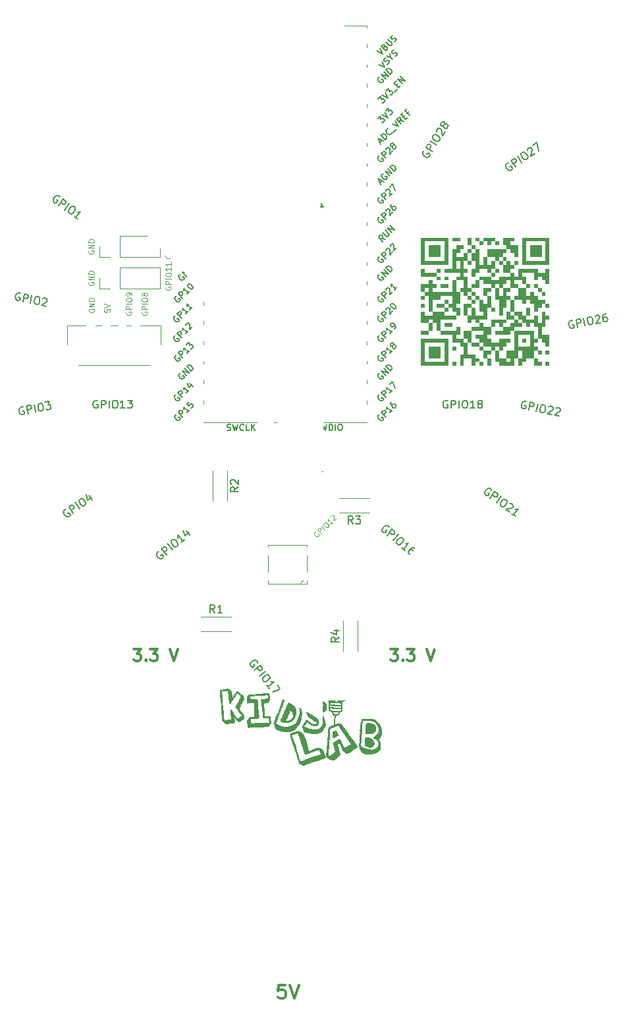
<source format=gto>
%TF.GenerationSoftware,KiCad,Pcbnew,6.0.2+dfsg-1*%
%TF.CreationDate,2022-09-12T11:49:15+02:00*%
%TF.ProjectId,kidslab-lamp,6b696473-6c61-4622-9d6c-616d702e6b69,rev?*%
%TF.SameCoordinates,Original*%
%TF.FileFunction,Legend,Top*%
%TF.FilePolarity,Positive*%
%FSLAX46Y46*%
G04 Gerber Fmt 4.6, Leading zero omitted, Abs format (unit mm)*
G04 Created by KiCad (PCBNEW 6.0.2+dfsg-1) date 2022-09-12 11:49:15*
%MOMM*%
%LPD*%
G01*
G04 APERTURE LIST*
G04 Aperture macros list*
%AMFreePoly0*
4,1,34,6.500000,-3.000000,0.000000,-3.000000,-0.000001,-2.998354,-0.313585,-2.983566,-0.654430,-2.927750,-0.986600,-2.833129,-1.305693,-2.700956,-1.607479,-2.532984,-1.887961,-2.331438,-2.143418,-2.098990,-2.370465,-1.838721,-2.566093,-1.554081,-2.727708,-1.248842,-2.853170,-0.927051,-2.940814,-0.592972,-2.989479,-0.251034,-2.998520,0.094232,-2.967817,0.438249,-2.897777,0.776457,-2.789329,1.104374,
-2.643910,1.417652,-2.463448,1.712141,-2.250333,1.983936,-2.007392,2.229434,-1.737844,2.445383,-1.445260,2.628920,-1.133522,2.777612,-0.806759,2.889488,-0.469303,2.963065,-0.125627,2.997368,0.000000,2.995395,0.000000,3.000000,6.500000,3.000000,6.500000,-3.000000,6.500000,-3.000000,$1*%
%AMFreePoly1*
4,1,48,0.468453,2.455718,0.772542,2.377641,1.064448,2.262068,1.339567,2.110820,1.593560,1.926283,1.822422,1.711368,1.955916,1.550000,3.250000,1.550000,3.285355,1.535355,3.300000,1.500000,3.300000,-1.500000,3.285355,-1.535355,3.250000,-1.550000,1.955916,-1.550000,1.822422,-1.711368,1.593560,-1.926283,1.339567,-2.110820,1.064448,-2.262068,0.772542,-2.377641,0.468453,-2.455718,
0.156976,-2.495067,-0.156976,-2.495067,-0.468453,-2.455718,-0.772542,-2.377641,-1.064448,-2.262068,-1.339567,-2.110820,-1.593560,-1.926283,-1.822422,-1.711368,-2.022542,-1.469463,-2.190767,-1.204384,-2.324441,-0.920311,-2.421458,-0.621725,-2.480287,-0.313333,-2.500000,0.000000,-2.480287,0.313333,-2.421458,0.621725,-2.324441,0.920311,-2.190767,1.204384,-2.022542,1.469463,-1.822422,1.711368,
-1.593560,1.926283,-1.339567,2.110820,-1.064448,2.262068,-0.772542,2.377641,-0.468453,2.455718,-0.156976,2.495067,0.156976,2.495067,0.468453,2.455718,0.468453,2.455718,$1*%
%AMFreePoly2*
4,1,66,4.411842,5.095106,4.430902,5.095106,4.441081,5.087711,4.453280,5.084625,4.465483,5.069982,4.480902,5.058779,4.484790,5.046813,4.492846,5.037146,4.494111,5.018124,4.500000,5.000000,4.500000,2.600000,10.900000,2.600000,10.915063,2.595106,10.930902,2.595106,10.943716,2.585796,10.958779,2.580902,10.968089,2.568089,10.980902,2.558779,10.985796,2.543716,10.995106,2.530902,
10.995106,2.515063,11.000000,2.500000,11.000000,-2.500000,10.995106,-2.515063,10.995106,-2.530902,10.985796,-2.543716,10.980902,-2.558779,10.968089,-2.568089,10.958779,-2.580902,10.943716,-2.585796,10.930902,-2.595106,10.915063,-2.595106,10.900000,-2.600000,4.500000,-2.600000,4.500000,-5.000000,4.494111,-5.018124,4.492846,-5.037146,4.484790,-5.046813,4.480902,-5.058779,4.465483,-5.069982,
4.453280,-5.084625,4.441081,-5.087711,4.430902,-5.095106,4.411842,-5.095106,4.393363,-5.099780,4.381681,-5.095106,4.369098,-5.095106,4.353676,-5.083901,4.335982,-5.076822,-1.664018,-0.076822,-1.677110,-0.056028,-1.692845,-0.037146,-1.693299,-0.030314,-1.696947,-0.024521,-1.695316,0.000000,-1.696947,0.024521,-1.693299,0.030314,-1.692845,0.037146,-1.677110,0.056028,-1.664018,0.076822,
4.335982,5.076822,4.353676,5.083901,4.369098,5.095106,4.381681,5.095106,4.393363,5.099780,4.411842,5.095106,4.411842,5.095106,$1*%
G04 Aperture macros list end*
%ADD10C,0.020000*%
%ADD11C,0.150000*%
%ADD12C,0.100000*%
%ADD13C,0.300000*%
%ADD14C,0.120000*%
%ADD15C,0.200000*%
%ADD16O,1.800000X1.800000*%
%ADD17O,1.500000X1.500000*%
%ADD18R,3.500000X1.700000*%
%ADD19O,1.700000X1.700000*%
%ADD20R,1.700000X1.700000*%
%ADD21R,1.700000X3.500000*%
%ADD22FreePoly0,328.000000*%
%ADD23FreePoly1,90.000000*%
%ADD24C,5.000000*%
%ADD25FreePoly2,270.000000*%
%ADD26FreePoly1,270.000000*%
%ADD27FreePoly0,0.000000*%
%ADD28FreePoly0,191.500000*%
%ADD29FreePoly0,215.000000*%
%ADD30FreePoly0,180.000000*%
%ADD31FreePoly1,0.000000*%
%ADD32FreePoly0,280.000000*%
%ADD33FreePoly0,145.000000*%
%ADD34FreePoly0,220.000000*%
%ADD35FreePoly0,58.000000*%
%ADD36FreePoly2,0.000000*%
%ADD37FreePoly1,180.000000*%
%ADD38FreePoly2,180.000000*%
%ADD39R,1.600000X3.000000*%
%ADD40R,1.000000X4.500000*%
%ADD41FreePoly0,260.000000*%
%ADD42C,1.400000*%
%ADD43O,1.400000X1.400000*%
%ADD44R,1.500000X1.000000*%
%ADD45FreePoly0,348.500000*%
%ADD46FreePoly0,11.000000*%
%ADD47FreePoly0,35.000000*%
%ADD48FreePoly0,124.500000*%
%ADD49FreePoly0,168.500000*%
%ADD50FreePoly0,324.500000*%
%ADD51FreePoly2,90.000000*%
G04 APERTURE END LIST*
D10*
X156543613Y-128100694D02*
X156531347Y-128189718D01*
X156531347Y-128189718D02*
X156524020Y-128235700D01*
X156524020Y-128235700D02*
X156519596Y-128258637D01*
X156519596Y-128258637D02*
X156514491Y-128281379D01*
X156514491Y-128281379D02*
X156508571Y-128303804D01*
X156508571Y-128303804D02*
X156501705Y-128325793D01*
X156501705Y-128325793D02*
X156493762Y-128347224D01*
X156493762Y-128347224D02*
X156484609Y-128367979D01*
X156484609Y-128367979D02*
X156474115Y-128387935D01*
X156474115Y-128387935D02*
X156462147Y-128406974D01*
X156462147Y-128406974D02*
X156448575Y-128424975D01*
X156448575Y-128424975D02*
X156441146Y-128433549D01*
X156441146Y-128433549D02*
X156433266Y-128441818D01*
X156433266Y-128441818D02*
X156426574Y-128448171D01*
X156426574Y-128448171D02*
X156419666Y-128454082D01*
X156419666Y-128454082D02*
X156412553Y-128459566D01*
X156412553Y-128459566D02*
X156405244Y-128464639D01*
X156405244Y-128464639D02*
X156397750Y-128469315D01*
X156397750Y-128469315D02*
X156390080Y-128473611D01*
X156390080Y-128473611D02*
X156382246Y-128477541D01*
X156382246Y-128477541D02*
X156374256Y-128481121D01*
X156374256Y-128481121D02*
X156357854Y-128487294D01*
X156357854Y-128487294D02*
X156340953Y-128492253D01*
X156340953Y-128492253D02*
X156323636Y-128496120D01*
X156323636Y-128496120D02*
X156305984Y-128499021D01*
X156305984Y-128499021D02*
X156288079Y-128501077D01*
X156288079Y-128501077D02*
X156270000Y-128502412D01*
X156270000Y-128502412D02*
X156251830Y-128503150D01*
X156251830Y-128503150D02*
X156233650Y-128503414D01*
X156233650Y-128503414D02*
X156197585Y-128503014D01*
X156197585Y-128503014D02*
X156162455Y-128502200D01*
X156162455Y-128502200D02*
X156147095Y-128501807D01*
X156147095Y-128501807D02*
X156131763Y-128501294D01*
X156131763Y-128501294D02*
X156101073Y-128500068D01*
X156101073Y-128500068D02*
X156101071Y-128500148D01*
X156101071Y-128500148D02*
X156101066Y-128500228D01*
X156101066Y-128500228D02*
X156101059Y-128500308D01*
X156101059Y-128500308D02*
X156101048Y-128500388D01*
X156101048Y-128500388D02*
X156101035Y-128500468D01*
X156101035Y-128500468D02*
X156101019Y-128500548D01*
X156101019Y-128500548D02*
X156101002Y-128500628D01*
X156101002Y-128500628D02*
X156100982Y-128500708D01*
X156100982Y-128500708D02*
X156100938Y-128500868D01*
X156100938Y-128500868D02*
X156100890Y-128501028D01*
X156100890Y-128501028D02*
X156100783Y-128501347D01*
X156100783Y-128501347D02*
X156058643Y-128659214D01*
X156058643Y-128659214D02*
X156021930Y-128818269D01*
X156021930Y-128818269D02*
X155990671Y-128978370D01*
X155990671Y-128978370D02*
X155964890Y-129139373D01*
X155964890Y-129139373D02*
X155944614Y-129301136D01*
X155944614Y-129301136D02*
X155929867Y-129463515D01*
X155929867Y-129463515D02*
X155920675Y-129626366D01*
X155920675Y-129626366D02*
X155917379Y-129775323D01*
X155917379Y-129775323D02*
X155916988Y-129775490D01*
X155916988Y-129775490D02*
X155868535Y-129795656D01*
X155868535Y-129795656D02*
X155829745Y-129807885D01*
X155829745Y-129807885D02*
X155830799Y-129679368D01*
X155830799Y-129679368D02*
X155837618Y-129508261D01*
X155837618Y-129508261D02*
X155850030Y-129337511D01*
X155850030Y-129337511D02*
X155868211Y-129167309D01*
X155868211Y-129167309D02*
X155892335Y-128997845D01*
X155892335Y-128997845D02*
X155922580Y-128829313D01*
X155922580Y-128829313D02*
X155959121Y-128661903D01*
X155959121Y-128661903D02*
X156002135Y-128495807D01*
X156002135Y-128495807D02*
X156026855Y-128496673D01*
X156026855Y-128496673D02*
X156051603Y-128497725D01*
X156051603Y-128497725D02*
X156101071Y-128500068D01*
X156101071Y-128500068D02*
X156101073Y-128500068D01*
X156101073Y-128500068D02*
X156101071Y-128500068D01*
X156101071Y-128500068D02*
X156051604Y-128497725D01*
X156051604Y-128497725D02*
X156026857Y-128496673D01*
X156026857Y-128496673D02*
X156002137Y-128495807D01*
X156002137Y-128495807D02*
X156003461Y-128490882D01*
X156003461Y-128490882D02*
X156004826Y-128485932D01*
X156004826Y-128485932D02*
X156007624Y-128476059D01*
X156007624Y-128476059D02*
X156008296Y-128473874D01*
X156008296Y-128473874D02*
X156009039Y-128471769D01*
X156009039Y-128471769D02*
X156009850Y-128469742D01*
X156009850Y-128469742D02*
X156010728Y-128467794D01*
X156010728Y-128467794D02*
X156011669Y-128465923D01*
X156011669Y-128465923D02*
X156012671Y-128464129D01*
X156012671Y-128464129D02*
X156013733Y-128462412D01*
X156013733Y-128462412D02*
X156014852Y-128460770D01*
X156014852Y-128460770D02*
X156016026Y-128459203D01*
X156016026Y-128459203D02*
X156017252Y-128457711D01*
X156017252Y-128457711D02*
X156018529Y-128456292D01*
X156018529Y-128456292D02*
X156019853Y-128454948D01*
X156019853Y-128454948D02*
X156021224Y-128453675D01*
X156021224Y-128453675D02*
X156022638Y-128452475D01*
X156022638Y-128452475D02*
X156024093Y-128451347D01*
X156024093Y-128451347D02*
X156025588Y-128450289D01*
X156025588Y-128450289D02*
X156027119Y-128449302D01*
X156027119Y-128449302D02*
X156028685Y-128448385D01*
X156028685Y-128448385D02*
X156028724Y-128448364D01*
X156028724Y-128448364D02*
X156031870Y-128446776D01*
X156031870Y-128446776D02*
X156031911Y-128446757D01*
X156031911Y-128446757D02*
X156031950Y-128446740D01*
X156031950Y-128446740D02*
X156035208Y-128445416D01*
X156035208Y-128445416D02*
X156035249Y-128445400D01*
X156035249Y-128445400D02*
X156035286Y-128445388D01*
X156035286Y-128445388D02*
X156038642Y-128444322D01*
X156038642Y-128444322D02*
X156038680Y-128444311D01*
X156038680Y-128444311D02*
X156042186Y-128443484D01*
X156042186Y-128443484D02*
X156045750Y-128442914D01*
X156045750Y-128442914D02*
X156049353Y-128442597D01*
X156049353Y-128442597D02*
X156052976Y-128442528D01*
X156052976Y-128442528D02*
X156055630Y-128442645D01*
X156055630Y-128442645D02*
X156058279Y-128442889D01*
X156058279Y-128442889D02*
X156060917Y-128443257D01*
X156060917Y-128443257D02*
X156063537Y-128443748D01*
X156063537Y-128443748D02*
X156066131Y-128444360D01*
X156066131Y-128444360D02*
X156068693Y-128445091D01*
X156068693Y-128445091D02*
X156071216Y-128445940D01*
X156071216Y-128445940D02*
X156073692Y-128446904D01*
X156073692Y-128446904D02*
X156076115Y-128447982D01*
X156076115Y-128447982D02*
X156078478Y-128449172D01*
X156078478Y-128449172D02*
X156080773Y-128450473D01*
X156080773Y-128450473D02*
X156082995Y-128451881D01*
X156082995Y-128451881D02*
X156085134Y-128453397D01*
X156085134Y-128453397D02*
X156087186Y-128455017D01*
X156087186Y-128455017D02*
X156089143Y-128456741D01*
X156089143Y-128456741D02*
X156090997Y-128458565D01*
X156090997Y-128458565D02*
X156092742Y-128460490D01*
X156092742Y-128460490D02*
X156094371Y-128462511D01*
X156094371Y-128462511D02*
X156095877Y-128464629D01*
X156095877Y-128464629D02*
X156097253Y-128466841D01*
X156097253Y-128466841D02*
X156098491Y-128469145D01*
X156098491Y-128469145D02*
X156099586Y-128471540D01*
X156099586Y-128471540D02*
X156100529Y-128474023D01*
X156100529Y-128474023D02*
X156101315Y-128476593D01*
X156101315Y-128476593D02*
X156101935Y-128479249D01*
X156101935Y-128479249D02*
X156102384Y-128481987D01*
X156102384Y-128481987D02*
X156102653Y-128484808D01*
X156102653Y-128484808D02*
X156102737Y-128487707D01*
X156102737Y-128487707D02*
X156102627Y-128490685D01*
X156102627Y-128490685D02*
X156102318Y-128493739D01*
X156102318Y-128493739D02*
X156101802Y-128496868D01*
X156101802Y-128496868D02*
X156101071Y-128500068D01*
X156101071Y-128500068D02*
X156101073Y-128500068D01*
X156101073Y-128500068D02*
X156101803Y-128496868D01*
X156101803Y-128496868D02*
X156102319Y-128493739D01*
X156102319Y-128493739D02*
X156102629Y-128490685D01*
X156102629Y-128490685D02*
X156102738Y-128487707D01*
X156102738Y-128487707D02*
X156102655Y-128484808D01*
X156102655Y-128484808D02*
X156102385Y-128481987D01*
X156102385Y-128481987D02*
X156101937Y-128479249D01*
X156101937Y-128479249D02*
X156101316Y-128476593D01*
X156101316Y-128476593D02*
X156100531Y-128474023D01*
X156100531Y-128474023D02*
X156099587Y-128471540D01*
X156099587Y-128471540D02*
X156098493Y-128469145D01*
X156098493Y-128469145D02*
X156097254Y-128466841D01*
X156097254Y-128466841D02*
X156095878Y-128464629D01*
X156095878Y-128464629D02*
X156094372Y-128462511D01*
X156094372Y-128462511D02*
X156092744Y-128460490D01*
X156092744Y-128460490D02*
X156090998Y-128458565D01*
X156090998Y-128458565D02*
X156089144Y-128456741D01*
X156089144Y-128456741D02*
X156087188Y-128455017D01*
X156087188Y-128455017D02*
X156085136Y-128453397D01*
X156085136Y-128453397D02*
X156082996Y-128451881D01*
X156082996Y-128451881D02*
X156080775Y-128450473D01*
X156080775Y-128450473D02*
X156078480Y-128449172D01*
X156078480Y-128449172D02*
X156076117Y-128447982D01*
X156076117Y-128447982D02*
X156073694Y-128446904D01*
X156073694Y-128446904D02*
X156071218Y-128445940D01*
X156071218Y-128445940D02*
X156068695Y-128445091D01*
X156068695Y-128445091D02*
X156066133Y-128444360D01*
X156066133Y-128444360D02*
X156063539Y-128443748D01*
X156063539Y-128443748D02*
X156060919Y-128443257D01*
X156060919Y-128443257D02*
X156058281Y-128442889D01*
X156058281Y-128442889D02*
X156055631Y-128442645D01*
X156055631Y-128442645D02*
X156052977Y-128442528D01*
X156052977Y-128442528D02*
X156052976Y-128442528D01*
X156052976Y-128442528D02*
X156049351Y-128442597D01*
X156049351Y-128442597D02*
X156045748Y-128442914D01*
X156045748Y-128442914D02*
X156042185Y-128443484D01*
X156042185Y-128443484D02*
X156038678Y-128444311D01*
X156038678Y-128444311D02*
X156038642Y-128444322D01*
X156038642Y-128444322D02*
X156036954Y-128444823D01*
X156036954Y-128444823D02*
X156035286Y-128445388D01*
X156035286Y-128445388D02*
X156035247Y-128445400D01*
X156035247Y-128445400D02*
X156035208Y-128445416D01*
X156035208Y-128445416D02*
X156033567Y-128446045D01*
X156033567Y-128446045D02*
X156031950Y-128446740D01*
X156031950Y-128446740D02*
X156031910Y-128446756D01*
X156031910Y-128446756D02*
X156031870Y-128446776D01*
X156031870Y-128446776D02*
X156030283Y-128447536D01*
X156030283Y-128447536D02*
X156028724Y-128448364D01*
X156028724Y-128448364D02*
X156028683Y-128448384D01*
X156028683Y-128448384D02*
X156027118Y-128449302D01*
X156027118Y-128449302D02*
X156025586Y-128450289D01*
X156025586Y-128450289D02*
X156024092Y-128451347D01*
X156024092Y-128451347D02*
X156022637Y-128452475D01*
X156022637Y-128452475D02*
X156021223Y-128453675D01*
X156021223Y-128453675D02*
X156019852Y-128454947D01*
X156019852Y-128454947D02*
X156018528Y-128456292D01*
X156018528Y-128456292D02*
X156017251Y-128457711D01*
X156017251Y-128457711D02*
X156016025Y-128459203D01*
X156016025Y-128459203D02*
X156014851Y-128460770D01*
X156014851Y-128460770D02*
X156013732Y-128462411D01*
X156013732Y-128462411D02*
X156012671Y-128464129D01*
X156012671Y-128464129D02*
X156011668Y-128465923D01*
X156011668Y-128465923D02*
X156010727Y-128467794D01*
X156010727Y-128467794D02*
X156009850Y-128469742D01*
X156009850Y-128469742D02*
X156009039Y-128471769D01*
X156009039Y-128471769D02*
X156008296Y-128473874D01*
X156008296Y-128473874D02*
X156007624Y-128476059D01*
X156007624Y-128476059D02*
X156004825Y-128485932D01*
X156004825Y-128485932D02*
X156003460Y-128490882D01*
X156003460Y-128490882D02*
X156002135Y-128495807D01*
X156002135Y-128495807D02*
X155996936Y-128495618D01*
X155996936Y-128495618D02*
X155991736Y-128495470D01*
X155991736Y-128495470D02*
X155981336Y-128495239D01*
X155981336Y-128495239D02*
X155945315Y-128494506D01*
X155945315Y-128494506D02*
X155927291Y-128493905D01*
X155927291Y-128493905D02*
X155909282Y-128493001D01*
X155909282Y-128493001D02*
X155891306Y-128491683D01*
X155891306Y-128491683D02*
X155873383Y-128489844D01*
X155873383Y-128489844D02*
X155855531Y-128487371D01*
X155855531Y-128487371D02*
X155846638Y-128485864D01*
X155846638Y-128485864D02*
X155837769Y-128484157D01*
X155837769Y-128484157D02*
X155819425Y-128479750D01*
X155819425Y-128479750D02*
X155802392Y-128474315D01*
X155802392Y-128474315D02*
X155786611Y-128467898D01*
X155786611Y-128467898D02*
X155772026Y-128460547D01*
X155772026Y-128460547D02*
X155758578Y-128452310D01*
X155758578Y-128452310D02*
X155746208Y-128443233D01*
X155746208Y-128443233D02*
X155734859Y-128433364D01*
X155734859Y-128433364D02*
X155724473Y-128422751D01*
X155724473Y-128422751D02*
X155714991Y-128411441D01*
X155714991Y-128411441D02*
X155706356Y-128399481D01*
X155706356Y-128399481D02*
X155698510Y-128386920D01*
X155698510Y-128386920D02*
X155691394Y-128373803D01*
X155691394Y-128373803D02*
X155684950Y-128360179D01*
X155684950Y-128360179D02*
X155679121Y-128346096D01*
X155679121Y-128346096D02*
X155673848Y-128331600D01*
X155673848Y-128331600D02*
X155669074Y-128316738D01*
X155669074Y-128316738D02*
X155660788Y-128286111D01*
X155660788Y-128286111D02*
X155653799Y-128254592D01*
X155653799Y-128254592D02*
X155641853Y-128190400D01*
X155641853Y-128190400D02*
X155635968Y-128158485D01*
X155635968Y-128158485D02*
X155629522Y-128127196D01*
X155629522Y-128127196D02*
X155622051Y-128096914D01*
X155622051Y-128096914D02*
X155613091Y-128068017D01*
X155613091Y-128068017D02*
X155626063Y-128070330D01*
X155626063Y-128070330D02*
X155639074Y-128072480D01*
X155639074Y-128072480D02*
X155652119Y-128074476D01*
X155652119Y-128074476D02*
X155665189Y-128076329D01*
X155665189Y-128076329D02*
X155691383Y-128079646D01*
X155691383Y-128079646D02*
X155717603Y-128082509D01*
X155717603Y-128082509D02*
X155720898Y-128096918D01*
X155720898Y-128096918D02*
X155723843Y-128111415D01*
X155723843Y-128111415D02*
X155728961Y-128140603D01*
X155728961Y-128140603D02*
X155738059Y-128199242D01*
X155738059Y-128199242D02*
X155743151Y-128228405D01*
X155743151Y-128228405D02*
X155746077Y-128242883D01*
X155746077Y-128242883D02*
X155749349Y-128257269D01*
X155749349Y-128257269D02*
X155753037Y-128271544D01*
X155753037Y-128271544D02*
X155757209Y-128285691D01*
X155757209Y-128285691D02*
X155761937Y-128299690D01*
X155761937Y-128299690D02*
X155767289Y-128313524D01*
X155767289Y-128313524D02*
X155771254Y-128322304D01*
X155771254Y-128322304D02*
X155775586Y-128330463D01*
X155775586Y-128330463D02*
X155780269Y-128338024D01*
X155780269Y-128338024D02*
X155785289Y-128345011D01*
X155785289Y-128345011D02*
X155790631Y-128351446D01*
X155790631Y-128351446D02*
X155796280Y-128357353D01*
X155796280Y-128357353D02*
X155802221Y-128362754D01*
X155802221Y-128362754D02*
X155808440Y-128367673D01*
X155808440Y-128367673D02*
X155814923Y-128372132D01*
X155814923Y-128372132D02*
X155821653Y-128376155D01*
X155821653Y-128376155D02*
X155828617Y-128379764D01*
X155828617Y-128379764D02*
X155835799Y-128382983D01*
X155835799Y-128382983D02*
X155843186Y-128385834D01*
X155843186Y-128385834D02*
X155850762Y-128388340D01*
X155850762Y-128388340D02*
X155858513Y-128390525D01*
X155858513Y-128390525D02*
X155866423Y-128392412D01*
X155866423Y-128392412D02*
X155882665Y-128395381D01*
X155882665Y-128395381D02*
X155899369Y-128397432D01*
X155899369Y-128397432D02*
X155916418Y-128398749D01*
X155916418Y-128398749D02*
X155933695Y-128399516D01*
X155933695Y-128399516D02*
X156002713Y-128400759D01*
X156002713Y-128400759D02*
X156028495Y-128401700D01*
X156028495Y-128401700D02*
X156054276Y-128402748D01*
X156054276Y-128402748D02*
X156054276Y-128402747D01*
X156054276Y-128402747D02*
X156131637Y-128405944D01*
X156131637Y-128405944D02*
X156170352Y-128407182D01*
X156170352Y-128407182D02*
X156209107Y-128407862D01*
X156209107Y-128407862D02*
X156242719Y-128408299D01*
X156242719Y-128408299D02*
X156260032Y-128408189D01*
X156260032Y-128408189D02*
X156268718Y-128407907D01*
X156268718Y-128407907D02*
X156277388Y-128407418D01*
X156277388Y-128407418D02*
X156286014Y-128406681D01*
X156286014Y-128406681D02*
X156294568Y-128405654D01*
X156294568Y-128405654D02*
X156303023Y-128404297D01*
X156303023Y-128404297D02*
X156311352Y-128402567D01*
X156311352Y-128402567D02*
X156319527Y-128400424D01*
X156319527Y-128400424D02*
X156327520Y-128397825D01*
X156327520Y-128397825D02*
X156335304Y-128394730D01*
X156335304Y-128394730D02*
X156342852Y-128391097D01*
X156342852Y-128391097D02*
X156347337Y-128388558D01*
X156347337Y-128388558D02*
X156351642Y-128385798D01*
X156351642Y-128385798D02*
X156355773Y-128382826D01*
X156355773Y-128382826D02*
X156359734Y-128379652D01*
X156359734Y-128379652D02*
X156363529Y-128376287D01*
X156363529Y-128376287D02*
X156367164Y-128372741D01*
X156367164Y-128372741D02*
X156370643Y-128369025D01*
X156370643Y-128369025D02*
X156373972Y-128365148D01*
X156373972Y-128365148D02*
X156377154Y-128361122D01*
X156377154Y-128361122D02*
X156380196Y-128356955D01*
X156380196Y-128356955D02*
X156385875Y-128348244D01*
X156385875Y-128348244D02*
X156391046Y-128339097D01*
X156391046Y-128339097D02*
X156395750Y-128329596D01*
X156395750Y-128329596D02*
X156400023Y-128319824D01*
X156400023Y-128319824D02*
X156403905Y-128309863D01*
X156403905Y-128309863D02*
X156407434Y-128299795D01*
X156407434Y-128299795D02*
X156410649Y-128289702D01*
X156410649Y-128289702D02*
X156413588Y-128279667D01*
X156413588Y-128279667D02*
X156416289Y-128269771D01*
X156416289Y-128269771D02*
X156421134Y-128250727D01*
X156421134Y-128250727D02*
X156425473Y-128232029D01*
X156425473Y-128232029D02*
X156429335Y-128213239D01*
X156429335Y-128213239D02*
X156432798Y-128194372D01*
X156432798Y-128194372D02*
X156435939Y-128175445D01*
X156435939Y-128175445D02*
X156441567Y-128137464D01*
X156441567Y-128137464D02*
X156446683Y-128100568D01*
X156446683Y-128100568D02*
X156543625Y-128100568D01*
X156543625Y-128100568D02*
X156543724Y-128099546D01*
X156543724Y-128099546D02*
X156543783Y-128098988D01*
X156543783Y-128098988D02*
X156543848Y-128098439D01*
X156543848Y-128098439D02*
X156543919Y-128097895D01*
X156543919Y-128097895D02*
X156543999Y-128097357D01*
X156543999Y-128097357D02*
X156544054Y-128097033D01*
X156544054Y-128097033D02*
X156544089Y-128096823D01*
X156544089Y-128096823D02*
X156544191Y-128096290D01*
X156544191Y-128096290D02*
X156544751Y-128090784D01*
X156544751Y-128090784D02*
X156544751Y-128090783D01*
X156544751Y-128090783D02*
X156544191Y-128096290D01*
X156544191Y-128096290D02*
X156544089Y-128096823D01*
X156544089Y-128096823D02*
X156544054Y-128097033D01*
X156544054Y-128097033D02*
X156543999Y-128097358D01*
X156543999Y-128097358D02*
X156543919Y-128097896D01*
X156543919Y-128097896D02*
X156543847Y-128098439D01*
X156543847Y-128098439D02*
X156543783Y-128098989D01*
X156543783Y-128098989D02*
X156543723Y-128099547D01*
X156543723Y-128099547D02*
X156543625Y-128100568D01*
X156543625Y-128100568D02*
X156446683Y-128100568D01*
X156446683Y-128100568D02*
X156446843Y-128099416D01*
X156446843Y-128099416D02*
X156446843Y-128099415D01*
X156446843Y-128099415D02*
X156451032Y-128071001D01*
X156451032Y-128071001D02*
X156452138Y-128065591D01*
X156452138Y-128065591D02*
X156453701Y-128060677D01*
X156453701Y-128060677D02*
X156455687Y-128056250D01*
X156455687Y-128056250D02*
X156458062Y-128052298D01*
X156458062Y-128052298D02*
X156460791Y-128048814D01*
X156460791Y-128048814D02*
X156463841Y-128045787D01*
X156463841Y-128045787D02*
X156467178Y-128043208D01*
X156467178Y-128043208D02*
X156470767Y-128041068D01*
X156470767Y-128041068D02*
X156474575Y-128039356D01*
X156474575Y-128039356D02*
X156478567Y-128038063D01*
X156478567Y-128038063D02*
X156482710Y-128037180D01*
X156482710Y-128037180D02*
X156486969Y-128036697D01*
X156486969Y-128036697D02*
X156491311Y-128036604D01*
X156491311Y-128036604D02*
X156495701Y-128036892D01*
X156495701Y-128036892D02*
X156500105Y-128037551D01*
X156500105Y-128037551D02*
X156504490Y-128038572D01*
X156504490Y-128038572D02*
X156508821Y-128039946D01*
X156508821Y-128039946D02*
X156513064Y-128041661D01*
X156513064Y-128041661D02*
X156517185Y-128043710D01*
X156517185Y-128043710D02*
X156521151Y-128046082D01*
X156521151Y-128046082D02*
X156524926Y-128048768D01*
X156524926Y-128048768D02*
X156528478Y-128051759D01*
X156528478Y-128051759D02*
X156531772Y-128055044D01*
X156531772Y-128055044D02*
X156534774Y-128058614D01*
X156534774Y-128058614D02*
X156537449Y-128062459D01*
X156537449Y-128062459D02*
X156539765Y-128066571D01*
X156539765Y-128066571D02*
X156541686Y-128070939D01*
X156541686Y-128070939D02*
X156543180Y-128075554D01*
X156543180Y-128075554D02*
X156544211Y-128080406D01*
X156544211Y-128080406D02*
X156544746Y-128085486D01*
X156544746Y-128085486D02*
X156544746Y-128085485D01*
X156544746Y-128085485D02*
X156544211Y-128080406D01*
X156544211Y-128080406D02*
X156543180Y-128075554D01*
X156543180Y-128075554D02*
X156541686Y-128070939D01*
X156541686Y-128070939D02*
X156539765Y-128066571D01*
X156539765Y-128066571D02*
X156537449Y-128062459D01*
X156537449Y-128062459D02*
X156534774Y-128058613D01*
X156534774Y-128058613D02*
X156531772Y-128055043D01*
X156531772Y-128055043D02*
X156528478Y-128051758D01*
X156528478Y-128051758D02*
X156524926Y-128048768D01*
X156524926Y-128048768D02*
X156521151Y-128046082D01*
X156521151Y-128046082D02*
X156517185Y-128043710D01*
X156517185Y-128043710D02*
X156513064Y-128041661D01*
X156513064Y-128041661D02*
X156508821Y-128039945D01*
X156508821Y-128039945D02*
X156504490Y-128038572D01*
X156504490Y-128038572D02*
X156500105Y-128037551D01*
X156500105Y-128037551D02*
X156495701Y-128036891D01*
X156495701Y-128036891D02*
X156491311Y-128036603D01*
X156491311Y-128036603D02*
X156486969Y-128036696D01*
X156486969Y-128036696D02*
X156482710Y-128037179D01*
X156482710Y-128037179D02*
X156478567Y-128038062D01*
X156478567Y-128038062D02*
X156474575Y-128039355D01*
X156474575Y-128039355D02*
X156470767Y-128041067D01*
X156470767Y-128041067D02*
X156467178Y-128043208D01*
X156467178Y-128043208D02*
X156463841Y-128045787D01*
X156463841Y-128045787D02*
X156460791Y-128048813D01*
X156460791Y-128048813D02*
X156458062Y-128052298D01*
X156458062Y-128052298D02*
X156455687Y-128056249D01*
X156455687Y-128056249D02*
X156453701Y-128060677D01*
X156453701Y-128060677D02*
X156452138Y-128065591D01*
X156452138Y-128065591D02*
X156451032Y-128071000D01*
X156451032Y-128071000D02*
X156446843Y-128099415D01*
X156446843Y-128099415D02*
X156446843Y-128099416D01*
X156446843Y-128099416D02*
X156421026Y-128098670D01*
X156421026Y-128098670D02*
X156395426Y-128098137D01*
X156395426Y-128098137D02*
X156394702Y-128098137D01*
X156394702Y-128098137D02*
X156258515Y-128097851D01*
X156258515Y-128097851D02*
X156122178Y-128098617D01*
X156122178Y-128098617D02*
X156054008Y-128098558D01*
X156054008Y-128098558D02*
X155985867Y-128097758D01*
X155985867Y-128097758D02*
X155917777Y-128095882D01*
X155917777Y-128095882D02*
X155849759Y-128092596D01*
X155849759Y-128092596D02*
X155817310Y-128090581D01*
X155817310Y-128090581D02*
X155784386Y-128088299D01*
X155784386Y-128088299D02*
X155751110Y-128085643D01*
X155751110Y-128085643D02*
X155717604Y-128082509D01*
X155717604Y-128082509D02*
X155691385Y-128079645D01*
X155691385Y-128079645D02*
X155665191Y-128076328D01*
X155665191Y-128076328D02*
X155652120Y-128074475D01*
X155652120Y-128074475D02*
X155639076Y-128072479D01*
X155639076Y-128072479D02*
X155626064Y-128070329D01*
X155626064Y-128070329D02*
X155613092Y-128068017D01*
X155613092Y-128068017D02*
X155613092Y-128068016D01*
X155613092Y-128068016D02*
X155586768Y-128062877D01*
X155586768Y-128062877D02*
X155560694Y-128057006D01*
X155560694Y-128057006D02*
X155534935Y-128050335D01*
X155534935Y-128050335D02*
X155528933Y-128048552D01*
X155528933Y-128048552D02*
X155609035Y-128048552D01*
X155609035Y-128048552D02*
X155609132Y-128051696D01*
X155609132Y-128051696D02*
X155609477Y-128054932D01*
X155609477Y-128054932D02*
X155610080Y-128058259D01*
X155610080Y-128058259D02*
X155610950Y-128061674D01*
X155610950Y-128061674D02*
X155612096Y-128065175D01*
X155612096Y-128065175D02*
X155612149Y-128065360D01*
X155612149Y-128065360D02*
X155612206Y-128065542D01*
X155612206Y-128065542D02*
X155612327Y-128065899D01*
X155612327Y-128065899D02*
X155612456Y-128066249D01*
X155612456Y-128066249D02*
X155612589Y-128066596D01*
X155612589Y-128066596D02*
X155612723Y-128066943D01*
X155612723Y-128066943D02*
X155612854Y-128067293D01*
X155612854Y-128067293D02*
X155612978Y-128067650D01*
X155612978Y-128067650D02*
X155613037Y-128067832D01*
X155613037Y-128067832D02*
X155613092Y-128068016D01*
X155613092Y-128068016D02*
X155613094Y-128068017D01*
X155613094Y-128068017D02*
X155613038Y-128067832D01*
X155613038Y-128067832D02*
X155612980Y-128067650D01*
X155612980Y-128067650D02*
X155612855Y-128067293D01*
X155612855Y-128067293D02*
X155612724Y-128066943D01*
X155612724Y-128066943D02*
X155612590Y-128066596D01*
X155612590Y-128066596D02*
X155612457Y-128066249D01*
X155612457Y-128066249D02*
X155612328Y-128065899D01*
X155612328Y-128065899D02*
X155612206Y-128065542D01*
X155612206Y-128065542D02*
X155612149Y-128065360D01*
X155612149Y-128065360D02*
X155612096Y-128065175D01*
X155612096Y-128065175D02*
X155610950Y-128061674D01*
X155610950Y-128061674D02*
X155610080Y-128058259D01*
X155610080Y-128058259D02*
X155609478Y-128054932D01*
X155609478Y-128054932D02*
X155609308Y-128053344D01*
X155609308Y-128053344D02*
X156348269Y-128053344D01*
X156348269Y-128053344D02*
X156348331Y-128054668D01*
X156348331Y-128054668D02*
X156348899Y-128059065D01*
X156348899Y-128059065D02*
X156349827Y-128063396D01*
X156349827Y-128063396D02*
X156351116Y-128067627D01*
X156351116Y-128067627D02*
X156352765Y-128071724D01*
X156352765Y-128071724D02*
X156354775Y-128075652D01*
X156354775Y-128075652D02*
X156357146Y-128079378D01*
X156357146Y-128079378D02*
X156359877Y-128082867D01*
X156359877Y-128082867D02*
X156362968Y-128086084D01*
X156362968Y-128086084D02*
X156366420Y-128088997D01*
X156366420Y-128088997D02*
X156370232Y-128091569D01*
X156370232Y-128091569D02*
X156374405Y-128093768D01*
X156374405Y-128093768D02*
X156378939Y-128095558D01*
X156378939Y-128095558D02*
X156383833Y-128096906D01*
X156383833Y-128096906D02*
X156389087Y-128097777D01*
X156389087Y-128097777D02*
X156394702Y-128098137D01*
X156394702Y-128098137D02*
X156389087Y-128097777D01*
X156389087Y-128097777D02*
X156383833Y-128096906D01*
X156383833Y-128096906D02*
X156383533Y-128096823D01*
X156383533Y-128096823D02*
X156407217Y-128096823D01*
X156407217Y-128096823D02*
X156411100Y-128095808D01*
X156411100Y-128095808D02*
X156415601Y-128094088D01*
X156415601Y-128094088D02*
X156419739Y-128091954D01*
X156419739Y-128091954D02*
X156423516Y-128089439D01*
X156423516Y-128089439D02*
X156426930Y-128086578D01*
X156426930Y-128086578D02*
X156429983Y-128083406D01*
X156429983Y-128083406D02*
X156432673Y-128079957D01*
X156432673Y-128079957D02*
X156435002Y-128076264D01*
X156435002Y-128076264D02*
X156436968Y-128072363D01*
X156436968Y-128072363D02*
X156438573Y-128068288D01*
X156438573Y-128068288D02*
X156439815Y-128064074D01*
X156439815Y-128064074D02*
X156440696Y-128059753D01*
X156440696Y-128059753D02*
X156441215Y-128055362D01*
X156441215Y-128055362D02*
X156441227Y-128055044D01*
X156441227Y-128055044D02*
X156441215Y-128055361D01*
X156441215Y-128055361D02*
X156440696Y-128059753D01*
X156440696Y-128059753D02*
X156439815Y-128064073D01*
X156439815Y-128064073D02*
X156438573Y-128068288D01*
X156438573Y-128068288D02*
X156436968Y-128072363D01*
X156436968Y-128072363D02*
X156435002Y-128076264D01*
X156435002Y-128076264D02*
X156432673Y-128079956D01*
X156432673Y-128079956D02*
X156429983Y-128083406D01*
X156429983Y-128083406D02*
X156426930Y-128086578D01*
X156426930Y-128086578D02*
X156423516Y-128089439D01*
X156423516Y-128089439D02*
X156419739Y-128091954D01*
X156419739Y-128091954D02*
X156415601Y-128094088D01*
X156415601Y-128094088D02*
X156411100Y-128095808D01*
X156411100Y-128095808D02*
X156407217Y-128096823D01*
X156407217Y-128096823D02*
X156383533Y-128096823D01*
X156383533Y-128096823D02*
X156378939Y-128095558D01*
X156378939Y-128095558D02*
X156374405Y-128093768D01*
X156374405Y-128093768D02*
X156370232Y-128091569D01*
X156370232Y-128091569D02*
X156366420Y-128088996D01*
X156366420Y-128088996D02*
X156362968Y-128086084D01*
X156362968Y-128086084D02*
X156359877Y-128082866D01*
X156359877Y-128082866D02*
X156357146Y-128079377D01*
X156357146Y-128079377D02*
X156354775Y-128075652D01*
X156354775Y-128075652D02*
X156352765Y-128071723D01*
X156352765Y-128071723D02*
X156351116Y-128067626D01*
X156351116Y-128067626D02*
X156349827Y-128063395D01*
X156349827Y-128063395D02*
X156348899Y-128059064D01*
X156348899Y-128059064D02*
X156348331Y-128054668D01*
X156348331Y-128054668D02*
X156348269Y-128053344D01*
X156348269Y-128053344D02*
X155609308Y-128053344D01*
X155609308Y-128053344D02*
X155609133Y-128051696D01*
X155609133Y-128051696D02*
X155609088Y-128050240D01*
X155609088Y-128050240D02*
X156348124Y-128050240D01*
X156348124Y-128050240D02*
X156348128Y-128050335D01*
X156348128Y-128050335D02*
X156348124Y-128050240D01*
X156348124Y-128050240D02*
X156441341Y-128050240D01*
X156441341Y-128050240D02*
X156441373Y-128050933D01*
X156441373Y-128050933D02*
X156441341Y-128050240D01*
X156441341Y-128050240D02*
X156348124Y-128050240D01*
X156348124Y-128050240D02*
X155609088Y-128050240D01*
X155609088Y-128050240D02*
X155609035Y-128048553D01*
X155609035Y-128048553D02*
X155609162Y-128045815D01*
X155609162Y-128045815D02*
X156348277Y-128045815D01*
X156348277Y-128045815D02*
X156348791Y-128041428D01*
X156348791Y-128041428D02*
X156349665Y-128037111D01*
X156349665Y-128037111D02*
X156350900Y-128032901D01*
X156350900Y-128032901D02*
X156352495Y-128028830D01*
X156352495Y-128028830D02*
X156354451Y-128024934D01*
X156354451Y-128024934D02*
X156356767Y-128021246D01*
X156356767Y-128021246D02*
X156359444Y-128017800D01*
X156359444Y-128017800D02*
X156362481Y-128014632D01*
X156362481Y-128014632D02*
X156365879Y-128011775D01*
X156365879Y-128011775D02*
X156369638Y-128009264D01*
X156369638Y-128009264D02*
X156373757Y-128007132D01*
X156373757Y-128007132D02*
X156378236Y-128005415D01*
X156378236Y-128005415D02*
X156382496Y-128004298D01*
X156382496Y-128004298D02*
X156378236Y-128005415D01*
X156378236Y-128005415D02*
X156373757Y-128007132D01*
X156373757Y-128007132D02*
X156369638Y-128009264D01*
X156369638Y-128009264D02*
X156365879Y-128011775D01*
X156365879Y-128011775D02*
X156362481Y-128014632D01*
X156362481Y-128014632D02*
X156359444Y-128017800D01*
X156359444Y-128017800D02*
X156356767Y-128021246D01*
X156356767Y-128021246D02*
X156354451Y-128024933D01*
X156354451Y-128024933D02*
X156352495Y-128028830D01*
X156352495Y-128028830D02*
X156350900Y-128032901D01*
X156350900Y-128032901D02*
X156349665Y-128037111D01*
X156349665Y-128037111D02*
X156348791Y-128041427D01*
X156348791Y-128041427D02*
X156348277Y-128045815D01*
X156348277Y-128045815D02*
X155609162Y-128045815D01*
X155609162Y-128045815D02*
X155609177Y-128045505D01*
X155609177Y-128045505D02*
X155609547Y-128042555D01*
X155609547Y-128042555D02*
X155610136Y-128039706D01*
X155610136Y-128039706D02*
X155610935Y-128036960D01*
X155610935Y-128036960D02*
X155611934Y-128034320D01*
X155611934Y-128034320D02*
X155613124Y-128031787D01*
X155613124Y-128031787D02*
X155614495Y-128029365D01*
X155614495Y-128029365D02*
X155616038Y-128027056D01*
X155616038Y-128027056D02*
X155617742Y-128024862D01*
X155617742Y-128024862D02*
X155619599Y-128022786D01*
X155619599Y-128022786D02*
X155621599Y-128020830D01*
X155621599Y-128020830D02*
X155623732Y-128018998D01*
X155623732Y-128018998D02*
X155625988Y-128017290D01*
X155625988Y-128017290D02*
X155628360Y-128015710D01*
X155628360Y-128015710D02*
X155630835Y-128014260D01*
X155630835Y-128014260D02*
X155633406Y-128012943D01*
X155633406Y-128012943D02*
X155636063Y-128011761D01*
X155636063Y-128011761D02*
X155638795Y-128010717D01*
X155638795Y-128010717D02*
X155641594Y-128009813D01*
X155641594Y-128009813D02*
X155644450Y-128009051D01*
X155644450Y-128009051D02*
X155647353Y-128008435D01*
X155647353Y-128008435D02*
X155650294Y-128007966D01*
X155650294Y-128007966D02*
X155653264Y-128007646D01*
X155653264Y-128007646D02*
X155656252Y-128007480D01*
X155656252Y-128007480D02*
X155659249Y-128007468D01*
X155659249Y-128007468D02*
X155662245Y-128007614D01*
X155662245Y-128007614D02*
X155665232Y-128007919D01*
X155665232Y-128007919D02*
X155668375Y-128008436D01*
X155668375Y-128008436D02*
X155671481Y-128009135D01*
X155671481Y-128009135D02*
X155674540Y-128010021D01*
X155674540Y-128010021D02*
X155677540Y-128011096D01*
X155677540Y-128011096D02*
X155680472Y-128012363D01*
X155680472Y-128012363D02*
X155683323Y-128013826D01*
X155683323Y-128013826D02*
X155686083Y-128015487D01*
X155686083Y-128015487D02*
X155688742Y-128017349D01*
X155688742Y-128017349D02*
X155691287Y-128019417D01*
X155691287Y-128019417D02*
X155693709Y-128021692D01*
X155693709Y-128021692D02*
X155695997Y-128024179D01*
X155695997Y-128024179D02*
X155698139Y-128026880D01*
X155698139Y-128026880D02*
X155700125Y-128029798D01*
X155700125Y-128029798D02*
X155701944Y-128032936D01*
X155701944Y-128032936D02*
X155702787Y-128034589D01*
X155702787Y-128034589D02*
X155703585Y-128036298D01*
X155703585Y-128036298D02*
X155704335Y-128038063D01*
X155704335Y-128038063D02*
X155705037Y-128039886D01*
X155705037Y-128039886D02*
X155705039Y-128039886D01*
X155705039Y-128039886D02*
X155704337Y-128038063D01*
X155704337Y-128038063D02*
X155703587Y-128036298D01*
X155703587Y-128036298D02*
X155702789Y-128034589D01*
X155702789Y-128034589D02*
X155701946Y-128032936D01*
X155701946Y-128032936D02*
X155701058Y-128031339D01*
X155701058Y-128031339D02*
X155700127Y-128029798D01*
X155700127Y-128029798D02*
X155699154Y-128028311D01*
X155699154Y-128028311D02*
X155698140Y-128026880D01*
X155698140Y-128026880D02*
X155697088Y-128025502D01*
X155697088Y-128025502D02*
X155695998Y-128024179D01*
X155695998Y-128024179D02*
X155694872Y-128022909D01*
X155694872Y-128022909D02*
X155693710Y-128021692D01*
X155693710Y-128021692D02*
X155692515Y-128020529D01*
X155692515Y-128020529D02*
X155691288Y-128019417D01*
X155691288Y-128019417D02*
X155688743Y-128017349D01*
X155688743Y-128017349D02*
X155686084Y-128015487D01*
X155686084Y-128015487D02*
X155683324Y-128013826D01*
X155683324Y-128013826D02*
X155680473Y-128012363D01*
X155680473Y-128012363D02*
X155677541Y-128011096D01*
X155677541Y-128011096D02*
X155674541Y-128010021D01*
X155674541Y-128010021D02*
X155671482Y-128009135D01*
X155671482Y-128009135D02*
X155668376Y-128008436D01*
X155668376Y-128008436D02*
X155665233Y-128007919D01*
X155665233Y-128007919D02*
X155662246Y-128007614D01*
X155662246Y-128007614D02*
X155662245Y-128007614D01*
X155662245Y-128007614D02*
X155659248Y-128007468D01*
X155659248Y-128007468D02*
X155656250Y-128007480D01*
X155656250Y-128007480D02*
X155653262Y-128007646D01*
X155653262Y-128007646D02*
X155650293Y-128007965D01*
X155650293Y-128007965D02*
X155647352Y-128008434D01*
X155647352Y-128008434D02*
X155644448Y-128009051D01*
X155644448Y-128009051D02*
X155641593Y-128009812D01*
X155641593Y-128009812D02*
X155638794Y-128010717D01*
X155638794Y-128010717D02*
X155636061Y-128011761D01*
X155636061Y-128011761D02*
X155633405Y-128012943D01*
X155633405Y-128012943D02*
X155630834Y-128014260D01*
X155630834Y-128014260D02*
X155628358Y-128015709D01*
X155628358Y-128015709D02*
X155625987Y-128017289D01*
X155625987Y-128017289D02*
X155623730Y-128018997D01*
X155623730Y-128018997D02*
X155621597Y-128020830D01*
X155621597Y-128020830D02*
X155619598Y-128022786D01*
X155619598Y-128022786D02*
X155617741Y-128024862D01*
X155617741Y-128024862D02*
X155616036Y-128027056D01*
X155616036Y-128027056D02*
X155614494Y-128029365D01*
X155614494Y-128029365D02*
X155613123Y-128031787D01*
X155613123Y-128031787D02*
X155611933Y-128034319D01*
X155611933Y-128034319D02*
X155610934Y-128036960D01*
X155610934Y-128036960D02*
X155610135Y-128039706D01*
X155610135Y-128039706D02*
X155609546Y-128042555D01*
X155609546Y-128042555D02*
X155609176Y-128045505D01*
X155609176Y-128045505D02*
X155609035Y-128048552D01*
X155609035Y-128048552D02*
X155528933Y-128048552D01*
X155528933Y-128048552D02*
X155509554Y-128042798D01*
X155509554Y-128042798D02*
X155484613Y-128034329D01*
X155484613Y-128034329D02*
X155472327Y-128029724D01*
X155472327Y-128029724D02*
X155460174Y-128024861D01*
X155460174Y-128024861D02*
X155448163Y-128019732D01*
X155448163Y-128019732D02*
X155436301Y-128014327D01*
X155436301Y-128014327D02*
X155424596Y-128008640D01*
X155424596Y-128008640D02*
X155413056Y-128002662D01*
X155413056Y-128002662D02*
X155391974Y-127990738D01*
X155391974Y-127990738D02*
X155371474Y-127977836D01*
X155371474Y-127977836D02*
X155351654Y-127963979D01*
X155351654Y-127963979D02*
X155332611Y-127949188D01*
X155332611Y-127949188D02*
X155314443Y-127933485D01*
X155314443Y-127933485D02*
X155297248Y-127916891D01*
X155297248Y-127916891D02*
X155281124Y-127899427D01*
X155281124Y-127899427D02*
X155266168Y-127881116D01*
X155266168Y-127881116D02*
X155252478Y-127861980D01*
X155252478Y-127861980D02*
X155240151Y-127842039D01*
X155240151Y-127842039D02*
X155234530Y-127831774D01*
X155234530Y-127831774D02*
X155229287Y-127821316D01*
X155229287Y-127821316D02*
X155224433Y-127810667D01*
X155224433Y-127810667D02*
X155219981Y-127799832D01*
X155219981Y-127799832D02*
X155215944Y-127788811D01*
X155215944Y-127788811D02*
X155212333Y-127777608D01*
X155212333Y-127777608D02*
X155209160Y-127766226D01*
X155209160Y-127766226D02*
X155206439Y-127754667D01*
X155206439Y-127754667D02*
X155204181Y-127742934D01*
X155204181Y-127742934D02*
X155202398Y-127731030D01*
X155202398Y-127731030D02*
X155201103Y-127718958D01*
X155201103Y-127718958D02*
X155200307Y-127706719D01*
X155200307Y-127706719D02*
X155199948Y-127694941D01*
X155199948Y-127694941D02*
X155199887Y-127684913D01*
X155199887Y-127684913D02*
X155296298Y-127684913D01*
X155296298Y-127684913D02*
X155296317Y-127695140D01*
X155296317Y-127695140D02*
X155296638Y-127705340D01*
X155296638Y-127705340D02*
X155297305Y-127715497D01*
X155297305Y-127715497D02*
X155298362Y-127725595D01*
X155298362Y-127725595D02*
X155299856Y-127735618D01*
X155299856Y-127735618D02*
X155301830Y-127745549D01*
X155301830Y-127745549D02*
X155304329Y-127755373D01*
X155304329Y-127755373D02*
X155307399Y-127765072D01*
X155307399Y-127765072D02*
X155311084Y-127774631D01*
X155311084Y-127774631D02*
X155315776Y-127784797D01*
X155315776Y-127784797D02*
X155321099Y-127794724D01*
X155321099Y-127794724D02*
X155327008Y-127804407D01*
X155327008Y-127804407D02*
X155333458Y-127813842D01*
X155333458Y-127813842D02*
X155340403Y-127823023D01*
X155340403Y-127823023D02*
X155347798Y-127831945D01*
X155347798Y-127831945D02*
X155355597Y-127840602D01*
X155355597Y-127840602D02*
X155363754Y-127848990D01*
X155363754Y-127848990D02*
X155372224Y-127857104D01*
X155372224Y-127857104D02*
X155380962Y-127864937D01*
X155380962Y-127864937D02*
X155389921Y-127872485D01*
X155389921Y-127872485D02*
X155399057Y-127879743D01*
X155399057Y-127879743D02*
X155408324Y-127886705D01*
X155408324Y-127886705D02*
X155417675Y-127893367D01*
X155417675Y-127893367D02*
X155427067Y-127899722D01*
X155427067Y-127899722D02*
X155436452Y-127905767D01*
X155436452Y-127905767D02*
X155449340Y-127913560D01*
X155449340Y-127913560D02*
X155462531Y-127920862D01*
X155462531Y-127920862D02*
X155476007Y-127927691D01*
X155476007Y-127927691D02*
X155489750Y-127934064D01*
X155489750Y-127934064D02*
X155503742Y-127940001D01*
X155503742Y-127940001D02*
X155517965Y-127945518D01*
X155517965Y-127945518D02*
X155532400Y-127950635D01*
X155532400Y-127950635D02*
X155547031Y-127955369D01*
X155547031Y-127955369D02*
X155561838Y-127959738D01*
X155561838Y-127959738D02*
X155576805Y-127963761D01*
X155576805Y-127963761D02*
X155591912Y-127967456D01*
X155591912Y-127967456D02*
X155607142Y-127970840D01*
X155607142Y-127970840D02*
X155637898Y-127976749D01*
X155637898Y-127976749D02*
X155668930Y-127981635D01*
X155668930Y-127981635D02*
X155691872Y-127984702D01*
X155691872Y-127984702D02*
X155714835Y-127987338D01*
X155714835Y-127987338D02*
X155737761Y-127989605D01*
X155737761Y-127989605D02*
X155760590Y-127991563D01*
X155760590Y-127991563D02*
X155805723Y-127994802D01*
X155805723Y-127994802D02*
X155849759Y-127997548D01*
X155849759Y-127997548D02*
X155917668Y-128000834D01*
X155917668Y-128000834D02*
X155985650Y-128002709D01*
X155985650Y-128002709D02*
X156053683Y-128003509D01*
X156053683Y-128003509D02*
X156121744Y-128003568D01*
X156121744Y-128003568D02*
X156206824Y-128003090D01*
X156206824Y-128003090D02*
X156394702Y-128003090D01*
X156394702Y-128003090D02*
X156400331Y-128003437D01*
X156400331Y-128003437D02*
X156405598Y-128004298D01*
X156405598Y-128004298D02*
X156410503Y-128005636D01*
X156410503Y-128005636D02*
X156415047Y-128007418D01*
X156415047Y-128007418D02*
X156419230Y-128009610D01*
X156419230Y-128009610D02*
X156423051Y-128012178D01*
X156423051Y-128012178D02*
X156426510Y-128015086D01*
X156426510Y-128015086D02*
X156429608Y-128018300D01*
X156429608Y-128018300D02*
X156432345Y-128021787D01*
X156432345Y-128021787D02*
X156434719Y-128025512D01*
X156434719Y-128025512D02*
X156436732Y-128029440D01*
X156436732Y-128029440D02*
X156438384Y-128033538D01*
X156438384Y-128033538D02*
X156439674Y-128037770D01*
X156439674Y-128037770D02*
X156440602Y-128042103D01*
X156440602Y-128042103D02*
X156441168Y-128046502D01*
X156441168Y-128046502D02*
X156441263Y-128048552D01*
X156441263Y-128048552D02*
X156441168Y-128046502D01*
X156441168Y-128046502D02*
X156440602Y-128042103D01*
X156440602Y-128042103D02*
X156439674Y-128037770D01*
X156439674Y-128037770D02*
X156438384Y-128033537D01*
X156438384Y-128033537D02*
X156436732Y-128029440D01*
X156436732Y-128029440D02*
X156434719Y-128025511D01*
X156434719Y-128025511D02*
X156432345Y-128021787D01*
X156432345Y-128021787D02*
X156429608Y-128018300D01*
X156429608Y-128018300D02*
X156426510Y-128015085D01*
X156426510Y-128015085D02*
X156423051Y-128012177D01*
X156423051Y-128012177D02*
X156419230Y-128009610D01*
X156419230Y-128009610D02*
X156415047Y-128007418D01*
X156415047Y-128007418D02*
X156410503Y-128005635D01*
X156410503Y-128005635D02*
X156405598Y-128004297D01*
X156405598Y-128004297D02*
X156400331Y-128003437D01*
X156400331Y-128003437D02*
X156394726Y-128003090D01*
X156394726Y-128003090D02*
X156394702Y-128003090D01*
X156394702Y-128003090D02*
X156206824Y-128003090D01*
X156206824Y-128003090D02*
X156257865Y-128002802D01*
X156257865Y-128002802D02*
X156393837Y-128003089D01*
X156393837Y-128003089D02*
X156394702Y-128003089D01*
X156394702Y-128003089D02*
X156394726Y-128003090D01*
X156394726Y-128003090D02*
X156433365Y-128004260D01*
X156433365Y-128004260D02*
X156473190Y-128005978D01*
X156473190Y-128005978D02*
X156513676Y-128007313D01*
X156513676Y-128007313D02*
X156534009Y-128007546D01*
X156534009Y-128007546D02*
X156554319Y-128007334D01*
X156554319Y-128007334D02*
X156574542Y-128006561D01*
X156574542Y-128006561D02*
X156594616Y-128005111D01*
X156594616Y-128005111D02*
X156614479Y-128002867D01*
X156614479Y-128002867D02*
X156634066Y-127999713D01*
X156634066Y-127999713D02*
X156653316Y-127995532D01*
X156653316Y-127995532D02*
X156672165Y-127990209D01*
X156672165Y-127990209D02*
X156690551Y-127983627D01*
X156690551Y-127983627D02*
X156708411Y-127975669D01*
X156708411Y-127975669D02*
X156718788Y-127970087D01*
X156718788Y-127970087D02*
X156728485Y-127963960D01*
X156728485Y-127963960D02*
X156737523Y-127957313D01*
X156737523Y-127957313D02*
X156745924Y-127950170D01*
X156745924Y-127950170D02*
X156753709Y-127942555D01*
X156753709Y-127942555D02*
X156760900Y-127934493D01*
X156760900Y-127934493D02*
X156767519Y-127926008D01*
X156767519Y-127926008D02*
X156773586Y-127917125D01*
X156773586Y-127917125D02*
X156779123Y-127907868D01*
X156779123Y-127907868D02*
X156784152Y-127898262D01*
X156784152Y-127898262D02*
X156788695Y-127888331D01*
X156788695Y-127888331D02*
X156792772Y-127878100D01*
X156792772Y-127878100D02*
X156796405Y-127867592D01*
X156796405Y-127867592D02*
X156799615Y-127856834D01*
X156799615Y-127856834D02*
X156804855Y-127834659D01*
X156804855Y-127834659D02*
X156808663Y-127811772D01*
X156808663Y-127811772D02*
X156811211Y-127788368D01*
X156811211Y-127788368D02*
X156812671Y-127764643D01*
X156812671Y-127764643D02*
X156813214Y-127740792D01*
X156813214Y-127740792D02*
X156813013Y-127717010D01*
X156813013Y-127717010D02*
X156812238Y-127693495D01*
X156812238Y-127693495D02*
X156809658Y-127648043D01*
X156809658Y-127648043D02*
X156832333Y-127647528D01*
X156832333Y-127647528D02*
X156855010Y-127646906D01*
X156855010Y-127646906D02*
X156858046Y-127646737D01*
X156858046Y-127646737D02*
X156860979Y-127646418D01*
X156860979Y-127646418D02*
X156863811Y-127645957D01*
X156863811Y-127645957D02*
X156866540Y-127645357D01*
X156866540Y-127645357D02*
X156869166Y-127644624D01*
X156869166Y-127644624D02*
X156871691Y-127643763D01*
X156871691Y-127643763D02*
X156874113Y-127642779D01*
X156874113Y-127642779D02*
X156876433Y-127641678D01*
X156876433Y-127641678D02*
X156878651Y-127640465D01*
X156878651Y-127640465D02*
X156880766Y-127639145D01*
X156880766Y-127639145D02*
X156882780Y-127637723D01*
X156882780Y-127637723D02*
X156884691Y-127636204D01*
X156884691Y-127636204D02*
X156886500Y-127634595D01*
X156886500Y-127634595D02*
X156888208Y-127632899D01*
X156888208Y-127632899D02*
X156889813Y-127631123D01*
X156889813Y-127631123D02*
X156891316Y-127629271D01*
X156891316Y-127629271D02*
X156892717Y-127627348D01*
X156892717Y-127627348D02*
X156894016Y-127625361D01*
X156894016Y-127625361D02*
X156895214Y-127623314D01*
X156895214Y-127623314D02*
X156896309Y-127621212D01*
X156896309Y-127621212D02*
X156897303Y-127619060D01*
X156897303Y-127619060D02*
X156898195Y-127616865D01*
X156898195Y-127616865D02*
X156898985Y-127614630D01*
X156898985Y-127614630D02*
X156899673Y-127612362D01*
X156899673Y-127612362D02*
X156900259Y-127610065D01*
X156900259Y-127610065D02*
X156900744Y-127607745D01*
X156900744Y-127607745D02*
X156901127Y-127605406D01*
X156901127Y-127605406D02*
X156901408Y-127603055D01*
X156901408Y-127603055D02*
X156901588Y-127600697D01*
X156901588Y-127600697D02*
X156901666Y-127598336D01*
X156901666Y-127598336D02*
X156901666Y-127598335D01*
X156901666Y-127598335D02*
X156901666Y-127598334D01*
X156901666Y-127598334D02*
X156901666Y-127598335D01*
X156901666Y-127598335D02*
X156901408Y-127603054D01*
X156901408Y-127603054D02*
X156900744Y-127607743D01*
X156900744Y-127607743D02*
X156899673Y-127612360D01*
X156899673Y-127612360D02*
X156898985Y-127614629D01*
X156898985Y-127614629D02*
X156898195Y-127616863D01*
X156898195Y-127616863D02*
X156897303Y-127619059D01*
X156897303Y-127619059D02*
X156896309Y-127621210D01*
X156896309Y-127621210D02*
X156895214Y-127623312D01*
X156895214Y-127623312D02*
X156894016Y-127625360D01*
X156894016Y-127625360D02*
X156892717Y-127627347D01*
X156892717Y-127627347D02*
X156891316Y-127629270D01*
X156891316Y-127629270D02*
X156889813Y-127631122D01*
X156889813Y-127631122D02*
X156888208Y-127632898D01*
X156888208Y-127632898D02*
X156886500Y-127634594D01*
X156886500Y-127634594D02*
X156884691Y-127636203D01*
X156884691Y-127636203D02*
X156882780Y-127637721D01*
X156882780Y-127637721D02*
X156880766Y-127639143D01*
X156880766Y-127639143D02*
X156878651Y-127640463D01*
X156878651Y-127640463D02*
X156876433Y-127641677D01*
X156876433Y-127641677D02*
X156874113Y-127642778D01*
X156874113Y-127642778D02*
X156871691Y-127643761D01*
X156871691Y-127643761D02*
X156869166Y-127644622D01*
X156869166Y-127644622D02*
X156866540Y-127645355D01*
X156866540Y-127645355D02*
X156863811Y-127645955D01*
X156863811Y-127645955D02*
X156860979Y-127646417D01*
X156860979Y-127646417D02*
X156858046Y-127646735D01*
X156858046Y-127646735D02*
X156855010Y-127646905D01*
X156855010Y-127646905D02*
X156832333Y-127647526D01*
X156832333Y-127647526D02*
X156809659Y-127648041D01*
X156809659Y-127648041D02*
X156809659Y-127648042D01*
X156809659Y-127648042D02*
X156623758Y-127651965D01*
X156623758Y-127651965D02*
X156437841Y-127653505D01*
X156437841Y-127653505D02*
X156251932Y-127652665D01*
X156251932Y-127652665D02*
X156066055Y-127649445D01*
X156066055Y-127649445D02*
X155880236Y-127643847D01*
X155880236Y-127643847D02*
X155694497Y-127635874D01*
X155694497Y-127635874D02*
X155508864Y-127625527D01*
X155508864Y-127625527D02*
X155323361Y-127612807D01*
X155323361Y-127612807D02*
X155321781Y-127612656D01*
X155321781Y-127612656D02*
X155320231Y-127612468D01*
X155320231Y-127612468D02*
X155318710Y-127612244D01*
X155318710Y-127612244D02*
X155317218Y-127611984D01*
X155317218Y-127611984D02*
X155315754Y-127611688D01*
X155315754Y-127611688D02*
X155314318Y-127611356D01*
X155314318Y-127611356D02*
X155312910Y-127610989D01*
X155312910Y-127610989D02*
X155311529Y-127610587D01*
X155311529Y-127610587D02*
X155310175Y-127610150D01*
X155310175Y-127610150D02*
X155308847Y-127609678D01*
X155308847Y-127609678D02*
X155307544Y-127609172D01*
X155307544Y-127609172D02*
X155306268Y-127608631D01*
X155306268Y-127608631D02*
X155305016Y-127608056D01*
X155305016Y-127608056D02*
X155303789Y-127607448D01*
X155303789Y-127607448D02*
X155302586Y-127606805D01*
X155302586Y-127606805D02*
X155301409Y-127606130D01*
X155301409Y-127606130D02*
X155301299Y-127608070D01*
X155301299Y-127608070D02*
X155301174Y-127610037D01*
X155301174Y-127610037D02*
X155301023Y-127612004D01*
X155301023Y-127612004D02*
X155300933Y-127612979D01*
X155300933Y-127612979D02*
X155300830Y-127613944D01*
X155300830Y-127613944D02*
X155297599Y-127654236D01*
X155297599Y-127654236D02*
X155296535Y-127674676D01*
X155296535Y-127674676D02*
X155296298Y-127684913D01*
X155296298Y-127684913D02*
X155199887Y-127684913D01*
X155199887Y-127684913D02*
X155199877Y-127683158D01*
X155199877Y-127683158D02*
X155200469Y-127659576D01*
X155200469Y-127659576D02*
X155201820Y-127635982D01*
X155201820Y-127635982D02*
X155203666Y-127612380D01*
X155203666Y-127612380D02*
X155207787Y-127565185D01*
X155207787Y-127565185D02*
X155208004Y-127562255D01*
X155208004Y-127562255D02*
X155276995Y-127562255D01*
X155276995Y-127562255D02*
X155277132Y-127565670D01*
X155277132Y-127565670D02*
X155277482Y-127569083D01*
X155277482Y-127569083D02*
X155278045Y-127572479D01*
X155278045Y-127572479D02*
X155278822Y-127575840D01*
X155278822Y-127575840D02*
X155279811Y-127579153D01*
X155279811Y-127579153D02*
X155281013Y-127582401D01*
X155281013Y-127582401D02*
X155282429Y-127585568D01*
X155282429Y-127585568D02*
X155284057Y-127588639D01*
X155284057Y-127588639D02*
X155285897Y-127591598D01*
X155285897Y-127591598D02*
X155287951Y-127594430D01*
X155287951Y-127594430D02*
X155290217Y-127597119D01*
X155290217Y-127597119D02*
X155292696Y-127599649D01*
X155292696Y-127599649D02*
X155295387Y-127602004D01*
X155295387Y-127602004D02*
X155298291Y-127604170D01*
X155298291Y-127604170D02*
X155301407Y-127606129D01*
X155301407Y-127606129D02*
X155301409Y-127606130D01*
X155301409Y-127606130D02*
X155301409Y-127606129D01*
X155301409Y-127606129D02*
X155301407Y-127606128D01*
X155301407Y-127606128D02*
X155303147Y-127584390D01*
X155303147Y-127584390D02*
X155304699Y-127562637D01*
X155304699Y-127562637D02*
X155306085Y-127540857D01*
X155306085Y-127540857D02*
X155307329Y-127519038D01*
X155307329Y-127519038D02*
X155307331Y-127519037D01*
X155307331Y-127519037D02*
X155307329Y-127519037D01*
X155307329Y-127519037D02*
X155307329Y-127519038D01*
X155307329Y-127519038D02*
X155307329Y-127519037D01*
X155307329Y-127519037D02*
X155303834Y-127520093D01*
X155303834Y-127520093D02*
X155300554Y-127521413D01*
X155300554Y-127521413D02*
X155297487Y-127522982D01*
X155297487Y-127522982D02*
X155294634Y-127524783D01*
X155294634Y-127524783D02*
X155291996Y-127526802D01*
X155291996Y-127526802D02*
X155289571Y-127529022D01*
X155289571Y-127529022D02*
X155287360Y-127531428D01*
X155287360Y-127531428D02*
X155285362Y-127534003D01*
X155285362Y-127534003D02*
X155283578Y-127536734D01*
X155283578Y-127536734D02*
X155282008Y-127539602D01*
X155282008Y-127539602D02*
X155280652Y-127542595D01*
X155280652Y-127542595D02*
X155279509Y-127545694D01*
X155279509Y-127545694D02*
X155278579Y-127548885D01*
X155278579Y-127548885D02*
X155277863Y-127552153D01*
X155277863Y-127552153D02*
X155277361Y-127555481D01*
X155277361Y-127555481D02*
X155277071Y-127558853D01*
X155277071Y-127558853D02*
X155276995Y-127562255D01*
X155276995Y-127562255D02*
X155208004Y-127562255D01*
X155208004Y-127562255D02*
X155209534Y-127541604D01*
X155209534Y-127541604D02*
X155210720Y-127518043D01*
X155210720Y-127518043D02*
X155218360Y-127240285D01*
X155218360Y-127240285D02*
X155219377Y-127202783D01*
X155219377Y-127202783D02*
X155237132Y-127202783D01*
X155237132Y-127202783D02*
X155237211Y-127205147D01*
X155237211Y-127205147D02*
X155237391Y-127207515D01*
X155237391Y-127207515D02*
X155237672Y-127209883D01*
X155237672Y-127209883D02*
X155238054Y-127212245D01*
X155238054Y-127212245D02*
X155238538Y-127214595D01*
X155238538Y-127214595D02*
X155239122Y-127216928D01*
X155239122Y-127216928D02*
X155239808Y-127219240D01*
X155239808Y-127219240D02*
X155240594Y-127221524D01*
X155240594Y-127221524D02*
X155241482Y-127223776D01*
X155241482Y-127223776D02*
X155242470Y-127225991D01*
X155242470Y-127225991D02*
X155243559Y-127228163D01*
X155243559Y-127228163D02*
X155244749Y-127230287D01*
X155244749Y-127230287D02*
X155246040Y-127232358D01*
X155246040Y-127232358D02*
X155247431Y-127234370D01*
X155247431Y-127234370D02*
X155248923Y-127236318D01*
X155248923Y-127236318D02*
X155250516Y-127238198D01*
X155250516Y-127238198D02*
X155252209Y-127240004D01*
X155252209Y-127240004D02*
X155254003Y-127241730D01*
X155254003Y-127241730D02*
X155255897Y-127243371D01*
X155255897Y-127243371D02*
X155257892Y-127244923D01*
X155257892Y-127244923D02*
X155259987Y-127246380D01*
X155259987Y-127246380D02*
X155262182Y-127247736D01*
X155262182Y-127247736D02*
X155264478Y-127248987D01*
X155264478Y-127248987D02*
X155264479Y-127248988D01*
X155264479Y-127248988D02*
X155262184Y-127247737D01*
X155262184Y-127247737D02*
X155259988Y-127246380D01*
X155259988Y-127246380D02*
X155257893Y-127244924D01*
X155257893Y-127244924D02*
X155255899Y-127243372D01*
X155255899Y-127243372D02*
X155254004Y-127241731D01*
X155254004Y-127241731D02*
X155252211Y-127240004D01*
X155252211Y-127240004D02*
X155250517Y-127238199D01*
X155250517Y-127238199D02*
X155248925Y-127236319D01*
X155248925Y-127236319D02*
X155247433Y-127234371D01*
X155247433Y-127234371D02*
X155246041Y-127232358D01*
X155246041Y-127232358D02*
X155244751Y-127230288D01*
X155244751Y-127230288D02*
X155243561Y-127228164D01*
X155243561Y-127228164D02*
X155242471Y-127225992D01*
X155242471Y-127225992D02*
X155241483Y-127223777D01*
X155241483Y-127223777D02*
X155240596Y-127221525D01*
X155240596Y-127221525D02*
X155239124Y-127216929D01*
X155239124Y-127216929D02*
X155238056Y-127212245D01*
X155238056Y-127212245D02*
X155237393Y-127207516D01*
X155237393Y-127207516D02*
X155237134Y-127202783D01*
X155237134Y-127202783D02*
X155237281Y-127198088D01*
X155237281Y-127198088D02*
X155237279Y-127198088D01*
X155237279Y-127198088D02*
X155237279Y-127198089D01*
X155237279Y-127198089D02*
X155237155Y-127200428D01*
X155237155Y-127200428D02*
X155237132Y-127202783D01*
X155237132Y-127202783D02*
X155219377Y-127202783D01*
X155219377Y-127202783D02*
X155219516Y-127197663D01*
X155219516Y-127197663D02*
X155237279Y-127198089D01*
X155237279Y-127198089D02*
X155237279Y-127198088D01*
X155237279Y-127198088D02*
X155237765Y-127193994D01*
X155237765Y-127193994D02*
X155238570Y-127189989D01*
X155238570Y-127189989D02*
X155239692Y-127186101D01*
X155239692Y-127186101D02*
X155240373Y-127184211D01*
X155240373Y-127184211D02*
X155241133Y-127182360D01*
X155241133Y-127182360D02*
X155241973Y-127180554D01*
X155241973Y-127180554D02*
X155242892Y-127178795D01*
X155242892Y-127178795D02*
X155243892Y-127177087D01*
X155243892Y-127177087D02*
X155244971Y-127175435D01*
X155244971Y-127175435D02*
X155246129Y-127173840D01*
X155246129Y-127173840D02*
X155247368Y-127172307D01*
X155247368Y-127172307D02*
X155248687Y-127170840D01*
X155248687Y-127170840D02*
X155250085Y-127169443D01*
X155250085Y-127169443D02*
X155251563Y-127168118D01*
X155251563Y-127168118D02*
X155253122Y-127166869D01*
X155253122Y-127166869D02*
X155254760Y-127165701D01*
X155254760Y-127165701D02*
X155256478Y-127164616D01*
X155256478Y-127164616D02*
X155258277Y-127163619D01*
X155258277Y-127163619D02*
X155260155Y-127162712D01*
X155260155Y-127162712D02*
X155262114Y-127161900D01*
X155262114Y-127161900D02*
X155264153Y-127161187D01*
X155264153Y-127161187D02*
X155266272Y-127160575D01*
X155266272Y-127160575D02*
X155268471Y-127160068D01*
X155268471Y-127160068D02*
X155270750Y-127159670D01*
X155270750Y-127159670D02*
X155273110Y-127159386D01*
X155273110Y-127159386D02*
X155275550Y-127159217D01*
X155275550Y-127159217D02*
X155278071Y-127159168D01*
X155278071Y-127159168D02*
X155280672Y-127159243D01*
X155280672Y-127159243D02*
X155283353Y-127159444D01*
X155283353Y-127159444D02*
X155317295Y-127162711D01*
X155317295Y-127162711D02*
X155283353Y-127159443D01*
X155283353Y-127159443D02*
X155280672Y-127159241D01*
X155280672Y-127159241D02*
X155278071Y-127159167D01*
X155278071Y-127159167D02*
X155275550Y-127159215D01*
X155275550Y-127159215D02*
X155273110Y-127159384D01*
X155273110Y-127159384D02*
X155270750Y-127159669D01*
X155270750Y-127159669D02*
X155268470Y-127160067D01*
X155268470Y-127160067D02*
X155266271Y-127160573D01*
X155266271Y-127160573D02*
X155264152Y-127161185D01*
X155264152Y-127161185D02*
X155262113Y-127161899D01*
X155262113Y-127161899D02*
X155260155Y-127162711D01*
X155260155Y-127162711D02*
X155258276Y-127163618D01*
X155258276Y-127163618D02*
X155256478Y-127164615D01*
X155256478Y-127164615D02*
X155254759Y-127165700D01*
X155254759Y-127165700D02*
X155253121Y-127166868D01*
X155253121Y-127166868D02*
X155251563Y-127168117D01*
X155251563Y-127168117D02*
X155250084Y-127169441D01*
X155250084Y-127169441D02*
X155248686Y-127170839D01*
X155248686Y-127170839D02*
X155247368Y-127172306D01*
X155247368Y-127172306D02*
X155246129Y-127173839D01*
X155246129Y-127173839D02*
X155244970Y-127175433D01*
X155244970Y-127175433D02*
X155243891Y-127177086D01*
X155243891Y-127177086D02*
X155242892Y-127178794D01*
X155242892Y-127178794D02*
X155241972Y-127180553D01*
X155241972Y-127180553D02*
X155241133Y-127182359D01*
X155241133Y-127182359D02*
X155240372Y-127184210D01*
X155240372Y-127184210D02*
X155239692Y-127186100D01*
X155239692Y-127186100D02*
X155239091Y-127188028D01*
X155239091Y-127188028D02*
X155238570Y-127189988D01*
X155238570Y-127189988D02*
X155238128Y-127191978D01*
X155238128Y-127191978D02*
X155237765Y-127193993D01*
X155237765Y-127193993D02*
X155237279Y-127198088D01*
X155237279Y-127198088D02*
X155219516Y-127197662D01*
X155219516Y-127197662D02*
X155219516Y-127197663D01*
X155219516Y-127197663D02*
X155219515Y-127197663D01*
X155219515Y-127197663D02*
X155222854Y-127081214D01*
X155222854Y-127081214D02*
X155225870Y-126964659D01*
X155225870Y-126964659D02*
X155226310Y-126942366D01*
X155226310Y-126942366D02*
X155226466Y-126920047D01*
X155226466Y-126920047D02*
X155226216Y-126897728D01*
X155226216Y-126897728D02*
X155225900Y-126886577D01*
X155225900Y-126886577D02*
X155225437Y-126875435D01*
X155225437Y-126875435D02*
X155236269Y-126875010D01*
X155236269Y-126875010D02*
X155236339Y-126877602D01*
X155236339Y-126877602D02*
X155236547Y-126880206D01*
X155236547Y-126880206D02*
X155236892Y-126882815D01*
X155236892Y-126882815D02*
X155237371Y-126885421D01*
X155237371Y-126885421D02*
X155237982Y-126888017D01*
X155237982Y-126888017D02*
X155238723Y-126890596D01*
X155238723Y-126890596D02*
X155239593Y-126893150D01*
X155239593Y-126893150D02*
X155240588Y-126895673D01*
X155240588Y-126895673D02*
X155241708Y-126898156D01*
X155241708Y-126898156D02*
X155242949Y-126900593D01*
X155242949Y-126900593D02*
X155244311Y-126902976D01*
X155244311Y-126902976D02*
X155245790Y-126905298D01*
X155245790Y-126905298D02*
X155247384Y-126907552D01*
X155247384Y-126907552D02*
X155249093Y-126909731D01*
X155249093Y-126909731D02*
X155250913Y-126911826D01*
X155250913Y-126911826D02*
X155252843Y-126913832D01*
X155252843Y-126913832D02*
X155254880Y-126915740D01*
X155254880Y-126915740D02*
X155257022Y-126917543D01*
X155257022Y-126917543D02*
X155259268Y-126919235D01*
X155259268Y-126919235D02*
X155261615Y-126920807D01*
X155261615Y-126920807D02*
X155264062Y-126922253D01*
X155264062Y-126922253D02*
X155266605Y-126923564D01*
X155266605Y-126923564D02*
X155269244Y-126924735D01*
X155269244Y-126924735D02*
X155271975Y-126925757D01*
X155271975Y-126925757D02*
X155274798Y-126926624D01*
X155274798Y-126926624D02*
X155277709Y-126927328D01*
X155277709Y-126927328D02*
X155280708Y-126927861D01*
X155280708Y-126927861D02*
X155283791Y-126928217D01*
X155283791Y-126928217D02*
X155286957Y-126928388D01*
X155286957Y-126928388D02*
X155290203Y-126928367D01*
X155290203Y-126928367D02*
X155293529Y-126928147D01*
X155293529Y-126928147D02*
X155296930Y-126927720D01*
X155296930Y-126927720D02*
X155303453Y-126926679D01*
X155303453Y-126926679D02*
X155310002Y-126925678D01*
X155310002Y-126925678D02*
X155323073Y-126923742D01*
X155323073Y-126923742D02*
X155323157Y-126946987D01*
X155323157Y-126946987D02*
X155322907Y-126970255D01*
X155322907Y-126970255D02*
X155321695Y-127016782D01*
X155321695Y-127016782D02*
X155318465Y-127109291D01*
X155318465Y-127109291D02*
X155317820Y-127135948D01*
X155317820Y-127135948D02*
X155317295Y-127162711D01*
X155317295Y-127162711D02*
X155316176Y-127210022D01*
X155316176Y-127210022D02*
X155315273Y-127257333D01*
X155315273Y-127257333D02*
X155283353Y-127254349D01*
X155283353Y-127254349D02*
X155280356Y-127253983D01*
X155280356Y-127253983D02*
X155277460Y-127253475D01*
X155277460Y-127253475D02*
X155274663Y-127252831D01*
X155274663Y-127252831D02*
X155271967Y-127252054D01*
X155271967Y-127252054D02*
X155269370Y-127251151D01*
X155269370Y-127251151D02*
X155266874Y-127250127D01*
X155266874Y-127250127D02*
X155264479Y-127248988D01*
X155264479Y-127248988D02*
X155264480Y-127248988D01*
X155264480Y-127248988D02*
X155266876Y-127250128D01*
X155266876Y-127250128D02*
X155269372Y-127251152D01*
X155269372Y-127251152D02*
X155271968Y-127252055D01*
X155271968Y-127252055D02*
X155274665Y-127252831D01*
X155274665Y-127252831D02*
X155277461Y-127253476D01*
X155277461Y-127253476D02*
X155280358Y-127253984D01*
X155280358Y-127253984D02*
X155283354Y-127254350D01*
X155283354Y-127254350D02*
X155315274Y-127257334D01*
X155315274Y-127257334D02*
X155314094Y-127322780D01*
X155314094Y-127322780D02*
X155312548Y-127388239D01*
X155312548Y-127388239D02*
X155310379Y-127453671D01*
X155310379Y-127453671D02*
X155307331Y-127519037D01*
X155307331Y-127519037D02*
X155308229Y-127518808D01*
X155308229Y-127518808D02*
X155309143Y-127518598D01*
X155309143Y-127518598D02*
X155310071Y-127518408D01*
X155310071Y-127518408D02*
X155311012Y-127518238D01*
X155311012Y-127518238D02*
X155311966Y-127518088D01*
X155311966Y-127518088D02*
X155312934Y-127517958D01*
X155312934Y-127517958D02*
X155313916Y-127517849D01*
X155313916Y-127517849D02*
X155314911Y-127517759D01*
X155314911Y-127517759D02*
X155315920Y-127517689D01*
X155315920Y-127517689D02*
X155316942Y-127517639D01*
X155316942Y-127517639D02*
X155317978Y-127517609D01*
X155317978Y-127517609D02*
X155319028Y-127517599D01*
X155319028Y-127517599D02*
X155321167Y-127517639D01*
X155321167Y-127517639D02*
X155323360Y-127517759D01*
X155323360Y-127517759D02*
X155508057Y-127530439D01*
X155508057Y-127530439D02*
X155692895Y-127540771D01*
X155692895Y-127540771D02*
X155877850Y-127548752D01*
X155877850Y-127548752D02*
X156062894Y-127554379D01*
X156062894Y-127554379D02*
X156248001Y-127557648D01*
X156248001Y-127557648D02*
X156433146Y-127558557D01*
X156433146Y-127558557D02*
X156618303Y-127557101D01*
X156618303Y-127557101D02*
X156803446Y-127553278D01*
X156803446Y-127553278D02*
X156804872Y-127575441D01*
X156804872Y-127575441D02*
X156806191Y-127597606D01*
X156806191Y-127597606D02*
X156806915Y-127609581D01*
X156806915Y-127609581D02*
X156807761Y-127622024D01*
X156807761Y-127622024D02*
X156809658Y-127648041D01*
X156809658Y-127648041D02*
X156809659Y-127648041D01*
X156809659Y-127648041D02*
X156807762Y-127622024D01*
X156807762Y-127622024D02*
X156806916Y-127609581D01*
X156806916Y-127609581D02*
X156806192Y-127597605D01*
X156806192Y-127597605D02*
X156806191Y-127597606D01*
X156806191Y-127597606D02*
X156806191Y-127597604D01*
X156806191Y-127597604D02*
X156805954Y-127593628D01*
X156805954Y-127593628D02*
X156901517Y-127593628D01*
X156901517Y-127593628D02*
X156901517Y-127593630D01*
X156901517Y-127593630D02*
X156901666Y-127598334D01*
X156901666Y-127598334D02*
X156901642Y-127595978D01*
X156901642Y-127595978D02*
X156901517Y-127593630D01*
X156901517Y-127593630D02*
X156901517Y-127593628D01*
X156901517Y-127593628D02*
X156805954Y-127593628D01*
X156805954Y-127593628D02*
X156804873Y-127575441D01*
X156804873Y-127575441D02*
X156803446Y-127553277D01*
X156803446Y-127553277D02*
X156829227Y-127552745D01*
X156829227Y-127552745D02*
X156855008Y-127551999D01*
X156855008Y-127551999D02*
X156857703Y-127551980D01*
X156857703Y-127551980D02*
X156860318Y-127552082D01*
X156860318Y-127552082D02*
X156862852Y-127552301D01*
X156862852Y-127552301D02*
X156865306Y-127552633D01*
X156865306Y-127552633D02*
X156867680Y-127553076D01*
X156867680Y-127553076D02*
X156869973Y-127553624D01*
X156869973Y-127553624D02*
X156872186Y-127554276D01*
X156872186Y-127554276D02*
X156874319Y-127555026D01*
X156874319Y-127555026D02*
X156876372Y-127555873D01*
X156876372Y-127555873D02*
X156878345Y-127556811D01*
X156878345Y-127556811D02*
X156880237Y-127557839D01*
X156880237Y-127557839D02*
X156882050Y-127558951D01*
X156882050Y-127558951D02*
X156883782Y-127560145D01*
X156883782Y-127560145D02*
X156885434Y-127561417D01*
X156885434Y-127561417D02*
X156887006Y-127562764D01*
X156887006Y-127562764D02*
X156888499Y-127564181D01*
X156888499Y-127564181D02*
X156889911Y-127565666D01*
X156889911Y-127565666D02*
X156891243Y-127567215D01*
X156891243Y-127567215D02*
X156892496Y-127568824D01*
X156892496Y-127568824D02*
X156893668Y-127570490D01*
X156893668Y-127570490D02*
X156894761Y-127572210D01*
X156894761Y-127572210D02*
X156895774Y-127573979D01*
X156895774Y-127573979D02*
X156896706Y-127575794D01*
X156896706Y-127575794D02*
X156897560Y-127577652D01*
X156897560Y-127577652D02*
X156897562Y-127577659D01*
X156897562Y-127577659D02*
X156899024Y-127581473D01*
X156899024Y-127581473D02*
X156899027Y-127581481D01*
X156899027Y-127581481D02*
X156900175Y-127585439D01*
X156900175Y-127585439D02*
X156901004Y-127589497D01*
X156901004Y-127589497D02*
X156901516Y-127593626D01*
X156901516Y-127593626D02*
X156901517Y-127593626D01*
X156901517Y-127593626D02*
X156901516Y-127593625D01*
X156901516Y-127593625D02*
X156901004Y-127589496D01*
X156901004Y-127589496D02*
X156900175Y-127585439D01*
X156900175Y-127585439D02*
X156899027Y-127581481D01*
X156899027Y-127581481D02*
X156899024Y-127581473D01*
X156899024Y-127581473D02*
X156898333Y-127579549D01*
X156898333Y-127579549D02*
X156897562Y-127577659D01*
X156897562Y-127577659D02*
X156897560Y-127577651D01*
X156897560Y-127577651D02*
X156896706Y-127575793D01*
X156896706Y-127575793D02*
X156895774Y-127573978D01*
X156895774Y-127573978D02*
X156894761Y-127572209D01*
X156894761Y-127572209D02*
X156893668Y-127570490D01*
X156893668Y-127570490D02*
X156892496Y-127568824D01*
X156892496Y-127568824D02*
X156891243Y-127567215D01*
X156891243Y-127567215D02*
X156889911Y-127565666D01*
X156889911Y-127565666D02*
X156888499Y-127564181D01*
X156888499Y-127564181D02*
X156887006Y-127562763D01*
X156887006Y-127562763D02*
X156885434Y-127561417D01*
X156885434Y-127561417D02*
X156883782Y-127560145D01*
X156883782Y-127560145D02*
X156882050Y-127558951D01*
X156882050Y-127558951D02*
X156880237Y-127557838D01*
X156880237Y-127557838D02*
X156878345Y-127556811D01*
X156878345Y-127556811D02*
X156876372Y-127555872D01*
X156876372Y-127555872D02*
X156874319Y-127555026D01*
X156874319Y-127555026D02*
X156872186Y-127554275D01*
X156872186Y-127554275D02*
X156869973Y-127553624D01*
X156869973Y-127553624D02*
X156867680Y-127553075D01*
X156867680Y-127553075D02*
X156865306Y-127552633D01*
X156865306Y-127552633D02*
X156862852Y-127552300D01*
X156862852Y-127552300D02*
X156860318Y-127552081D01*
X156860318Y-127552081D02*
X156857703Y-127551979D01*
X156857703Y-127551979D02*
X156855008Y-127551998D01*
X156855008Y-127551998D02*
X156829227Y-127552744D01*
X156829227Y-127552744D02*
X156803446Y-127553277D01*
X156803446Y-127553277D02*
X156795971Y-127439475D01*
X156795971Y-127439475D02*
X156787413Y-127325673D01*
X156787413Y-127325673D02*
X156809368Y-127325655D01*
X156809368Y-127325655D02*
X156831322Y-127325530D01*
X156831322Y-127325530D02*
X156834371Y-127325439D01*
X156834371Y-127325439D02*
X156837317Y-127325197D01*
X156837317Y-127325197D02*
X156840160Y-127324809D01*
X156840160Y-127324809D02*
X156842899Y-127324280D01*
X156842899Y-127324280D02*
X156845536Y-127323616D01*
X156845536Y-127323616D02*
X156848069Y-127322820D01*
X156848069Y-127322820D02*
X156850500Y-127321900D01*
X156850500Y-127321900D02*
X156852827Y-127320859D01*
X156852827Y-127320859D02*
X156855051Y-127319704D01*
X156855051Y-127319704D02*
X156857172Y-127318439D01*
X156857172Y-127318439D02*
X156859190Y-127317069D01*
X156859190Y-127317069D02*
X156861106Y-127315600D01*
X156861106Y-127315600D02*
X156862918Y-127314037D01*
X156862918Y-127314037D02*
X156864627Y-127312386D01*
X156864627Y-127312386D02*
X156866234Y-127310650D01*
X156866234Y-127310650D02*
X156867738Y-127308836D01*
X156867738Y-127308836D02*
X156869138Y-127306949D01*
X156869138Y-127306949D02*
X156870436Y-127304994D01*
X156870436Y-127304994D02*
X156871632Y-127302976D01*
X156871632Y-127302976D02*
X156872724Y-127300900D01*
X156872724Y-127300900D02*
X156873714Y-127298772D01*
X156873714Y-127298772D02*
X156874601Y-127296596D01*
X156874601Y-127296596D02*
X156875385Y-127294379D01*
X156875385Y-127294379D02*
X156876067Y-127292125D01*
X156876067Y-127292125D02*
X156876646Y-127289839D01*
X156876646Y-127289839D02*
X156877123Y-127287526D01*
X156877123Y-127287526D02*
X156877127Y-127287496D01*
X156877127Y-127287496D02*
X156877496Y-127285192D01*
X156877496Y-127285192D02*
X156877765Y-127282867D01*
X156877765Y-127282867D02*
X156877768Y-127282843D01*
X156877768Y-127282843D02*
X156877770Y-127282821D01*
X156877770Y-127282821D02*
X156877937Y-127280482D01*
X156877937Y-127280482D02*
X156878003Y-127278130D01*
X156878003Y-127278130D02*
X156878004Y-127278117D01*
X156878004Y-127278117D02*
X156878003Y-127278105D01*
X156878003Y-127278105D02*
X156878004Y-127278116D01*
X156878004Y-127278116D02*
X156878003Y-127278130D01*
X156878003Y-127278130D02*
X156877770Y-127282821D01*
X156877770Y-127282821D02*
X156877768Y-127282842D01*
X156877768Y-127282842D02*
X156877765Y-127282867D01*
X156877765Y-127282867D02*
X156877127Y-127287496D01*
X156877127Y-127287496D02*
X156877122Y-127287526D01*
X156877122Y-127287526D02*
X156876646Y-127289838D01*
X156876646Y-127289838D02*
X156876067Y-127292124D01*
X156876067Y-127292124D02*
X156875385Y-127294378D01*
X156875385Y-127294378D02*
X156874600Y-127296596D01*
X156874600Y-127296596D02*
X156873713Y-127298771D01*
X156873713Y-127298771D02*
X156872724Y-127300899D01*
X156872724Y-127300899D02*
X156871631Y-127302975D01*
X156871631Y-127302975D02*
X156870436Y-127304993D01*
X156870436Y-127304993D02*
X156869138Y-127306948D01*
X156869138Y-127306948D02*
X156867737Y-127308835D01*
X156867737Y-127308835D02*
X156866233Y-127310649D01*
X156866233Y-127310649D02*
X156864627Y-127312385D01*
X156864627Y-127312385D02*
X156862917Y-127314037D01*
X156862917Y-127314037D02*
X156861105Y-127315600D01*
X156861105Y-127315600D02*
X156859190Y-127317068D01*
X156859190Y-127317068D02*
X156857172Y-127318438D01*
X156857172Y-127318438D02*
X156855051Y-127319703D01*
X156855051Y-127319703D02*
X156852827Y-127320859D01*
X156852827Y-127320859D02*
X156850499Y-127321899D01*
X156850499Y-127321899D02*
X156848069Y-127322820D01*
X156848069Y-127322820D02*
X156845536Y-127323615D01*
X156845536Y-127323615D02*
X156842899Y-127324279D01*
X156842899Y-127324279D02*
X156840160Y-127324808D01*
X156840160Y-127324808D02*
X156837317Y-127325197D01*
X156837317Y-127325197D02*
X156834371Y-127325439D01*
X156834371Y-127325439D02*
X156831322Y-127325529D01*
X156831322Y-127325529D02*
X156809367Y-127325654D01*
X156809367Y-127325654D02*
X156787415Y-127325672D01*
X156787415Y-127325672D02*
X156787416Y-127325671D01*
X156787416Y-127325671D02*
X156783553Y-127278147D01*
X156783553Y-127278147D02*
X156779473Y-127230624D01*
X156779473Y-127230624D02*
X156779470Y-127230624D01*
X156779470Y-127230624D02*
X156783550Y-127278148D01*
X156783550Y-127278148D02*
X156787413Y-127325672D01*
X156787413Y-127325672D02*
X156603064Y-127324933D01*
X156603064Y-127324933D02*
X156418764Y-127321967D01*
X156418764Y-127321967D02*
X156234535Y-127316774D01*
X156234535Y-127316774D02*
X156050402Y-127309351D01*
X156050402Y-127309351D02*
X155866387Y-127299697D01*
X155866387Y-127299697D02*
X155682512Y-127287811D01*
X155682512Y-127287811D02*
X155498800Y-127273690D01*
X155498800Y-127273690D02*
X155315274Y-127257333D01*
X155315274Y-127257333D02*
X155316177Y-127210022D01*
X155316177Y-127210022D02*
X155317296Y-127162711D01*
X155317296Y-127162711D02*
X155499583Y-127178880D01*
X155499583Y-127178880D02*
X155682064Y-127192862D01*
X155682064Y-127192862D02*
X155864711Y-127204653D01*
X155864711Y-127204653D02*
X156047497Y-127214249D01*
X156047497Y-127214249D02*
X156230394Y-127221647D01*
X156230394Y-127221647D02*
X156413374Y-127226845D01*
X156413374Y-127226845D02*
X156596410Y-127229837D01*
X156596410Y-127229837D02*
X156779470Y-127230623D01*
X156779470Y-127230623D02*
X156779473Y-127230623D01*
X156779473Y-127230623D02*
X156779473Y-127230624D01*
X156779473Y-127230624D02*
X156805396Y-127230606D01*
X156805396Y-127230606D02*
X156821501Y-127230529D01*
X156821501Y-127230529D02*
X156834017Y-127230529D01*
X156834017Y-127230529D02*
X156836632Y-127230695D01*
X156836632Y-127230695D02*
X156839166Y-127230976D01*
X156839166Y-127230976D02*
X156841620Y-127231370D01*
X156841620Y-127231370D02*
X156843994Y-127231871D01*
X156843994Y-127231871D02*
X156846287Y-127232477D01*
X156846287Y-127232477D02*
X156848501Y-127233184D01*
X156848501Y-127233184D02*
X156850634Y-127233989D01*
X156850634Y-127233989D02*
X156852686Y-127234888D01*
X156852686Y-127234888D02*
X156854659Y-127235878D01*
X156854659Y-127235878D02*
X156856552Y-127236954D01*
X156856552Y-127236954D02*
X156858364Y-127238114D01*
X156858364Y-127238114D02*
X156860096Y-127239354D01*
X156860096Y-127239354D02*
X156861749Y-127240670D01*
X156861749Y-127240670D02*
X156863321Y-127242059D01*
X156863321Y-127242059D02*
X156864813Y-127243517D01*
X156864813Y-127243517D02*
X156866225Y-127245041D01*
X156866225Y-127245041D02*
X156867557Y-127246628D01*
X156867557Y-127246628D02*
X156868810Y-127248273D01*
X156868810Y-127248273D02*
X156869982Y-127249973D01*
X156869982Y-127249973D02*
X156871075Y-127251725D01*
X156871075Y-127251725D02*
X156872088Y-127253525D01*
X156872088Y-127253525D02*
X156873021Y-127255369D01*
X156873021Y-127255369D02*
X156873874Y-127257255D01*
X156873874Y-127257255D02*
X156875341Y-127261134D01*
X156875341Y-127261134D02*
X156876489Y-127265135D01*
X156876489Y-127265135D02*
X156877318Y-127269230D01*
X156877318Y-127269230D02*
X156877829Y-127273389D01*
X156877829Y-127273389D02*
X156877829Y-127273388D01*
X156877829Y-127273388D02*
X156878003Y-127278105D01*
X156878003Y-127278105D02*
X156877968Y-127275749D01*
X156877968Y-127275749D02*
X156877829Y-127273388D01*
X156877829Y-127273388D02*
X156880284Y-127273104D01*
X156880284Y-127273104D02*
X156880284Y-127273103D01*
X156880284Y-127273103D02*
X156877829Y-127273388D01*
X156877829Y-127273388D02*
X156877318Y-127269229D01*
X156877318Y-127269229D02*
X156876489Y-127265135D01*
X156876489Y-127265135D02*
X156875341Y-127261134D01*
X156875341Y-127261134D02*
X156874647Y-127259177D01*
X156874647Y-127259177D02*
X156873874Y-127257254D01*
X156873874Y-127257254D02*
X156873021Y-127255369D01*
X156873021Y-127255369D02*
X156872088Y-127253524D01*
X156872088Y-127253524D02*
X156871075Y-127251724D01*
X156871075Y-127251724D02*
X156869982Y-127249973D01*
X156869982Y-127249973D02*
X156868810Y-127248272D01*
X156868810Y-127248272D02*
X156867557Y-127246627D01*
X156867557Y-127246627D02*
X156866225Y-127245041D01*
X156866225Y-127245041D02*
X156864813Y-127243517D01*
X156864813Y-127243517D02*
X156863321Y-127242059D01*
X156863321Y-127242059D02*
X156861749Y-127240670D01*
X156861749Y-127240670D02*
X156860096Y-127239353D01*
X156860096Y-127239353D02*
X156858364Y-127238114D01*
X156858364Y-127238114D02*
X156856552Y-127236954D01*
X156856552Y-127236954D02*
X156854659Y-127235877D01*
X156854659Y-127235877D02*
X156852686Y-127234888D01*
X156852686Y-127234888D02*
X156850634Y-127233989D01*
X156850634Y-127233989D02*
X156848501Y-127233184D01*
X156848501Y-127233184D02*
X156846287Y-127232477D01*
X156846287Y-127232477D02*
X156843994Y-127231871D01*
X156843994Y-127231871D02*
X156841620Y-127231370D01*
X156841620Y-127231370D02*
X156839166Y-127230976D01*
X156839166Y-127230976D02*
X156836632Y-127230695D01*
X156836632Y-127230695D02*
X156834017Y-127230529D01*
X156834017Y-127230529D02*
X156821501Y-127230529D01*
X156821501Y-127230529D02*
X156831322Y-127230482D01*
X156831322Y-127230482D02*
X156805396Y-127230606D01*
X156805396Y-127230606D02*
X156779473Y-127230623D01*
X156779473Y-127230623D02*
X156779470Y-127230623D01*
X156779470Y-127230623D02*
X156770912Y-127137067D01*
X156770912Y-127137067D02*
X156761705Y-127043509D01*
X156761705Y-127043509D02*
X156759070Y-127017279D01*
X156759070Y-127017279D02*
X156757806Y-127004130D01*
X156757806Y-127004130D02*
X156756650Y-126990942D01*
X156756650Y-126990942D02*
X156712829Y-126980447D01*
X156712829Y-126980447D02*
X156668891Y-126970488D01*
X156668891Y-126970488D02*
X156624845Y-126961068D01*
X156624845Y-126961068D02*
X156580697Y-126952191D01*
X156580697Y-126952191D02*
X156536454Y-126943860D01*
X156536454Y-126943860D02*
X156492123Y-126936079D01*
X156492123Y-126936079D02*
X156451761Y-126929509D01*
X156451761Y-126929509D02*
X156753902Y-126929509D01*
X156753902Y-126929509D02*
X156753978Y-126941766D01*
X156753978Y-126941766D02*
X156754324Y-126954043D01*
X156754324Y-126954043D02*
X156754908Y-126966334D01*
X156754908Y-126966334D02*
X156755694Y-126978636D01*
X156755694Y-126978636D02*
X156756650Y-126990942D01*
X156756650Y-126990942D02*
X156757036Y-126991002D01*
X156757036Y-126991002D02*
X156757431Y-126991073D01*
X156757431Y-126991073D02*
X156757834Y-126991154D01*
X156757834Y-126991154D02*
X156758239Y-126991244D01*
X156758239Y-126991244D02*
X156758645Y-126991340D01*
X156758645Y-126991340D02*
X156759047Y-126991441D01*
X156759047Y-126991441D02*
X156759828Y-126991652D01*
X156759828Y-126991652D02*
X156763190Y-126992380D01*
X156763190Y-126992380D02*
X156766476Y-126992889D01*
X156766476Y-126992889D02*
X156769684Y-126993188D01*
X156769684Y-126993188D02*
X156772812Y-126993282D01*
X156772812Y-126993282D02*
X156775859Y-126993180D01*
X156775859Y-126993180D02*
X156778822Y-126992889D01*
X156778822Y-126992889D02*
X156781699Y-126992416D01*
X156781699Y-126992416D02*
X156784488Y-126991768D01*
X156784488Y-126991768D02*
X156787187Y-126990953D01*
X156787187Y-126990953D02*
X156789794Y-126989978D01*
X156789794Y-126989978D02*
X156792307Y-126988850D01*
X156792307Y-126988850D02*
X156794725Y-126987577D01*
X156794725Y-126987577D02*
X156797044Y-126986166D01*
X156797044Y-126986166D02*
X156799263Y-126984623D01*
X156799263Y-126984623D02*
X156801380Y-126982957D01*
X156801380Y-126982957D02*
X156803393Y-126981175D01*
X156803393Y-126981175D02*
X156805299Y-126979283D01*
X156805299Y-126979283D02*
X156807098Y-126977290D01*
X156807098Y-126977290D02*
X156808786Y-126975202D01*
X156808786Y-126975202D02*
X156810361Y-126973027D01*
X156810361Y-126973027D02*
X156811823Y-126970773D01*
X156811823Y-126970773D02*
X156813168Y-126968445D01*
X156813168Y-126968445D02*
X156814394Y-126966052D01*
X156814394Y-126966052D02*
X156815500Y-126963602D01*
X156815500Y-126963602D02*
X156816484Y-126961100D01*
X156816484Y-126961100D02*
X156817343Y-126958555D01*
X156817343Y-126958555D02*
X156818076Y-126955973D01*
X156818076Y-126955973D02*
X156818679Y-126953363D01*
X156818679Y-126953363D02*
X156819153Y-126950731D01*
X156819153Y-126950731D02*
X156819493Y-126948085D01*
X156819493Y-126948085D02*
X156819699Y-126945432D01*
X156819699Y-126945432D02*
X156819738Y-126943916D01*
X156819738Y-126943916D02*
X156819738Y-126943915D01*
X156819738Y-126943915D02*
X156819740Y-126943860D01*
X156819740Y-126943860D02*
X156819755Y-126943288D01*
X156819755Y-126943288D02*
X156819757Y-126943204D01*
X156819757Y-126943204D02*
X156819761Y-126943063D01*
X156819761Y-126943063D02*
X156819761Y-126943062D01*
X156819761Y-126943062D02*
X156819768Y-126942779D01*
X156819768Y-126942779D02*
X156819768Y-126942778D01*
X156819768Y-126942778D02*
X156819768Y-126942779D01*
X156819768Y-126942779D02*
X156848220Y-126943063D01*
X156848220Y-126943063D02*
X156848220Y-126943062D01*
X156848220Y-126943062D02*
X156819768Y-126942778D01*
X156819768Y-126942778D02*
X156819645Y-126939273D01*
X156819645Y-126939273D02*
X156819274Y-126935801D01*
X156819274Y-126935801D02*
X156818650Y-126932379D01*
X156818650Y-126932379D02*
X156817768Y-126929024D01*
X156817768Y-126929024D02*
X156817229Y-126927376D01*
X156817229Y-126927376D02*
X156816624Y-126925752D01*
X156816624Y-126925752D02*
X156815952Y-126924152D01*
X156815952Y-126924152D02*
X156815213Y-126922580D01*
X156815213Y-126922580D02*
X156814406Y-126921036D01*
X156814406Y-126921036D02*
X156813530Y-126919524D01*
X156813530Y-126919524D02*
X156812585Y-126918045D01*
X156812585Y-126918045D02*
X156811571Y-126916601D01*
X156811571Y-126916601D02*
X156810486Y-126915195D01*
X156810486Y-126915195D02*
X156809331Y-126913829D01*
X156809331Y-126913829D02*
X156808104Y-126912504D01*
X156808104Y-126912504D02*
X156806805Y-126911222D01*
X156806805Y-126911222D02*
X156805434Y-126909987D01*
X156805434Y-126909987D02*
X156803989Y-126908799D01*
X156803989Y-126908799D02*
X156802471Y-126907662D01*
X156802471Y-126907662D02*
X156800878Y-126906576D01*
X156800878Y-126906576D02*
X156799211Y-126905544D01*
X156799211Y-126905544D02*
X156797468Y-126904569D01*
X156797468Y-126904569D02*
X156795649Y-126903652D01*
X156795649Y-126903652D02*
X156793753Y-126902795D01*
X156793753Y-126902795D02*
X156791781Y-126902001D01*
X156791781Y-126902001D02*
X156789730Y-126901271D01*
X156789730Y-126901271D02*
X156787601Y-126900608D01*
X156787601Y-126900608D02*
X156785393Y-126900013D01*
X156785393Y-126900013D02*
X156785392Y-126900013D01*
X156785392Y-126900013D02*
X156770516Y-126896408D01*
X156770516Y-126896408D02*
X156763091Y-126894639D01*
X156763091Y-126894639D02*
X156755640Y-126892910D01*
X156755640Y-126892910D02*
X156755640Y-126892909D01*
X156755640Y-126892909D02*
X156756911Y-126881434D01*
X156756911Y-126881434D02*
X156758580Y-126870026D01*
X156758580Y-126870026D02*
X156760680Y-126858685D01*
X156760680Y-126858685D02*
X156760709Y-126858551D01*
X156760709Y-126858551D02*
X156763208Y-126847546D01*
X156763208Y-126847546D02*
X156763241Y-126847410D01*
X156763241Y-126847410D02*
X156764705Y-126841797D01*
X156764705Y-126841797D02*
X156766296Y-126836201D01*
X156766296Y-126836201D02*
X156768019Y-126830622D01*
X156768019Y-126830622D02*
X156769878Y-126825060D01*
X156769878Y-126825060D02*
X156771876Y-126819514D01*
X156771876Y-126819514D02*
X156774018Y-126813984D01*
X156774018Y-126813984D02*
X156776308Y-126808472D01*
X156776308Y-126808472D02*
X156778749Y-126802976D01*
X156778749Y-126802976D02*
X156783972Y-126792328D01*
X156783972Y-126792328D02*
X156789710Y-126782014D01*
X156789710Y-126782014D02*
X156795937Y-126772030D01*
X156795937Y-126772030D02*
X156802628Y-126762373D01*
X156802628Y-126762373D02*
X156809757Y-126753042D01*
X156809757Y-126753042D02*
X156817297Y-126744032D01*
X156817297Y-126744032D02*
X156825222Y-126735341D01*
X156825222Y-126735341D02*
X156833507Y-126726965D01*
X156833507Y-126726965D02*
X156842125Y-126718903D01*
X156842125Y-126718903D02*
X156851051Y-126711151D01*
X156851051Y-126711151D02*
X156860258Y-126703706D01*
X156860258Y-126703706D02*
X156869721Y-126696565D01*
X156869721Y-126696565D02*
X156879413Y-126689726D01*
X156879413Y-126689726D02*
X156889308Y-126683185D01*
X156889308Y-126683185D02*
X156899380Y-126676940D01*
X156899380Y-126676940D02*
X156909604Y-126670987D01*
X156909604Y-126670987D02*
X156920452Y-126665076D01*
X156920452Y-126665076D02*
X156931430Y-126659422D01*
X156931430Y-126659422D02*
X156931432Y-126659421D01*
X156931432Y-126659421D02*
X156953732Y-126648817D01*
X156953732Y-126648817D02*
X156953736Y-126648816D01*
X156953736Y-126648816D02*
X156976435Y-126639021D01*
X156976435Y-126639021D02*
X156999440Y-126629893D01*
X156999440Y-126629893D02*
X157022661Y-126621284D01*
X157022661Y-126621284D02*
X157046010Y-126613048D01*
X157046010Y-126613048D02*
X157092743Y-126597109D01*
X157092743Y-126597109D02*
X157118518Y-126588177D01*
X157118518Y-126588177D02*
X157144168Y-126578961D01*
X157144168Y-126578961D02*
X157169693Y-126569455D01*
X157169693Y-126569455D02*
X157195092Y-126559654D01*
X157195092Y-126559654D02*
X157220361Y-126549554D01*
X157220361Y-126549554D02*
X157245501Y-126539149D01*
X157245501Y-126539149D02*
X157270508Y-126528434D01*
X157270508Y-126528434D02*
X157295381Y-126517405D01*
X157295381Y-126517405D02*
X157314618Y-126508147D01*
X157314618Y-126508147D02*
X157295383Y-126517404D01*
X157295383Y-126517404D02*
X157270509Y-126528433D01*
X157270509Y-126528433D02*
X157245502Y-126539148D01*
X157245502Y-126539148D02*
X157220363Y-126549553D01*
X157220363Y-126549553D02*
X157195093Y-126559654D01*
X157195093Y-126559654D02*
X157169695Y-126569454D01*
X157169695Y-126569454D02*
X157144170Y-126578960D01*
X157144170Y-126578960D02*
X157118519Y-126588177D01*
X157118519Y-126588177D02*
X157092745Y-126597108D01*
X157092745Y-126597108D02*
X157046012Y-126613047D01*
X157046012Y-126613047D02*
X157022662Y-126621283D01*
X157022662Y-126621283D02*
X156999441Y-126629892D01*
X156999441Y-126629892D02*
X156976437Y-126639021D01*
X156976437Y-126639021D02*
X156953737Y-126648815D01*
X156953737Y-126648815D02*
X156953732Y-126648817D01*
X156953732Y-126648817D02*
X156942528Y-126654008D01*
X156942528Y-126654008D02*
X156931432Y-126659421D01*
X156931432Y-126659421D02*
X156931431Y-126659422D01*
X156931431Y-126659422D02*
X156931430Y-126659422D01*
X156931430Y-126659422D02*
X156931429Y-126659422D01*
X156931429Y-126659422D02*
X156920450Y-126665076D01*
X156920450Y-126665076D02*
X156909603Y-126670988D01*
X156909603Y-126670988D02*
X156899379Y-126676941D01*
X156899379Y-126676941D02*
X156889306Y-126683186D01*
X156889306Y-126683186D02*
X156879411Y-126689727D01*
X156879411Y-126689727D02*
X156869719Y-126696566D01*
X156869719Y-126696566D02*
X156860257Y-126703707D01*
X156860257Y-126703707D02*
X156851049Y-126711152D01*
X156851049Y-126711152D02*
X156842124Y-126718904D01*
X156842124Y-126718904D02*
X156833505Y-126726966D01*
X156833505Y-126726966D02*
X156825220Y-126735341D01*
X156825220Y-126735341D02*
X156817295Y-126744032D01*
X156817295Y-126744032D02*
X156809755Y-126753042D01*
X156809755Y-126753042D02*
X156802627Y-126762374D01*
X156802627Y-126762374D02*
X156795936Y-126772030D01*
X156795936Y-126772030D02*
X156789708Y-126782014D01*
X156789708Y-126782014D02*
X156783970Y-126792329D01*
X156783970Y-126792329D02*
X156778748Y-126802977D01*
X156778748Y-126802977D02*
X156776306Y-126808473D01*
X156776306Y-126808473D02*
X156774017Y-126813985D01*
X156774017Y-126813985D02*
X156771875Y-126819514D01*
X156771875Y-126819514D02*
X156769876Y-126825060D01*
X156769876Y-126825060D02*
X156768018Y-126830622D01*
X156768018Y-126830622D02*
X156766295Y-126836202D01*
X156766295Y-126836202D02*
X156764703Y-126841797D01*
X156764703Y-126841797D02*
X156763239Y-126847410D01*
X156763239Y-126847410D02*
X156763208Y-126847546D01*
X156763208Y-126847546D02*
X156761900Y-126853039D01*
X156761900Y-126853039D02*
X156760709Y-126858551D01*
X156760709Y-126858551D02*
X156760678Y-126858685D01*
X156760678Y-126858685D02*
X156758579Y-126870027D01*
X156758579Y-126870027D02*
X156756910Y-126881435D01*
X156756910Y-126881435D02*
X156755639Y-126892909D01*
X156755639Y-126892909D02*
X156755638Y-126892910D01*
X156755638Y-126892910D02*
X156754699Y-126905076D01*
X156754699Y-126905076D02*
X156754131Y-126917278D01*
X156754131Y-126917278D02*
X156753902Y-126929509D01*
X156753902Y-126929509D02*
X156451761Y-126929509D01*
X156451761Y-126929509D02*
X156447711Y-126928850D01*
X156447711Y-126928850D02*
X156403224Y-126922178D01*
X156403224Y-126922178D02*
X156339675Y-126913466D01*
X156339675Y-126913466D02*
X156275995Y-126905870D01*
X156275995Y-126905870D02*
X156212204Y-126899386D01*
X156212204Y-126899386D02*
X156148319Y-126894011D01*
X156148319Y-126894011D02*
X156084360Y-126889742D01*
X156084360Y-126889742D02*
X156020346Y-126886575D01*
X156020346Y-126886575D02*
X155956294Y-126884506D01*
X155956294Y-126884506D02*
X155892223Y-126883533D01*
X155892223Y-126883533D02*
X155820844Y-126883740D01*
X155820844Y-126883740D02*
X155749492Y-126885320D01*
X155749492Y-126885320D02*
X155678188Y-126888276D01*
X155678188Y-126888276D02*
X155606950Y-126892608D01*
X155606950Y-126892608D02*
X155535800Y-126898319D01*
X155535800Y-126898319D02*
X155464757Y-126905410D01*
X155464757Y-126905410D02*
X155393842Y-126913883D01*
X155393842Y-126913883D02*
X155323075Y-126923740D01*
X155323075Y-126923740D02*
X155322627Y-126899925D01*
X155322627Y-126899925D02*
X155322216Y-126888057D01*
X155322216Y-126888057D02*
X155321667Y-126876216D01*
X155321667Y-126876216D02*
X155320970Y-126864401D01*
X155320970Y-126864401D02*
X155320115Y-126852613D01*
X155320115Y-126852613D02*
X155319091Y-126840852D01*
X155319091Y-126840852D02*
X155318209Y-126832234D01*
X155318209Y-126832234D02*
X155843631Y-126832234D01*
X155843631Y-126832234D02*
X155843640Y-126835070D01*
X155843640Y-126835070D02*
X155843849Y-126837823D01*
X155843849Y-126837823D02*
X155844251Y-126840493D01*
X155844251Y-126840493D02*
X155844840Y-126843077D01*
X155844840Y-126843077D02*
X155845607Y-126845573D01*
X155845607Y-126845573D02*
X155846545Y-126847980D01*
X155846545Y-126847980D02*
X155847646Y-126850295D01*
X155847646Y-126850295D02*
X155848903Y-126852516D01*
X155848903Y-126852516D02*
X155850308Y-126854642D01*
X155850308Y-126854642D02*
X155851854Y-126856670D01*
X155851854Y-126856670D02*
X155853533Y-126858599D01*
X155853533Y-126858599D02*
X155855338Y-126860426D01*
X155855338Y-126860426D02*
X155857261Y-126862149D01*
X155857261Y-126862149D02*
X155859295Y-126863767D01*
X155859295Y-126863767D02*
X155861432Y-126865277D01*
X155861432Y-126865277D02*
X155863664Y-126866678D01*
X155863664Y-126866678D02*
X155865984Y-126867968D01*
X155865984Y-126867968D02*
X155868385Y-126869144D01*
X155868385Y-126869144D02*
X155870859Y-126870204D01*
X155870859Y-126870204D02*
X155873398Y-126871148D01*
X155873398Y-126871148D02*
X155875994Y-126871972D01*
X155875994Y-126871972D02*
X155878642Y-126872674D01*
X155878642Y-126872674D02*
X155881331Y-126873253D01*
X155881331Y-126873253D02*
X155884057Y-126873707D01*
X155884057Y-126873707D02*
X155886809Y-126874034D01*
X155886809Y-126874034D02*
X155889582Y-126874232D01*
X155889582Y-126874232D02*
X155892368Y-126874298D01*
X155892368Y-126874298D02*
X155892369Y-126874297D01*
X155892369Y-126874297D02*
X155892392Y-126874297D01*
X155892392Y-126874297D02*
X155895997Y-126874184D01*
X155895997Y-126874184D02*
X155899617Y-126873839D01*
X155899617Y-126873839D02*
X155903210Y-126873257D01*
X155903210Y-126873257D02*
X155906759Y-126872435D01*
X155906759Y-126872435D02*
X155910249Y-126871368D01*
X155910249Y-126871368D02*
X155910256Y-126871365D01*
X155910256Y-126871365D02*
X155911966Y-126870740D01*
X155911966Y-126870740D02*
X155913284Y-126870204D01*
X155913284Y-126870204D02*
X156376858Y-126870204D01*
X156376858Y-126870204D02*
X156377039Y-126870749D01*
X156377039Y-126870749D02*
X156377655Y-126872388D01*
X156377655Y-126872388D02*
X156378321Y-126873969D01*
X156378321Y-126873969D02*
X156379037Y-126875490D01*
X156379037Y-126875490D02*
X156379800Y-126876954D01*
X156379800Y-126876954D02*
X156380610Y-126878360D01*
X156380610Y-126878360D02*
X156381464Y-126879709D01*
X156381464Y-126879709D02*
X156382363Y-126881001D01*
X156382363Y-126881001D02*
X156383303Y-126882237D01*
X156383303Y-126882237D02*
X156384284Y-126883417D01*
X156384284Y-126883417D02*
X156385304Y-126884541D01*
X156385304Y-126884541D02*
X156386362Y-126885611D01*
X156386362Y-126885611D02*
X156387457Y-126886626D01*
X156387457Y-126886626D02*
X156388586Y-126887587D01*
X156388586Y-126887587D02*
X156388595Y-126887594D01*
X156388595Y-126887594D02*
X156389749Y-126888494D01*
X156389749Y-126888494D02*
X156390933Y-126889340D01*
X156390933Y-126889340D02*
X156390944Y-126889348D01*
X156390944Y-126889348D02*
X156390956Y-126889356D01*
X156390956Y-126889356D02*
X156392170Y-126890149D01*
X156392170Y-126890149D02*
X156393413Y-126890891D01*
X156393413Y-126890891D02*
X156393425Y-126890899D01*
X156393425Y-126890899D02*
X156396017Y-126892242D01*
X156396017Y-126892242D02*
X156398709Y-126893381D01*
X156398709Y-126893381D02*
X156401489Y-126894319D01*
X156401489Y-126894319D02*
X156404347Y-126895061D01*
X156404347Y-126895061D02*
X156407270Y-126895609D01*
X156407270Y-126895609D02*
X156404347Y-126895061D01*
X156404347Y-126895061D02*
X156401489Y-126894319D01*
X156401489Y-126894319D02*
X156398709Y-126893380D01*
X156398709Y-126893380D02*
X156396017Y-126892241D01*
X156396017Y-126892241D02*
X156393425Y-126890898D01*
X156393425Y-126890898D02*
X156393413Y-126890891D01*
X156393413Y-126890891D02*
X156390956Y-126889356D01*
X156390956Y-126889356D02*
X156390944Y-126889348D01*
X156390944Y-126889348D02*
X156390933Y-126889340D01*
X156390933Y-126889340D02*
X156388595Y-126887594D01*
X156388595Y-126887594D02*
X156388586Y-126887587D01*
X156388586Y-126887587D02*
X156387457Y-126886626D01*
X156387457Y-126886626D02*
X156386362Y-126885611D01*
X156386362Y-126885611D02*
X156385304Y-126884541D01*
X156385304Y-126884541D02*
X156384284Y-126883416D01*
X156384284Y-126883416D02*
X156383303Y-126882236D01*
X156383303Y-126882236D02*
X156382363Y-126881001D01*
X156382363Y-126881001D02*
X156381464Y-126879709D01*
X156381464Y-126879709D02*
X156380610Y-126878360D01*
X156380610Y-126878360D02*
X156379800Y-126876954D01*
X156379800Y-126876954D02*
X156379037Y-126875490D01*
X156379037Y-126875490D02*
X156378321Y-126873968D01*
X156378321Y-126873968D02*
X156377655Y-126872388D01*
X156377655Y-126872388D02*
X156377039Y-126870749D01*
X156377039Y-126870749D02*
X156376858Y-126870204D01*
X156376858Y-126870204D02*
X155913284Y-126870204D01*
X155913284Y-126870204D02*
X155913652Y-126870054D01*
X155913652Y-126870054D02*
X155913661Y-126870050D01*
X155913661Y-126870050D02*
X155913670Y-126870046D01*
X155913670Y-126870046D02*
X155915334Y-126869295D01*
X155915334Y-126869295D02*
X155916970Y-126868482D01*
X155916970Y-126868482D02*
X155916981Y-126868477D01*
X155916981Y-126868477D02*
X155916990Y-126868471D01*
X155916990Y-126868471D02*
X155918600Y-126867593D01*
X155918600Y-126867593D02*
X155920178Y-126866650D01*
X155920178Y-126866650D02*
X155920189Y-126866644D01*
X155920189Y-126866644D02*
X155920199Y-126866637D01*
X155920199Y-126866637D02*
X155921747Y-126865628D01*
X155921747Y-126865628D02*
X155923261Y-126864553D01*
X155923261Y-126864553D02*
X155923271Y-126864546D01*
X155923271Y-126864546D02*
X155923281Y-126864539D01*
X155923281Y-126864539D02*
X155924759Y-126863396D01*
X155924759Y-126863396D02*
X155926200Y-126862187D01*
X155926200Y-126862187D02*
X155926210Y-126862179D01*
X155926210Y-126862179D02*
X155927620Y-126860893D01*
X155927620Y-126860893D02*
X155928988Y-126859537D01*
X155928988Y-126859537D02*
X155930311Y-126858112D01*
X155930311Y-126858112D02*
X155931588Y-126856617D01*
X155931588Y-126856617D02*
X155932817Y-126855050D01*
X155932817Y-126855050D02*
X155933995Y-126853412D01*
X155933995Y-126853412D02*
X155935121Y-126851702D01*
X155935121Y-126851702D02*
X155936192Y-126849919D01*
X155936192Y-126849919D02*
X155937206Y-126848062D01*
X155937206Y-126848062D02*
X155938161Y-126846132D01*
X155938161Y-126846132D02*
X155939056Y-126844127D01*
X155939056Y-126844127D02*
X155939459Y-126843116D01*
X155939459Y-126843116D02*
X155939056Y-126844127D01*
X155939056Y-126844127D02*
X155938161Y-126846132D01*
X155938161Y-126846132D02*
X155937206Y-126848062D01*
X155937206Y-126848062D02*
X155936192Y-126849918D01*
X155936192Y-126849918D02*
X155935121Y-126851701D01*
X155935121Y-126851701D02*
X155933995Y-126853412D01*
X155933995Y-126853412D02*
X155932817Y-126855050D01*
X155932817Y-126855050D02*
X155931588Y-126856616D01*
X155931588Y-126856616D02*
X155930311Y-126858112D01*
X155930311Y-126858112D02*
X155928988Y-126859537D01*
X155928988Y-126859537D02*
X155927620Y-126860892D01*
X155927620Y-126860892D02*
X155926210Y-126862178D01*
X155926210Y-126862178D02*
X155926200Y-126862187D01*
X155926200Y-126862187D02*
X155923281Y-126864539D01*
X155923281Y-126864539D02*
X155923271Y-126864546D01*
X155923271Y-126864546D02*
X155923261Y-126864553D01*
X155923261Y-126864553D02*
X155920199Y-126866637D01*
X155920199Y-126866637D02*
X155920189Y-126866644D01*
X155920189Y-126866644D02*
X155920178Y-126866650D01*
X155920178Y-126866650D02*
X155916990Y-126868471D01*
X155916990Y-126868471D02*
X155916981Y-126868477D01*
X155916981Y-126868477D02*
X155916970Y-126868482D01*
X155916970Y-126868482D02*
X155913670Y-126870046D01*
X155913670Y-126870046D02*
X155913661Y-126870050D01*
X155913661Y-126870050D02*
X155913652Y-126870054D01*
X155913652Y-126870054D02*
X155910256Y-126871365D01*
X155910256Y-126871365D02*
X155910249Y-126871368D01*
X155910249Y-126871368D02*
X155906759Y-126872435D01*
X155906759Y-126872435D02*
X155903210Y-126873257D01*
X155903210Y-126873257D02*
X155899617Y-126873839D01*
X155899617Y-126873839D02*
X155895997Y-126874184D01*
X155895997Y-126874184D02*
X155892392Y-126874297D01*
X155892392Y-126874297D02*
X155892369Y-126874297D01*
X155892369Y-126874297D02*
X155889584Y-126874231D01*
X155889584Y-126874231D02*
X155886811Y-126874033D01*
X155886811Y-126874033D02*
X155884058Y-126873707D01*
X155884058Y-126873707D02*
X155881333Y-126873253D01*
X155881333Y-126873253D02*
X155878643Y-126872673D01*
X155878643Y-126872673D02*
X155875996Y-126871971D01*
X155875996Y-126871971D02*
X155873399Y-126871147D01*
X155873399Y-126871147D02*
X155870860Y-126870204D01*
X155870860Y-126870204D02*
X155868387Y-126869143D01*
X155868387Y-126869143D02*
X155865986Y-126867967D01*
X155865986Y-126867967D02*
X155863666Y-126866677D01*
X155863666Y-126866677D02*
X155861433Y-126865277D01*
X155861433Y-126865277D02*
X155859297Y-126863766D01*
X155859297Y-126863766D02*
X155857263Y-126862148D01*
X155857263Y-126862148D02*
X155855340Y-126860425D01*
X155855340Y-126860425D02*
X155853535Y-126858598D01*
X155853535Y-126858598D02*
X155851856Y-126856669D01*
X155851856Y-126856669D02*
X155850310Y-126854641D01*
X155850310Y-126854641D02*
X155848904Y-126852516D01*
X155848904Y-126852516D02*
X155847647Y-126850294D01*
X155847647Y-126850294D02*
X155846546Y-126847979D01*
X155846546Y-126847979D02*
X155845608Y-126845573D01*
X155845608Y-126845573D02*
X155844841Y-126843076D01*
X155844841Y-126843076D02*
X155844253Y-126840492D01*
X155844253Y-126840492D02*
X155844176Y-126839983D01*
X155844176Y-126839983D02*
X155940660Y-126839983D01*
X155940660Y-126839983D02*
X155949545Y-126816260D01*
X155949545Y-126816260D02*
X155959096Y-126790474D01*
X155959096Y-126790474D02*
X155949545Y-126816261D01*
X155949545Y-126816261D02*
X155940660Y-126839983D01*
X155940660Y-126839983D02*
X155844176Y-126839983D01*
X155844176Y-126839983D02*
X155843850Y-126837822D01*
X155843850Y-126837822D02*
X155843641Y-126835069D01*
X155843641Y-126835069D02*
X155843633Y-126832233D01*
X155843633Y-126832233D02*
X155843834Y-126829318D01*
X155843834Y-126829318D02*
X155844250Y-126826325D01*
X155844250Y-126826325D02*
X155844891Y-126823256D01*
X155844891Y-126823256D02*
X155845762Y-126820114D01*
X155845762Y-126820114D02*
X155846872Y-126816899D01*
X155846872Y-126816899D02*
X155852054Y-126803118D01*
X155852054Y-126803118D02*
X155854611Y-126796240D01*
X155854611Y-126796240D02*
X155856036Y-126792329D01*
X155856036Y-126792329D02*
X155854610Y-126796241D01*
X155854610Y-126796241D02*
X155852053Y-126803119D01*
X155852053Y-126803119D02*
X155846871Y-126816900D01*
X155846871Y-126816900D02*
X155845761Y-126820114D01*
X155845761Y-126820114D02*
X155844889Y-126823257D01*
X155844889Y-126823257D02*
X155844249Y-126826326D01*
X155844249Y-126826326D02*
X155843832Y-126829319D01*
X155843832Y-126829319D02*
X155843631Y-126832234D01*
X155843631Y-126832234D02*
X155318209Y-126832234D01*
X155318209Y-126832234D02*
X155317890Y-126829118D01*
X155317890Y-126829118D02*
X155317890Y-126829117D01*
X155317890Y-126829117D02*
X155317890Y-126829118D01*
X155317890Y-126829118D02*
X155385047Y-126820014D01*
X155385047Y-126820014D02*
X155452307Y-126812094D01*
X155452307Y-126812094D02*
X155519653Y-126805355D01*
X155519653Y-126805355D02*
X155587069Y-126799797D01*
X155587069Y-126799797D02*
X155654540Y-126795418D01*
X155654540Y-126795418D02*
X155722051Y-126792216D01*
X155722051Y-126792216D02*
X155722076Y-126792215D01*
X155722076Y-126792215D02*
X155856077Y-126792215D01*
X155856077Y-126792215D02*
X155857126Y-126789337D01*
X155857126Y-126789337D02*
X155882665Y-126789335D01*
X155882665Y-126789335D02*
X155908164Y-126789533D01*
X155908164Y-126789533D02*
X155933636Y-126789917D01*
X155933636Y-126789917D02*
X155959095Y-126790474D01*
X155959095Y-126790474D02*
X155959096Y-126790474D01*
X155959096Y-126790474D02*
X155933638Y-126789916D01*
X155933638Y-126789916D02*
X155908165Y-126789532D01*
X155908165Y-126789532D02*
X155882666Y-126789335D01*
X155882666Y-126789335D02*
X155857126Y-126789337D01*
X155857126Y-126789337D02*
X155856077Y-126792215D01*
X155856077Y-126792215D02*
X155722076Y-126792215D01*
X155722076Y-126792215D02*
X155789585Y-126790190D01*
X155789585Y-126790190D02*
X155857126Y-126789337D01*
X155857126Y-126789337D02*
X155857126Y-126789336D01*
X155857126Y-126789336D02*
X155789585Y-126790189D01*
X155789585Y-126790189D02*
X155722051Y-126792215D01*
X155722051Y-126792215D02*
X155654541Y-126795417D01*
X155654541Y-126795417D02*
X155587070Y-126799797D01*
X155587070Y-126799797D02*
X155519653Y-126805354D01*
X155519653Y-126805354D02*
X155452307Y-126812093D01*
X155452307Y-126812093D02*
X155385047Y-126820013D01*
X155385047Y-126820013D02*
X155317890Y-126829117D01*
X155317890Y-126829117D02*
X155314645Y-126803156D01*
X155314645Y-126803156D02*
X155314630Y-126803070D01*
X155314630Y-126803070D02*
X155312644Y-126790247D01*
X155312644Y-126790247D02*
X155310387Y-126777457D01*
X155310387Y-126777457D02*
X155310377Y-126777394D01*
X155310377Y-126777394D02*
X155307827Y-126764596D01*
X155307827Y-126764596D02*
X155307772Y-126764350D01*
X155307772Y-126764350D02*
X155866410Y-126764350D01*
X155866410Y-126764350D02*
X155891050Y-126698036D01*
X155891050Y-126698036D02*
X155915935Y-126629892D01*
X155915935Y-126629892D02*
X155891050Y-126698035D01*
X155891050Y-126698035D02*
X155866410Y-126764350D01*
X155866410Y-126764350D02*
X155307772Y-126764350D01*
X155307772Y-126764350D02*
X155304983Y-126751858D01*
X155304983Y-126751858D02*
X155301832Y-126739183D01*
X155301832Y-126739183D02*
X155298360Y-126726575D01*
X155298360Y-126726575D02*
X155294555Y-126714037D01*
X155294555Y-126714037D02*
X155290404Y-126701572D01*
X155290404Y-126701572D02*
X155285894Y-126689184D01*
X155285894Y-126689184D02*
X155281011Y-126676875D01*
X155281011Y-126676875D02*
X155275744Y-126664650D01*
X155275744Y-126664650D02*
X155270079Y-126652511D01*
X155270079Y-126652511D02*
X155264003Y-126640463D01*
X155264003Y-126640463D02*
X155257503Y-126628507D01*
X155257503Y-126628507D02*
X155244253Y-126606329D01*
X155244253Y-126606329D02*
X155229999Y-126584895D01*
X155229999Y-126584895D02*
X155214814Y-126564168D01*
X155214814Y-126564168D02*
X155198767Y-126544110D01*
X155198767Y-126544110D02*
X155181930Y-126524683D01*
X155181930Y-126524683D02*
X155164372Y-126505849D01*
X155164372Y-126505849D02*
X155146165Y-126487570D01*
X155146165Y-126487570D02*
X155127379Y-126469809D01*
X155127379Y-126469809D02*
X155108085Y-126452527D01*
X155108085Y-126452527D02*
X155088354Y-126435687D01*
X155088354Y-126435687D02*
X155068256Y-126419250D01*
X155068256Y-126419250D02*
X155047862Y-126403180D01*
X155047862Y-126403180D02*
X155006468Y-126371985D01*
X155006468Y-126371985D02*
X154964737Y-126341799D01*
X154964737Y-126341799D02*
X154877076Y-126278757D01*
X154877076Y-126278757D02*
X154833703Y-126246902D01*
X154833703Y-126246902D02*
X154790769Y-126214570D01*
X154790769Y-126214570D02*
X154748377Y-126181573D01*
X154748377Y-126181573D02*
X154706628Y-126147719D01*
X154706628Y-126147719D02*
X154665624Y-126112820D01*
X154665624Y-126112820D02*
X154625466Y-126076686D01*
X154625466Y-126076686D02*
X154585953Y-126039281D01*
X154585953Y-126039281D02*
X154547271Y-126001028D01*
X154547271Y-126001028D02*
X154529448Y-125982611D01*
X154529448Y-125982611D02*
X154528626Y-125981762D01*
X154528626Y-125981762D02*
X154509448Y-125961946D01*
X154509448Y-125961946D02*
X154472517Y-125922054D01*
X154472517Y-125922054D02*
X154436505Y-125881369D01*
X154436505Y-125881369D02*
X154401443Y-125839909D01*
X154401443Y-125839909D02*
X154391113Y-125827115D01*
X154391113Y-125827115D02*
X154390248Y-125826044D01*
X154390248Y-125826044D02*
X154367362Y-125797695D01*
X154367362Y-125797695D02*
X154334290Y-125754742D01*
X154334290Y-125754742D02*
X154270397Y-125665850D01*
X154270397Y-125665850D02*
X154210543Y-125574463D01*
X154210543Y-125574463D02*
X154154798Y-125480748D01*
X154154798Y-125480748D02*
X154103234Y-125384871D01*
X154103234Y-125384871D02*
X154055922Y-125286997D01*
X154055922Y-125286997D02*
X154012932Y-125187293D01*
X154012932Y-125187293D02*
X153974337Y-125085925D01*
X153974337Y-125085925D02*
X153940206Y-124983059D01*
X153940206Y-124983059D02*
X153910612Y-124878861D01*
X153910612Y-124878861D02*
X153885624Y-124773497D01*
X153885624Y-124773497D02*
X153865315Y-124667133D01*
X153865315Y-124667133D02*
X153849755Y-124559935D01*
X153849755Y-124559935D02*
X153839016Y-124452070D01*
X153839016Y-124452070D02*
X153833168Y-124343704D01*
X153833168Y-124343704D02*
X153832283Y-124235001D01*
X153832283Y-124235001D02*
X153836431Y-124126130D01*
X153836431Y-124126130D02*
X153845301Y-124020050D01*
X153845301Y-124020050D02*
X153858750Y-123914448D01*
X153858750Y-123914448D02*
X153876701Y-123809487D01*
X153876701Y-123809487D02*
X153899075Y-123705333D01*
X153899075Y-123705333D02*
X153924091Y-123608722D01*
X153924091Y-123608722D02*
X154300016Y-123608722D01*
X154300016Y-123608722D02*
X154300173Y-123704773D01*
X154300173Y-123704773D02*
X154302770Y-123800719D01*
X154302770Y-123800719D02*
X154307718Y-123896444D01*
X154307718Y-123896444D02*
X154314933Y-123991835D01*
X154314933Y-123991835D02*
X154324326Y-124086774D01*
X154324326Y-124086774D02*
X154350445Y-124288704D01*
X154350445Y-124288704D02*
X154384926Y-124493396D01*
X154384926Y-124493396D02*
X154428089Y-124698990D01*
X154428089Y-124698990D02*
X154480253Y-124903624D01*
X154480253Y-124903624D02*
X154541737Y-125105436D01*
X154541737Y-125105436D02*
X154612859Y-125302564D01*
X154612859Y-125302564D02*
X154693940Y-125493147D01*
X154693940Y-125493147D02*
X154785298Y-125675321D01*
X154785298Y-125675321D02*
X154887252Y-125847227D01*
X154887252Y-125847227D02*
X155000122Y-126007001D01*
X155000122Y-126007001D02*
X155124226Y-126152782D01*
X155124226Y-126152782D02*
X155190591Y-126219843D01*
X155190591Y-126219843D02*
X155259884Y-126282708D01*
X155259884Y-126282708D02*
X155332145Y-126341143D01*
X155332145Y-126341143D02*
X155407415Y-126394917D01*
X155407415Y-126394917D02*
X155485732Y-126443796D01*
X155485732Y-126443796D02*
X155567137Y-126487548D01*
X155567137Y-126487548D02*
X155651670Y-126525940D01*
X155651670Y-126525940D02*
X155739371Y-126558738D01*
X155739371Y-126558738D02*
X155830279Y-126585712D01*
X155830279Y-126585712D02*
X155924430Y-126606626D01*
X155924430Y-126606626D02*
X155924430Y-126606627D01*
X155924430Y-126606627D02*
X155924432Y-126606627D01*
X155924432Y-126606627D02*
X155924431Y-126606627D01*
X155924431Y-126606627D02*
X155948285Y-126610830D01*
X155948285Y-126610830D02*
X155972383Y-126614673D01*
X155972383Y-126614673D02*
X155996697Y-126618116D01*
X155996697Y-126618116D02*
X156021201Y-126621119D01*
X156021201Y-126621119D02*
X155990419Y-126705903D01*
X155990419Y-126705903D02*
X155959096Y-126790474D01*
X155959096Y-126790474D02*
X156010379Y-126791945D01*
X156010379Y-126791945D02*
X156061640Y-126794119D01*
X156061640Y-126794119D02*
X156112871Y-126796992D01*
X156112871Y-126796992D02*
X156164063Y-126800561D01*
X156164063Y-126800561D02*
X156215208Y-126804823D01*
X156215208Y-126804823D02*
X156266297Y-126809773D01*
X156266297Y-126809773D02*
X156317321Y-126815410D01*
X156317321Y-126815410D02*
X156368273Y-126821730D01*
X156368273Y-126821730D02*
X156393268Y-126825031D01*
X156393268Y-126825031D02*
X156418209Y-126828532D01*
X156418209Y-126828532D02*
X156443097Y-126832219D01*
X156443097Y-126832219D02*
X156467931Y-126836080D01*
X156467931Y-126836080D02*
X156467931Y-126836079D01*
X156467931Y-126836079D02*
X156443097Y-126832218D01*
X156443097Y-126832218D02*
X156418209Y-126828531D01*
X156418209Y-126828531D02*
X156393268Y-126825030D01*
X156393268Y-126825030D02*
X156368273Y-126821729D01*
X156368273Y-126821729D02*
X156360205Y-126772742D01*
X156360205Y-126772742D02*
X156351825Y-126723822D01*
X156351825Y-126723822D02*
X156343148Y-126674981D01*
X156343148Y-126674981D02*
X156334186Y-126626234D01*
X156334186Y-126626234D02*
X156350791Y-126624944D01*
X156350791Y-126624944D02*
X156431592Y-126624944D01*
X156431592Y-126624944D02*
X156440084Y-126671429D01*
X156440084Y-126671429D02*
X156449714Y-126726237D01*
X156449714Y-126726237D02*
X156458991Y-126781125D01*
X156458991Y-126781125D02*
X156467931Y-126836079D01*
X156467931Y-126836079D02*
X156458992Y-126781125D01*
X156458992Y-126781125D02*
X156449714Y-126726237D01*
X156449714Y-126726237D02*
X156440085Y-126671429D01*
X156440085Y-126671429D02*
X156431592Y-126624944D01*
X156431592Y-126624944D02*
X156350791Y-126624944D01*
X156350791Y-126624944D02*
X156358209Y-126624367D01*
X156358209Y-126624367D02*
X156382192Y-126622167D01*
X156382192Y-126622167D02*
X156406148Y-126619620D01*
X156406148Y-126619620D02*
X156430089Y-126616714D01*
X156430089Y-126616714D02*
X156515313Y-126604392D01*
X156515313Y-126604392D02*
X156600265Y-126588451D01*
X156600265Y-126588451D02*
X156684862Y-126569020D01*
X156684862Y-126569020D02*
X156769022Y-126546230D01*
X156769022Y-126546230D02*
X156852662Y-126520210D01*
X156852662Y-126520210D02*
X156904170Y-126502148D01*
X156904170Y-126502148D02*
X157327083Y-126502148D01*
X157327083Y-126502148D02*
X157395731Y-126469111D01*
X157395731Y-126469111D02*
X157493432Y-126416351D01*
X157493432Y-126416351D02*
X157588377Y-126359287D01*
X157588377Y-126359287D02*
X157680460Y-126298079D01*
X157680460Y-126298079D02*
X157769571Y-126232891D01*
X157769571Y-126232891D02*
X157855603Y-126163884D01*
X157855603Y-126163884D02*
X157938447Y-126091220D01*
X157938447Y-126091220D02*
X158017996Y-126015060D01*
X158017996Y-126015060D02*
X158094141Y-125935568D01*
X158094141Y-125935568D02*
X158166774Y-125852904D01*
X158166774Y-125852904D02*
X158235787Y-125767230D01*
X158235787Y-125767230D02*
X158301072Y-125678710D01*
X158301072Y-125678710D02*
X158362521Y-125587503D01*
X158362521Y-125587503D02*
X158420026Y-125493773D01*
X158420026Y-125493773D02*
X158473478Y-125397682D01*
X158473478Y-125397682D02*
X158522769Y-125299390D01*
X158522769Y-125299390D02*
X158543121Y-125255511D01*
X158543121Y-125255511D02*
X158562685Y-125211259D01*
X158562685Y-125211259D02*
X158581461Y-125166647D01*
X158581461Y-125166647D02*
X158599446Y-125121689D01*
X158599446Y-125121689D02*
X158616638Y-125076398D01*
X158616638Y-125076398D02*
X158633037Y-125030787D01*
X158633037Y-125030787D02*
X158648640Y-124984870D01*
X158648640Y-124984870D02*
X158663446Y-124938660D01*
X158663446Y-124938660D02*
X158678117Y-124908718D01*
X158678117Y-124908718D02*
X158692444Y-124878567D01*
X158692444Y-124878567D02*
X158706422Y-124848208D01*
X158706422Y-124848208D02*
X158720047Y-124817647D01*
X158720047Y-124817647D02*
X158733313Y-124786886D01*
X158733313Y-124786886D02*
X158746214Y-124755929D01*
X158746214Y-124755929D02*
X158758747Y-124724778D01*
X158758747Y-124724778D02*
X158770905Y-124693438D01*
X158770905Y-124693438D02*
X158787242Y-124649218D01*
X158787242Y-124649218D02*
X158802675Y-124604796D01*
X158802675Y-124604796D02*
X158817208Y-124560180D01*
X158817208Y-124560180D02*
X158830844Y-124515381D01*
X158830844Y-124515381D02*
X158843586Y-124470409D01*
X158843586Y-124470409D02*
X158855438Y-124425274D01*
X158855438Y-124425274D02*
X158857581Y-124416426D01*
X158857581Y-124416426D02*
X158855438Y-124425274D01*
X158855438Y-124425274D02*
X158843586Y-124470409D01*
X158843586Y-124470409D02*
X158830844Y-124515381D01*
X158830844Y-124515381D02*
X158817208Y-124560180D01*
X158817208Y-124560180D02*
X158802675Y-124604796D01*
X158802675Y-124604796D02*
X158787242Y-124649218D01*
X158787242Y-124649218D02*
X158770905Y-124693438D01*
X158770905Y-124693438D02*
X158770903Y-124693438D01*
X158770903Y-124693438D02*
X158758745Y-124724779D01*
X158758745Y-124724779D02*
X158746212Y-124755929D01*
X158746212Y-124755929D02*
X158733310Y-124786887D01*
X158733310Y-124786887D02*
X158720045Y-124817648D01*
X158720045Y-124817648D02*
X158706420Y-124848209D01*
X158706420Y-124848209D02*
X158692442Y-124878567D01*
X158692442Y-124878567D02*
X158678115Y-124908719D01*
X158678115Y-124908719D02*
X158663448Y-124938654D01*
X158663448Y-124938654D02*
X158663446Y-124938660D01*
X158663446Y-124938660D02*
X158663446Y-124938659D01*
X158663446Y-124938659D02*
X158663444Y-124938665D01*
X158663444Y-124938665D02*
X158648639Y-124984871D01*
X158648639Y-124984871D02*
X158633035Y-125030788D01*
X158633035Y-125030788D02*
X158616636Y-125076399D01*
X158616636Y-125076399D02*
X158599444Y-125121690D01*
X158599444Y-125121690D02*
X158581459Y-125166648D01*
X158581459Y-125166648D02*
X158562683Y-125211259D01*
X158562683Y-125211259D02*
X158543119Y-125255512D01*
X158543119Y-125255512D02*
X158522768Y-125299391D01*
X158522768Y-125299391D02*
X158473476Y-125397682D01*
X158473476Y-125397682D02*
X158420024Y-125493774D01*
X158420024Y-125493774D02*
X158362519Y-125587504D01*
X158362519Y-125587504D02*
X158301071Y-125678710D01*
X158301071Y-125678710D02*
X158235786Y-125767231D01*
X158235786Y-125767231D02*
X158166772Y-125852904D01*
X158166772Y-125852904D02*
X158094139Y-125935568D01*
X158094139Y-125935568D02*
X158017994Y-126015061D01*
X158017994Y-126015061D02*
X157938446Y-126091220D01*
X157938446Y-126091220D02*
X157855601Y-126163884D01*
X157855601Y-126163884D02*
X157769570Y-126232891D01*
X157769570Y-126232891D02*
X157680458Y-126298080D01*
X157680458Y-126298080D02*
X157588376Y-126359287D01*
X157588376Y-126359287D02*
X157493430Y-126416352D01*
X157493430Y-126416352D02*
X157395729Y-126469111D01*
X157395729Y-126469111D02*
X157327083Y-126502148D01*
X157327083Y-126502148D02*
X156904170Y-126502148D01*
X156904170Y-126502148D02*
X156935701Y-126491092D01*
X156935701Y-126491092D02*
X157018054Y-126459004D01*
X157018054Y-126459004D02*
X157099641Y-126424078D01*
X157099641Y-126424078D02*
X157180378Y-126386443D01*
X157180378Y-126386443D02*
X157260183Y-126346228D01*
X157260183Y-126346228D02*
X157338973Y-126303566D01*
X157338973Y-126303566D02*
X157416666Y-126258584D01*
X157416666Y-126258584D02*
X157493179Y-126211414D01*
X157493179Y-126211414D02*
X157568430Y-126162185D01*
X157568430Y-126162185D02*
X157642336Y-126111029D01*
X157642336Y-126111029D02*
X157714815Y-126058073D01*
X157714815Y-126058073D02*
X157785881Y-126003315D01*
X157785881Y-126003315D02*
X157855905Y-125946368D01*
X157855905Y-125946368D02*
X157924775Y-125887266D01*
X157924775Y-125887266D02*
X157992378Y-125826044D01*
X157992378Y-125826044D02*
X158058599Y-125762736D01*
X158058599Y-125762736D02*
X158123326Y-125697378D01*
X158123326Y-125697378D02*
X158186445Y-125630004D01*
X158186445Y-125630004D02*
X158247843Y-125560649D01*
X158247843Y-125560649D02*
X158307406Y-125489347D01*
X158307406Y-125489347D02*
X158365020Y-125416134D01*
X158365020Y-125416134D02*
X158420574Y-125341044D01*
X158420574Y-125341044D02*
X158473952Y-125264112D01*
X158473952Y-125264112D02*
X158525041Y-125185373D01*
X158525041Y-125185373D02*
X158573729Y-125104861D01*
X158573729Y-125104861D02*
X158619902Y-125022612D01*
X158619902Y-125022612D02*
X158663444Y-124938665D01*
X158663444Y-124938665D02*
X158663445Y-124938661D01*
X158663445Y-124938661D02*
X158663448Y-124938654D01*
X158663448Y-124938654D02*
X158689501Y-124849556D01*
X158689501Y-124849556D02*
X158712631Y-124759576D01*
X158712631Y-124759576D02*
X158732832Y-124668833D01*
X158732832Y-124668833D02*
X158750097Y-124577439D01*
X158750097Y-124577439D02*
X158764420Y-124485509D01*
X158764420Y-124485509D02*
X158775796Y-124393155D01*
X158775796Y-124393155D02*
X158784218Y-124300490D01*
X158784218Y-124300490D02*
X158789681Y-124207628D01*
X158789681Y-124207628D02*
X158792178Y-124114680D01*
X158792178Y-124114680D02*
X158791704Y-124021760D01*
X158791704Y-124021760D02*
X158788253Y-123928982D01*
X158788253Y-123928982D02*
X158781818Y-123836457D01*
X158781818Y-123836457D02*
X158772395Y-123744300D01*
X158772395Y-123744300D02*
X158759977Y-123652623D01*
X158759977Y-123652623D02*
X158744557Y-123561539D01*
X158744557Y-123561539D02*
X158726131Y-123471161D01*
X158726131Y-123471161D02*
X158702491Y-123372905D01*
X158702491Y-123372905D02*
X158675228Y-123275344D01*
X158675228Y-123275344D02*
X158644344Y-123178679D01*
X158644344Y-123178679D02*
X158609840Y-123083111D01*
X158609840Y-123083111D02*
X158571720Y-122988839D01*
X158571720Y-122988839D02*
X158529985Y-122896063D01*
X158529985Y-122896063D02*
X158484636Y-122804983D01*
X158484636Y-122804983D02*
X158435678Y-122715799D01*
X158435678Y-122715799D02*
X158383110Y-122628711D01*
X158383110Y-122628711D02*
X158326937Y-122543920D01*
X158326937Y-122543920D02*
X158267158Y-122461625D01*
X158267158Y-122461625D02*
X158203778Y-122382025D01*
X158203778Y-122382025D02*
X158136798Y-122305322D01*
X158136798Y-122305322D02*
X158066220Y-122231716D01*
X158066220Y-122231716D02*
X157992046Y-122161405D01*
X157992046Y-122161405D02*
X157914278Y-122094591D01*
X157914278Y-122094591D02*
X157820418Y-122022956D01*
X157820418Y-122022956D02*
X157722823Y-121958148D01*
X157722823Y-121958148D02*
X157621815Y-121900025D01*
X157621815Y-121900025D02*
X157517714Y-121848445D01*
X157517714Y-121848445D02*
X157410842Y-121803264D01*
X157410842Y-121803264D02*
X157301519Y-121764342D01*
X157301519Y-121764342D02*
X157190066Y-121731534D01*
X157190066Y-121731534D02*
X157076804Y-121704700D01*
X157076804Y-121704700D02*
X156962055Y-121683696D01*
X156962055Y-121683696D02*
X156846139Y-121668381D01*
X156846139Y-121668381D02*
X156729378Y-121658611D01*
X156729378Y-121658611D02*
X156612091Y-121654246D01*
X156612091Y-121654246D02*
X156494600Y-121655141D01*
X156494600Y-121655141D02*
X156377227Y-121661155D01*
X156377227Y-121661155D02*
X156260291Y-121672146D01*
X156260291Y-121672146D02*
X156144115Y-121687971D01*
X156144115Y-121687971D02*
X156031667Y-121707975D01*
X156031667Y-121707975D02*
X155920110Y-121732362D01*
X155920110Y-121732362D02*
X155809622Y-121761079D01*
X155809622Y-121761079D02*
X155700381Y-121794074D01*
X155700381Y-121794074D02*
X155592565Y-121831296D01*
X155592565Y-121831296D02*
X155486353Y-121872690D01*
X155486353Y-121872690D02*
X155381923Y-121918205D01*
X155381923Y-121918205D02*
X155279453Y-121967788D01*
X155279453Y-121967788D02*
X155179122Y-122021388D01*
X155179122Y-122021388D02*
X155081108Y-122078950D01*
X155081108Y-122078950D02*
X154985589Y-122140424D01*
X154985589Y-122140424D02*
X154892743Y-122205756D01*
X154892743Y-122205756D02*
X154802749Y-122274894D01*
X154802749Y-122274894D02*
X154715785Y-122347786D01*
X154715785Y-122347786D02*
X154632030Y-122424379D01*
X154632030Y-122424379D02*
X154551660Y-122504621D01*
X154551660Y-122504621D02*
X154534440Y-122522734D01*
X154534440Y-122522734D02*
X154517436Y-122541046D01*
X154517436Y-122541046D02*
X154500647Y-122559544D01*
X154500647Y-122559544D02*
X154484067Y-122578216D01*
X154484067Y-122578216D02*
X154451670Y-122667810D01*
X154451670Y-122667810D02*
X154422667Y-122758569D01*
X154422667Y-122758569D02*
X154396970Y-122850375D01*
X154396970Y-122850375D02*
X154374492Y-122943114D01*
X154374492Y-122943114D02*
X154355148Y-123036671D01*
X154355148Y-123036671D02*
X154338849Y-123130930D01*
X154338849Y-123130930D02*
X154325511Y-123225776D01*
X154325511Y-123225776D02*
X154315045Y-123321093D01*
X154315045Y-123321093D02*
X154307365Y-123416767D01*
X154307365Y-123416767D02*
X154302384Y-123512682D01*
X154302384Y-123512682D02*
X154300016Y-123608722D01*
X154300016Y-123608722D02*
X153924091Y-123608722D01*
X153924091Y-123608722D02*
X153925793Y-123602149D01*
X153925793Y-123602149D02*
X153956778Y-123500100D01*
X153956778Y-123500100D02*
X153991952Y-123399351D01*
X153991952Y-123399351D02*
X154031235Y-123300066D01*
X154031235Y-123300066D02*
X154074550Y-123202409D01*
X154074550Y-123202409D02*
X154121818Y-123106545D01*
X154121818Y-123106545D02*
X154172962Y-123012638D01*
X154172962Y-123012638D02*
X154227902Y-122920853D01*
X154227902Y-122920853D02*
X154286561Y-122831354D01*
X154286561Y-122831354D02*
X154348861Y-122744305D01*
X154348861Y-122744305D02*
X154414722Y-122659870D01*
X154414722Y-122659870D02*
X154484067Y-122578216D01*
X154484067Y-122578216D02*
X154496533Y-122546277D01*
X154496533Y-122546277D02*
X154509455Y-122514504D01*
X154509455Y-122514504D02*
X154522841Y-122482904D01*
X154522841Y-122482904D02*
X154536700Y-122451485D01*
X154536700Y-122451485D02*
X154551038Y-122420251D01*
X154551038Y-122420251D02*
X154565864Y-122389211D01*
X154565864Y-122389211D02*
X154581187Y-122358370D01*
X154581187Y-122358370D02*
X154597013Y-122327736D01*
X154597013Y-122327736D02*
X154625048Y-122301924D01*
X154625048Y-122301924D02*
X154653470Y-122276492D01*
X154653470Y-122276492D02*
X154682272Y-122251446D01*
X154682272Y-122251446D02*
X154711445Y-122226792D01*
X154711445Y-122226792D02*
X154740984Y-122202539D01*
X154740984Y-122202539D02*
X154770880Y-122178691D01*
X154770880Y-122178691D02*
X154801126Y-122155257D01*
X154801126Y-122155257D02*
X154831716Y-122132242D01*
X154831716Y-122132242D02*
X154927543Y-122064329D01*
X154927543Y-122064329D02*
X155026197Y-122000434D01*
X155026197Y-122000434D02*
X155127484Y-121940612D01*
X155127484Y-121940612D02*
X155231214Y-121884921D01*
X155231214Y-121884921D02*
X155337192Y-121833418D01*
X155337192Y-121833418D02*
X155445229Y-121786161D01*
X155445229Y-121786161D02*
X155555130Y-121743206D01*
X155555130Y-121743206D02*
X155666705Y-121704611D01*
X155666705Y-121704611D02*
X155779761Y-121670433D01*
X155779761Y-121670433D02*
X155894105Y-121640730D01*
X155894105Y-121640730D02*
X156009546Y-121615558D01*
X156009546Y-121615558D02*
X156125892Y-121594975D01*
X156125892Y-121594975D02*
X156242951Y-121579039D01*
X156242951Y-121579039D02*
X156360529Y-121567805D01*
X156360529Y-121567805D02*
X156478436Y-121561332D01*
X156478436Y-121561332D02*
X156596479Y-121559677D01*
X156596479Y-121559677D02*
X156661328Y-121560869D01*
X156661328Y-121560869D02*
X156726173Y-121563563D01*
X156726173Y-121563563D02*
X156790956Y-121567797D01*
X156790956Y-121567797D02*
X156855618Y-121573609D01*
X156855618Y-121573609D02*
X156920100Y-121581036D01*
X156920100Y-121581036D02*
X156984344Y-121590116D01*
X156984344Y-121590116D02*
X157048293Y-121600885D01*
X157048293Y-121600885D02*
X157111886Y-121613382D01*
X157111886Y-121613382D02*
X157175067Y-121627643D01*
X157175067Y-121627643D02*
X157237776Y-121643707D01*
X157237776Y-121643707D02*
X157299955Y-121661611D01*
X157299955Y-121661611D02*
X157361547Y-121681391D01*
X157361547Y-121681391D02*
X157422491Y-121703087D01*
X157422491Y-121703087D02*
X157482731Y-121726734D01*
X157482731Y-121726734D02*
X157542208Y-121752371D01*
X157542208Y-121752371D02*
X157600862Y-121780035D01*
X157600862Y-121780035D02*
X157647476Y-121803800D01*
X157647476Y-121803800D02*
X157693389Y-121828825D01*
X157693389Y-121828825D02*
X157738584Y-121855076D01*
X157738584Y-121855076D02*
X157783043Y-121882518D01*
X157783043Y-121882518D02*
X157826750Y-121911117D01*
X157826750Y-121911117D02*
X157869688Y-121940837D01*
X157869688Y-121940837D02*
X157911839Y-121971643D01*
X157911839Y-121971643D02*
X157953187Y-122003502D01*
X157953187Y-122003502D02*
X157993713Y-122036378D01*
X157993713Y-122036378D02*
X158033401Y-122070237D01*
X158033401Y-122070237D02*
X158072235Y-122105044D01*
X158072235Y-122105044D02*
X158110196Y-122140763D01*
X158110196Y-122140763D02*
X158147267Y-122177361D01*
X158147267Y-122177361D02*
X158183432Y-122214802D01*
X158183432Y-122214802D02*
X158218674Y-122253052D01*
X158218674Y-122253052D02*
X158252974Y-122292077D01*
X158252974Y-122292077D02*
X158320183Y-122373989D01*
X158320183Y-122373989D02*
X158383686Y-122458603D01*
X158383686Y-122458603D02*
X158443473Y-122545748D01*
X158443473Y-122545748D02*
X158499532Y-122635254D01*
X158499532Y-122635254D02*
X158551851Y-122726948D01*
X158551851Y-122726948D02*
X158600419Y-122820659D01*
X158600419Y-122820659D02*
X158645224Y-122916216D01*
X158645224Y-122916216D02*
X158686254Y-123013448D01*
X158686254Y-123013448D02*
X158723498Y-123112183D01*
X158723498Y-123112183D02*
X158756943Y-123212251D01*
X158756943Y-123212251D02*
X158786580Y-123313479D01*
X158786580Y-123313479D02*
X158812395Y-123415697D01*
X158812395Y-123415697D02*
X158834377Y-123518733D01*
X158834377Y-123518733D02*
X158852515Y-123622417D01*
X158852515Y-123622417D02*
X158866797Y-123726576D01*
X158866797Y-123726576D02*
X158877211Y-123831039D01*
X158877211Y-123831039D02*
X158877207Y-123831038D01*
X158877207Y-123831038D02*
X158881649Y-123893722D01*
X158881649Y-123893722D02*
X158884792Y-123956544D01*
X158884792Y-123956544D02*
X158886639Y-124019474D01*
X158886639Y-124019474D02*
X158887191Y-124082477D01*
X158887191Y-124082477D02*
X158886450Y-124145520D01*
X158886450Y-124145520D02*
X158884418Y-124208569D01*
X158884418Y-124208569D02*
X158881095Y-124271592D01*
X158881095Y-124271592D02*
X158876485Y-124334555D01*
X158876485Y-124334555D02*
X158867359Y-124426984D01*
X158867359Y-124426984D02*
X158855415Y-124519117D01*
X158855415Y-124519117D02*
X158840645Y-124610854D01*
X158840645Y-124610854D02*
X158823045Y-124702095D01*
X158823045Y-124702095D02*
X158802608Y-124792740D01*
X158802608Y-124792740D02*
X158779328Y-124882689D01*
X158779328Y-124882689D02*
X158753200Y-124971842D01*
X158753200Y-124971842D02*
X158724217Y-125060099D01*
X158724217Y-125060099D02*
X158692374Y-125147361D01*
X158692374Y-125147361D02*
X158657664Y-125233527D01*
X158657664Y-125233527D02*
X158620082Y-125318497D01*
X158620082Y-125318497D02*
X158579622Y-125402173D01*
X158579622Y-125402173D02*
X158536278Y-125484453D01*
X158536278Y-125484453D02*
X158490044Y-125565238D01*
X158490044Y-125565238D02*
X158440913Y-125644428D01*
X158440913Y-125644428D02*
X158388881Y-125721923D01*
X158388881Y-125721923D02*
X158356564Y-125767160D01*
X158356564Y-125767160D02*
X158323315Y-125811703D01*
X158323315Y-125811703D02*
X158289148Y-125855535D01*
X158289148Y-125855535D02*
X158254074Y-125898641D01*
X158254074Y-125898641D02*
X158218108Y-125941005D01*
X158218108Y-125941005D02*
X158181262Y-125982611D01*
X158181262Y-125982611D02*
X158143549Y-126023445D01*
X158143549Y-126023445D02*
X158104982Y-126063490D01*
X158104982Y-126063490D02*
X158065574Y-126102731D01*
X158065574Y-126102731D02*
X158025337Y-126141153D01*
X158025337Y-126141153D02*
X157984285Y-126178739D01*
X157984285Y-126178739D02*
X157942430Y-126215473D01*
X157942430Y-126215473D02*
X157899786Y-126251342D01*
X157899786Y-126251342D02*
X157856365Y-126286328D01*
X157856365Y-126286328D02*
X157812180Y-126320416D01*
X157812180Y-126320416D02*
X157767244Y-126353591D01*
X157767244Y-126353591D02*
X157721041Y-126386167D01*
X157721041Y-126386167D02*
X157674090Y-126417705D01*
X157674090Y-126417705D02*
X157626414Y-126448181D01*
X157626414Y-126448181D02*
X157578037Y-126477570D01*
X157578037Y-126477570D02*
X157528984Y-126505846D01*
X157528984Y-126505846D02*
X157479277Y-126532986D01*
X157479277Y-126532986D02*
X157428941Y-126558963D01*
X157428941Y-126558963D02*
X157377999Y-126583754D01*
X157377999Y-126583754D02*
X157352631Y-126595548D01*
X157352631Y-126595548D02*
X157327120Y-126607058D01*
X157327120Y-126607058D02*
X157301470Y-126618283D01*
X157301470Y-126618283D02*
X157275687Y-126629218D01*
X157275687Y-126629218D02*
X157249774Y-126639859D01*
X157249774Y-126639859D02*
X157223739Y-126650205D01*
X157223739Y-126650205D02*
X157197584Y-126660251D01*
X157197584Y-126660251D02*
X157171317Y-126669993D01*
X157171317Y-126669993D02*
X157146333Y-126678870D01*
X157146333Y-126678870D02*
X157121176Y-126687431D01*
X157121176Y-126687431D02*
X157070791Y-126704536D01*
X157070791Y-126704536D02*
X157045787Y-126713542D01*
X157045787Y-126713542D02*
X157021056Y-126723159D01*
X157021056Y-126723159D02*
X156996712Y-126733618D01*
X156996712Y-126733618D02*
X156984720Y-126739236D01*
X156984720Y-126739236D02*
X156972866Y-126745151D01*
X156972866Y-126745151D02*
X156961378Y-126751325D01*
X156961378Y-126751325D02*
X156950230Y-126757819D01*
X156950230Y-126757819D02*
X156939462Y-126764653D01*
X156939462Y-126764653D02*
X156929111Y-126771848D01*
X156929111Y-126771848D02*
X156919218Y-126779425D01*
X156919218Y-126779425D02*
X156909821Y-126787403D01*
X156909821Y-126787403D02*
X156900958Y-126795803D01*
X156900958Y-126795803D02*
X156892669Y-126804646D01*
X156892669Y-126804646D02*
X156884993Y-126813951D01*
X156884993Y-126813951D02*
X156877969Y-126823740D01*
X156877969Y-126823740D02*
X156871635Y-126834032D01*
X156871635Y-126834032D02*
X156868739Y-126839374D01*
X156868739Y-126839374D02*
X156866031Y-126844849D01*
X156866031Y-126844849D02*
X156863514Y-126850460D01*
X156863514Y-126850460D02*
X156861195Y-126856210D01*
X156861195Y-126856210D02*
X156859077Y-126862101D01*
X156859077Y-126862101D02*
X156857166Y-126868135D01*
X156857166Y-126868135D02*
X156855467Y-126874316D01*
X156855467Y-126874316D02*
X156853984Y-126880646D01*
X156853984Y-126880646D02*
X156852722Y-126887128D01*
X156852722Y-126887128D02*
X156851686Y-126893763D01*
X156851686Y-126893763D02*
X156850921Y-126899849D01*
X156850921Y-126899849D02*
X156850251Y-126905961D01*
X156850251Y-126905961D02*
X156849676Y-126912096D01*
X156849676Y-126912096D02*
X156849195Y-126918253D01*
X156849195Y-126918253D02*
X156848809Y-126924430D01*
X156848809Y-126924430D02*
X156848518Y-126930625D01*
X156848518Y-126930625D02*
X156848321Y-126936836D01*
X156848321Y-126936836D02*
X156848220Y-126943062D01*
X156848220Y-126943062D02*
X156848221Y-126943062D01*
X156848221Y-126943062D02*
X156848272Y-126956608D01*
X156848272Y-126956608D02*
X156848672Y-126970223D01*
X156848672Y-126970223D02*
X156850365Y-126997606D01*
X156850365Y-126997606D02*
X156852999Y-127025103D01*
X156852999Y-127025103D02*
X156856273Y-127052603D01*
X156856273Y-127052603D02*
X156863536Y-127107173D01*
X156863536Y-127107173D02*
X156866922Y-127134024D01*
X156866922Y-127134024D02*
X156869742Y-127160438D01*
X156869742Y-127160438D02*
X156880284Y-127273103D01*
X156880284Y-127273103D02*
X156887378Y-127353092D01*
X156887378Y-127353092D02*
X156893916Y-127433187D01*
X156893916Y-127433187D02*
X156899560Y-127513335D01*
X156899560Y-127513335D02*
X156903972Y-127593484D01*
X156903972Y-127593484D02*
X156903971Y-127593484D01*
X156903971Y-127593484D02*
X156901517Y-127593626D01*
X156901517Y-127593626D02*
X156901517Y-127593628D01*
X156901517Y-127593628D02*
X156903972Y-127593486D01*
X156903972Y-127593486D02*
X156905272Y-127621912D01*
X156905272Y-127621912D02*
X156906356Y-127650298D01*
X156906356Y-127650298D02*
X156907223Y-127678657D01*
X156907223Y-127678657D02*
X156907872Y-127707004D01*
X156907872Y-127707004D02*
X156907871Y-127707004D01*
X156907871Y-127707004D02*
X156907951Y-127732724D01*
X156907951Y-127732724D02*
X156907244Y-127758782D01*
X156907244Y-127758782D02*
X156905623Y-127785008D01*
X156905623Y-127785008D02*
X156902964Y-127811232D01*
X156902964Y-127811232D02*
X156899143Y-127837281D01*
X156899143Y-127837281D02*
X156894034Y-127862985D01*
X156894034Y-127862985D02*
X156887512Y-127888174D01*
X156887512Y-127888174D02*
X156879453Y-127912676D01*
X156879453Y-127912676D02*
X156869732Y-127936320D01*
X156869732Y-127936320D02*
X156858225Y-127958936D01*
X156858225Y-127958936D02*
X156851762Y-127969806D01*
X156851762Y-127969806D02*
X156844805Y-127980353D01*
X156844805Y-127980353D02*
X156837339Y-127990559D01*
X156837339Y-127990559D02*
X156829349Y-128000401D01*
X156829349Y-128000401D02*
X156820818Y-128009857D01*
X156820818Y-128009857D02*
X156811732Y-128018907D01*
X156811732Y-128018907D02*
X156802073Y-128027528D01*
X156802073Y-128027528D02*
X156791828Y-128035701D01*
X156791828Y-128035701D02*
X156780980Y-128043403D01*
X156780980Y-128043403D02*
X156769513Y-128050613D01*
X156769513Y-128050613D02*
X156757413Y-128057309D01*
X156757413Y-128057309D02*
X156744663Y-128063471D01*
X156744663Y-128063471D02*
X156732691Y-128068583D01*
X156732691Y-128068583D02*
X156720610Y-128073223D01*
X156720610Y-128073223D02*
X156708427Y-128077413D01*
X156708427Y-128077413D02*
X156696147Y-128081175D01*
X156696147Y-128081175D02*
X156683778Y-128084529D01*
X156683778Y-128084529D02*
X156671326Y-128087498D01*
X156671326Y-128087498D02*
X156658796Y-128090103D01*
X156658796Y-128090103D02*
X156646196Y-128092365D01*
X156646196Y-128092365D02*
X156633532Y-128094306D01*
X156633532Y-128094306D02*
X156620809Y-128095947D01*
X156620809Y-128095947D02*
X156595216Y-128098415D01*
X156595216Y-128098415D02*
X156569467Y-128099940D01*
X156569467Y-128099940D02*
X156543613Y-128100695D01*
X156543613Y-128100695D02*
X156543623Y-128100588D01*
X156543623Y-128100588D02*
X156543613Y-128100694D01*
G36*
X156880284Y-127273104D02*
G01*
X156887378Y-127353092D01*
X156893916Y-127433187D01*
X156899560Y-127513335D01*
X156903972Y-127593484D01*
X156903971Y-127593484D01*
X156901517Y-127593626D01*
X156901517Y-127593628D01*
X156903972Y-127593486D01*
X156905272Y-127621912D01*
X156906356Y-127650298D01*
X156907223Y-127678657D01*
X156907872Y-127707004D01*
X156907871Y-127707004D01*
X156907951Y-127732724D01*
X156907244Y-127758782D01*
X156905623Y-127785008D01*
X156902964Y-127811232D01*
X156899143Y-127837281D01*
X156894034Y-127862985D01*
X156887512Y-127888174D01*
X156879453Y-127912676D01*
X156869732Y-127936320D01*
X156858225Y-127958936D01*
X156851762Y-127969806D01*
X156844805Y-127980353D01*
X156837339Y-127990559D01*
X156829349Y-128000401D01*
X156820818Y-128009857D01*
X156811732Y-128018907D01*
X156802073Y-128027528D01*
X156791828Y-128035701D01*
X156780980Y-128043403D01*
X156769513Y-128050613D01*
X156757413Y-128057309D01*
X156744663Y-128063471D01*
X156732691Y-128068583D01*
X156720610Y-128073223D01*
X156708427Y-128077413D01*
X156696147Y-128081175D01*
X156683778Y-128084529D01*
X156671326Y-128087498D01*
X156658796Y-128090103D01*
X156646196Y-128092365D01*
X156633532Y-128094306D01*
X156620809Y-128095947D01*
X156595216Y-128098415D01*
X156569467Y-128099940D01*
X156543613Y-128100695D01*
X156543613Y-128100694D01*
X156531347Y-128189718D01*
X156524020Y-128235700D01*
X156519596Y-128258637D01*
X156514491Y-128281379D01*
X156508571Y-128303804D01*
X156501705Y-128325793D01*
X156493762Y-128347224D01*
X156484609Y-128367979D01*
X156474115Y-128387935D01*
X156462147Y-128406974D01*
X156448575Y-128424975D01*
X156441146Y-128433549D01*
X156433266Y-128441818D01*
X156426574Y-128448171D01*
X156419666Y-128454082D01*
X156412553Y-128459566D01*
X156405244Y-128464639D01*
X156397750Y-128469315D01*
X156390080Y-128473611D01*
X156382246Y-128477541D01*
X156374256Y-128481121D01*
X156357854Y-128487294D01*
X156340953Y-128492253D01*
X156323636Y-128496120D01*
X156305984Y-128499021D01*
X156288079Y-128501077D01*
X156270000Y-128502412D01*
X156251830Y-128503150D01*
X156233650Y-128503414D01*
X156197585Y-128503014D01*
X156162455Y-128502200D01*
X156147095Y-128501807D01*
X156131763Y-128501294D01*
X156101073Y-128500068D01*
X156101071Y-128500148D01*
X156101066Y-128500228D01*
X156101059Y-128500308D01*
X156101048Y-128500388D01*
X156101035Y-128500468D01*
X156101019Y-128500548D01*
X156101002Y-128500628D01*
X156100982Y-128500708D01*
X156100938Y-128500868D01*
X156100890Y-128501028D01*
X156100783Y-128501347D01*
X156058643Y-128659214D01*
X156021930Y-128818269D01*
X155990671Y-128978370D01*
X155964890Y-129139373D01*
X155944614Y-129301136D01*
X155929867Y-129463515D01*
X155920675Y-129626366D01*
X155917379Y-129775323D01*
X155916988Y-129775490D01*
X155868535Y-129795656D01*
X155829745Y-129807885D01*
X155830799Y-129679368D01*
X155837618Y-129508261D01*
X155850030Y-129337511D01*
X155868211Y-129167309D01*
X155892335Y-128997845D01*
X155922580Y-128829313D01*
X155959121Y-128661903D01*
X156002135Y-128495807D01*
X156026855Y-128496673D01*
X156051603Y-128497725D01*
X156101071Y-128500068D01*
X156051604Y-128497725D01*
X156026857Y-128496673D01*
X156002137Y-128495807D01*
X156003461Y-128490882D01*
X156004826Y-128485932D01*
X156007624Y-128476059D01*
X156004825Y-128485932D01*
X156003460Y-128490882D01*
X156002135Y-128495807D01*
X155996936Y-128495618D01*
X155991736Y-128495470D01*
X155981336Y-128495239D01*
X155945315Y-128494506D01*
X155927291Y-128493905D01*
X155909282Y-128493001D01*
X155891306Y-128491683D01*
X155873383Y-128489844D01*
X155855531Y-128487371D01*
X155846638Y-128485864D01*
X155837769Y-128484157D01*
X155819425Y-128479750D01*
X155802392Y-128474315D01*
X155791146Y-128469742D01*
X156009850Y-128469742D01*
X156010728Y-128467794D01*
X156011669Y-128465923D01*
X156012671Y-128464129D01*
X156013733Y-128462412D01*
X156014852Y-128460770D01*
X156016026Y-128459203D01*
X156017252Y-128457711D01*
X156018529Y-128456292D01*
X156019853Y-128454948D01*
X156021224Y-128453675D01*
X156022638Y-128452475D01*
X156024093Y-128451347D01*
X156025588Y-128450289D01*
X156027119Y-128449302D01*
X156028685Y-128448385D01*
X156028724Y-128448364D01*
X156031870Y-128446776D01*
X156031911Y-128446757D01*
X156031950Y-128446740D01*
X156035208Y-128445416D01*
X156035249Y-128445400D01*
X156035286Y-128445388D01*
X156038642Y-128444322D01*
X156038680Y-128444311D01*
X156042186Y-128443484D01*
X156045750Y-128442914D01*
X156049353Y-128442597D01*
X156052976Y-128442528D01*
X156055630Y-128442645D01*
X156058279Y-128442889D01*
X156060917Y-128443257D01*
X156063537Y-128443748D01*
X156066131Y-128444360D01*
X156068693Y-128445091D01*
X156071216Y-128445940D01*
X156073692Y-128446904D01*
X156076115Y-128447982D01*
X156078478Y-128449172D01*
X156080773Y-128450473D01*
X156082995Y-128451881D01*
X156085134Y-128453397D01*
X156087186Y-128455017D01*
X156089143Y-128456741D01*
X156090997Y-128458565D01*
X156092742Y-128460490D01*
X156094371Y-128462511D01*
X156095877Y-128464629D01*
X156097253Y-128466841D01*
X156098491Y-128469145D01*
X156099586Y-128471540D01*
X156100529Y-128474023D01*
X156101315Y-128476593D01*
X156101935Y-128479249D01*
X156102384Y-128481987D01*
X156102653Y-128484808D01*
X156102737Y-128487707D01*
X156102627Y-128490685D01*
X156102318Y-128493739D01*
X156101802Y-128496868D01*
X156101071Y-128500068D01*
X156101073Y-128500068D01*
X156101803Y-128496868D01*
X156102319Y-128493739D01*
X156102629Y-128490685D01*
X156102738Y-128487707D01*
X156102655Y-128484808D01*
X156102385Y-128481987D01*
X156101937Y-128479249D01*
X156101316Y-128476593D01*
X156100531Y-128474023D01*
X156099587Y-128471540D01*
X156098493Y-128469145D01*
X156097254Y-128466841D01*
X156095878Y-128464629D01*
X156094372Y-128462511D01*
X156092744Y-128460490D01*
X156090998Y-128458565D01*
X156089144Y-128456741D01*
X156087188Y-128455017D01*
X156085136Y-128453397D01*
X156082996Y-128451881D01*
X156080775Y-128450473D01*
X156078480Y-128449172D01*
X156076117Y-128447982D01*
X156073694Y-128446904D01*
X156071218Y-128445940D01*
X156068695Y-128445091D01*
X156066133Y-128444360D01*
X156063539Y-128443748D01*
X156060919Y-128443257D01*
X156058281Y-128442889D01*
X156055631Y-128442645D01*
X156052977Y-128442528D01*
X156052976Y-128442528D01*
X156049351Y-128442597D01*
X156045748Y-128442914D01*
X156042185Y-128443484D01*
X156038678Y-128444311D01*
X156038642Y-128444322D01*
X156036954Y-128444823D01*
X156035286Y-128445388D01*
X156035247Y-128445400D01*
X156035208Y-128445416D01*
X156033567Y-128446045D01*
X156031950Y-128446740D01*
X156031910Y-128446756D01*
X156031870Y-128446776D01*
X156030283Y-128447536D01*
X156028724Y-128448364D01*
X156028683Y-128448384D01*
X156027118Y-128449302D01*
X156025586Y-128450289D01*
X156024092Y-128451347D01*
X156022637Y-128452475D01*
X156021223Y-128453675D01*
X156019852Y-128454947D01*
X156018528Y-128456292D01*
X156017251Y-128457711D01*
X156016025Y-128459203D01*
X156014851Y-128460770D01*
X156013732Y-128462411D01*
X156012671Y-128464129D01*
X156011668Y-128465923D01*
X156010727Y-128467794D01*
X156009850Y-128469742D01*
X155791146Y-128469742D01*
X155786611Y-128467898D01*
X155772026Y-128460547D01*
X155758578Y-128452310D01*
X155746208Y-128443233D01*
X155734859Y-128433364D01*
X155724473Y-128422751D01*
X155714991Y-128411441D01*
X155706356Y-128399481D01*
X155698510Y-128386920D01*
X155691394Y-128373803D01*
X155684950Y-128360179D01*
X155679121Y-128346096D01*
X155673848Y-128331600D01*
X155669074Y-128316738D01*
X155660788Y-128286111D01*
X155653799Y-128254592D01*
X155641853Y-128190400D01*
X155635968Y-128158485D01*
X155629522Y-128127196D01*
X155622051Y-128096914D01*
X155613091Y-128068017D01*
X155626063Y-128070330D01*
X155639074Y-128072480D01*
X155652119Y-128074476D01*
X155665189Y-128076329D01*
X155691383Y-128079646D01*
X155717603Y-128082509D01*
X155720898Y-128096918D01*
X155723843Y-128111415D01*
X155728961Y-128140603D01*
X155738059Y-128199242D01*
X155743151Y-128228405D01*
X155746077Y-128242883D01*
X155749349Y-128257269D01*
X155753037Y-128271544D01*
X155757209Y-128285691D01*
X155761937Y-128299690D01*
X155767289Y-128313524D01*
X155771254Y-128322304D01*
X155775586Y-128330463D01*
X155780269Y-128338024D01*
X155785289Y-128345011D01*
X155790631Y-128351446D01*
X155796280Y-128357353D01*
X155802221Y-128362754D01*
X155808440Y-128367673D01*
X155814923Y-128372132D01*
X155821653Y-128376155D01*
X155828617Y-128379764D01*
X155835799Y-128382983D01*
X155843186Y-128385834D01*
X155850762Y-128388340D01*
X155858513Y-128390525D01*
X155866423Y-128392412D01*
X155882665Y-128395381D01*
X155899369Y-128397432D01*
X155916418Y-128398749D01*
X155933695Y-128399516D01*
X156002713Y-128400759D01*
X156028495Y-128401700D01*
X156054276Y-128402748D01*
X156054276Y-128402747D01*
X156131637Y-128405944D01*
X156170352Y-128407182D01*
X156209107Y-128407862D01*
X156242719Y-128408299D01*
X156260032Y-128408189D01*
X156268718Y-128407907D01*
X156277388Y-128407418D01*
X156286014Y-128406681D01*
X156294568Y-128405654D01*
X156303023Y-128404297D01*
X156311352Y-128402567D01*
X156319527Y-128400424D01*
X156327520Y-128397825D01*
X156335304Y-128394730D01*
X156342852Y-128391097D01*
X156347337Y-128388558D01*
X156351642Y-128385798D01*
X156355773Y-128382826D01*
X156359734Y-128379652D01*
X156363529Y-128376287D01*
X156367164Y-128372741D01*
X156370643Y-128369025D01*
X156373972Y-128365148D01*
X156377154Y-128361122D01*
X156380196Y-128356955D01*
X156385875Y-128348244D01*
X156391046Y-128339097D01*
X156395750Y-128329596D01*
X156400023Y-128319824D01*
X156403905Y-128309863D01*
X156407434Y-128299795D01*
X156410649Y-128289702D01*
X156413588Y-128279667D01*
X156416289Y-128269771D01*
X156421134Y-128250727D01*
X156425473Y-128232029D01*
X156429335Y-128213239D01*
X156432798Y-128194372D01*
X156435939Y-128175445D01*
X156441567Y-128137464D01*
X156446683Y-128100568D01*
X156543625Y-128100568D01*
X156543724Y-128099546D01*
X156543783Y-128098988D01*
X156543848Y-128098439D01*
X156543919Y-128097895D01*
X156543926Y-128097851D01*
X156543919Y-128097896D01*
X156543847Y-128098439D01*
X156543783Y-128098989D01*
X156543723Y-128099547D01*
X156543625Y-128100568D01*
X156446683Y-128100568D01*
X156446843Y-128099416D01*
X156421026Y-128098670D01*
X156395426Y-128098137D01*
X156394702Y-128098137D01*
X156258515Y-128097851D01*
X156122178Y-128098617D01*
X156054008Y-128098558D01*
X155985867Y-128097758D01*
X155917777Y-128095882D01*
X155911070Y-128095558D01*
X156378939Y-128095558D01*
X156383833Y-128096906D01*
X156383533Y-128096823D01*
X156378939Y-128095558D01*
X155911070Y-128095558D01*
X155880642Y-128094088D01*
X156447628Y-128094088D01*
X156451032Y-128071001D01*
X156451032Y-128071000D01*
X156447628Y-128094088D01*
X155880642Y-128094088D01*
X155849759Y-128092596D01*
X155817310Y-128090581D01*
X155784386Y-128088299D01*
X155751110Y-128085643D01*
X155717604Y-128082509D01*
X155691385Y-128079645D01*
X155665191Y-128076328D01*
X155652120Y-128074475D01*
X155639076Y-128072479D01*
X155626064Y-128070329D01*
X155613092Y-128068017D01*
X155613092Y-128068016D01*
X155600419Y-128065542D01*
X155612206Y-128065542D01*
X155612327Y-128065899D01*
X155612456Y-128066249D01*
X155612589Y-128066596D01*
X155612723Y-128066943D01*
X155612854Y-128067293D01*
X155612978Y-128067650D01*
X155613037Y-128067832D01*
X155613092Y-128068016D01*
X155613094Y-128068017D01*
X155613038Y-128067832D01*
X155612980Y-128067650D01*
X155612855Y-128067293D01*
X155612724Y-128066943D01*
X155612590Y-128066596D01*
X155612457Y-128066249D01*
X155612328Y-128065899D01*
X155612206Y-128065542D01*
X155600419Y-128065542D01*
X155586768Y-128062877D01*
X155569838Y-128059065D01*
X156348899Y-128059065D01*
X156349827Y-128063396D01*
X156351116Y-128067627D01*
X156352765Y-128071724D01*
X156354775Y-128075652D01*
X156357146Y-128079378D01*
X156359877Y-128082867D01*
X156362968Y-128086084D01*
X156366420Y-128088997D01*
X156370232Y-128091569D01*
X156366420Y-128088996D01*
X156362968Y-128086084D01*
X156359877Y-128082866D01*
X156430404Y-128082866D01*
X156432673Y-128079957D01*
X156435002Y-128076264D01*
X156432673Y-128079956D01*
X156430404Y-128082866D01*
X156359877Y-128082866D01*
X156357146Y-128079377D01*
X156354775Y-128075652D01*
X156352765Y-128071723D01*
X156351382Y-128068288D01*
X156438573Y-128068288D01*
X156439815Y-128064074D01*
X156439815Y-128064073D01*
X156438573Y-128068288D01*
X156351382Y-128068288D01*
X156351116Y-128067626D01*
X156349827Y-128063395D01*
X156349245Y-128060677D01*
X156453701Y-128060677D01*
X156455687Y-128056250D01*
X156458062Y-128052298D01*
X156460791Y-128048814D01*
X156460837Y-128048768D01*
X156524926Y-128048768D01*
X156528478Y-128051759D01*
X156531772Y-128055044D01*
X156534774Y-128058614D01*
X156537449Y-128062459D01*
X156534774Y-128058613D01*
X156531772Y-128055043D01*
X156528478Y-128051758D01*
X156524926Y-128048768D01*
X156460837Y-128048768D01*
X156463841Y-128045787D01*
X156460791Y-128048813D01*
X156458062Y-128052298D01*
X156455687Y-128056249D01*
X156453701Y-128060677D01*
X156349245Y-128060677D01*
X156349047Y-128059753D01*
X156440696Y-128059753D01*
X156441215Y-128055362D01*
X156441215Y-128055361D01*
X156440696Y-128059753D01*
X156349047Y-128059753D01*
X156348899Y-128059064D01*
X156348899Y-128059065D01*
X155569838Y-128059065D01*
X155560694Y-128057006D01*
X155534935Y-128050335D01*
X155528936Y-128048553D01*
X155609035Y-128048553D01*
X155609162Y-128045815D01*
X155609177Y-128045505D01*
X155609547Y-128042555D01*
X155610136Y-128039706D01*
X155610935Y-128036960D01*
X155611934Y-128034320D01*
X155613124Y-128031787D01*
X155614495Y-128029365D01*
X155616038Y-128027056D01*
X155617742Y-128024862D01*
X155619599Y-128022786D01*
X155621599Y-128020830D01*
X155623732Y-128018998D01*
X155625988Y-128017290D01*
X155628360Y-128015710D01*
X155630835Y-128014260D01*
X155633406Y-128012943D01*
X155636063Y-128011761D01*
X155638795Y-128010717D01*
X155641594Y-128009813D01*
X155644450Y-128009051D01*
X155647353Y-128008435D01*
X155650294Y-128007966D01*
X155653264Y-128007646D01*
X155653840Y-128007614D01*
X155662245Y-128007614D01*
X155665232Y-128007919D01*
X155668375Y-128008436D01*
X155671481Y-128009135D01*
X155674540Y-128010021D01*
X155677540Y-128011096D01*
X155680472Y-128012363D01*
X155683323Y-128013826D01*
X155686083Y-128015487D01*
X155688742Y-128017349D01*
X155691287Y-128019417D01*
X155693709Y-128021692D01*
X155695997Y-128024179D01*
X155698139Y-128026880D01*
X155700125Y-128029798D01*
X155701944Y-128032936D01*
X155702787Y-128034589D01*
X155703585Y-128036298D01*
X155704335Y-128038063D01*
X155705037Y-128039886D01*
X155705039Y-128039886D01*
X155704337Y-128038063D01*
X155703587Y-128036298D01*
X155702789Y-128034589D01*
X155702252Y-128033537D01*
X156438384Y-128033537D01*
X156438384Y-128033538D01*
X156439674Y-128037770D01*
X156438384Y-128033537D01*
X155702252Y-128033537D01*
X155701946Y-128032936D01*
X155701058Y-128031339D01*
X155700127Y-128029798D01*
X155699494Y-128028830D01*
X156352495Y-128028830D01*
X156354451Y-128024934D01*
X156356767Y-128021246D01*
X156356427Y-128021787D01*
X156432345Y-128021787D01*
X156434719Y-128025512D01*
X156436732Y-128029440D01*
X156434719Y-128025511D01*
X156432345Y-128021787D01*
X156356427Y-128021787D01*
X156354451Y-128024933D01*
X156352495Y-128028830D01*
X155699494Y-128028830D01*
X155699154Y-128028311D01*
X155698140Y-128026880D01*
X155697088Y-128025502D01*
X155695998Y-128024179D01*
X155694872Y-128022909D01*
X155693710Y-128021692D01*
X155692515Y-128020529D01*
X155691288Y-128019417D01*
X155688743Y-128017349D01*
X155686084Y-128015487D01*
X155683324Y-128013826D01*
X155680473Y-128012363D01*
X155677541Y-128011096D01*
X155674541Y-128010021D01*
X155673122Y-128009610D01*
X156419230Y-128009610D01*
X156423051Y-128012178D01*
X156426510Y-128015086D01*
X156429608Y-128018300D01*
X156426510Y-128015085D01*
X156423051Y-128012177D01*
X156419230Y-128009610D01*
X155673122Y-128009610D01*
X155671482Y-128009135D01*
X155668376Y-128008436D01*
X155665233Y-128007919D01*
X155662246Y-128007614D01*
X155662245Y-128007614D01*
X155653840Y-128007614D01*
X155656252Y-128007480D01*
X155659248Y-128007468D01*
X155656250Y-128007480D01*
X155653262Y-128007646D01*
X155650293Y-128007965D01*
X155647352Y-128008434D01*
X155644448Y-128009051D01*
X155641593Y-128009812D01*
X155638794Y-128010717D01*
X155636061Y-128011761D01*
X155633405Y-128012943D01*
X155630834Y-128014260D01*
X155628358Y-128015709D01*
X155625987Y-128017289D01*
X155623730Y-128018997D01*
X155621597Y-128020830D01*
X155619598Y-128022786D01*
X155617741Y-128024862D01*
X155616036Y-128027056D01*
X155614494Y-128029365D01*
X155613123Y-128031787D01*
X155611933Y-128034319D01*
X155610934Y-128036960D01*
X155610135Y-128039706D01*
X155609546Y-128042555D01*
X155609176Y-128045505D01*
X155609162Y-128045815D01*
X156348277Y-128045815D01*
X156348791Y-128041428D01*
X156348791Y-128041427D01*
X156348582Y-128043208D01*
X156467178Y-128043208D01*
X156470767Y-128041068D01*
X156474575Y-128039356D01*
X156476996Y-128038572D01*
X156504490Y-128038572D01*
X156508821Y-128039946D01*
X156513064Y-128041661D01*
X156508821Y-128039945D01*
X156504490Y-128038572D01*
X156476996Y-128038572D01*
X156478567Y-128038063D01*
X156482710Y-128037180D01*
X156486969Y-128036697D01*
X156491311Y-128036604D01*
X156495701Y-128036892D01*
X156500105Y-128037551D01*
X156495701Y-128036891D01*
X156491311Y-128036603D01*
X156486969Y-128036696D01*
X156482710Y-128037179D01*
X156478567Y-128038062D01*
X156474575Y-128039355D01*
X156470767Y-128041067D01*
X156467178Y-128043208D01*
X156348582Y-128043208D01*
X156348277Y-128045815D01*
X155609162Y-128045815D01*
X155609035Y-128048552D01*
X155609132Y-128051696D01*
X155609477Y-128054932D01*
X155610080Y-128058259D01*
X155609478Y-128054932D01*
X155609308Y-128053344D01*
X155609133Y-128051696D01*
X155609088Y-128050240D01*
X155609035Y-128048553D01*
X155528936Y-128048553D01*
X155528933Y-128048552D01*
X155509554Y-128042798D01*
X155484613Y-128034329D01*
X155472327Y-128029724D01*
X155460174Y-128024861D01*
X155448163Y-128019732D01*
X155436301Y-128014327D01*
X155424596Y-128008640D01*
X155413056Y-128002662D01*
X155391974Y-127990738D01*
X155371474Y-127977836D01*
X155351654Y-127963979D01*
X155332611Y-127949188D01*
X155314443Y-127933485D01*
X155297248Y-127916891D01*
X155281124Y-127899427D01*
X155266168Y-127881116D01*
X155252478Y-127861980D01*
X155240151Y-127842039D01*
X155234530Y-127831774D01*
X155229287Y-127821316D01*
X155224433Y-127810667D01*
X155219981Y-127799832D01*
X155215944Y-127788811D01*
X155212333Y-127777608D01*
X155209160Y-127766226D01*
X155206439Y-127754667D01*
X155204181Y-127742934D01*
X155202398Y-127731030D01*
X155201103Y-127718958D01*
X155200307Y-127706719D01*
X155199948Y-127694941D01*
X155199887Y-127684913D01*
X155296298Y-127684913D01*
X155296317Y-127695140D01*
X155296638Y-127705340D01*
X155297305Y-127715497D01*
X155298362Y-127725595D01*
X155299856Y-127735618D01*
X155301830Y-127745549D01*
X155304329Y-127755373D01*
X155307399Y-127765072D01*
X155311084Y-127774631D01*
X155315776Y-127784797D01*
X155321099Y-127794724D01*
X155327008Y-127804407D01*
X155333458Y-127813842D01*
X155340403Y-127823023D01*
X155347798Y-127831945D01*
X155355597Y-127840602D01*
X155363754Y-127848990D01*
X155372224Y-127857104D01*
X155380962Y-127864937D01*
X155389921Y-127872485D01*
X155399057Y-127879743D01*
X155408324Y-127886705D01*
X155417675Y-127893367D01*
X155427067Y-127899722D01*
X155436452Y-127905767D01*
X155449340Y-127913560D01*
X155462531Y-127920862D01*
X155476007Y-127927691D01*
X155489750Y-127934064D01*
X155503742Y-127940001D01*
X155517965Y-127945518D01*
X155532400Y-127950635D01*
X155547031Y-127955369D01*
X155561838Y-127959738D01*
X155576805Y-127963761D01*
X155591912Y-127967456D01*
X155607142Y-127970840D01*
X155637898Y-127976749D01*
X155668930Y-127981635D01*
X155691872Y-127984702D01*
X155714835Y-127987338D01*
X155737761Y-127989605D01*
X155760590Y-127991563D01*
X155805723Y-127994802D01*
X155849759Y-127997548D01*
X155917668Y-128000834D01*
X155985650Y-128002709D01*
X156053683Y-128003509D01*
X156121744Y-128003568D01*
X156206824Y-128003090D01*
X156394702Y-128003090D01*
X156400331Y-128003437D01*
X156405598Y-128004298D01*
X156410503Y-128005636D01*
X156415047Y-128007418D01*
X156410503Y-128005635D01*
X156405598Y-128004297D01*
X156400331Y-128003437D01*
X156394726Y-128003090D01*
X156394702Y-128003090D01*
X156206824Y-128003090D01*
X156257865Y-128002802D01*
X156393837Y-128003089D01*
X156394702Y-128003089D01*
X156394726Y-128003090D01*
X156433365Y-128004260D01*
X156473190Y-128005978D01*
X156513676Y-128007313D01*
X156534009Y-128007546D01*
X156554319Y-128007334D01*
X156574542Y-128006561D01*
X156594616Y-128005111D01*
X156614479Y-128002867D01*
X156634066Y-127999713D01*
X156653316Y-127995532D01*
X156672165Y-127990209D01*
X156690551Y-127983627D01*
X156708411Y-127975669D01*
X156718788Y-127970087D01*
X156728485Y-127963960D01*
X156737523Y-127957313D01*
X156745924Y-127950170D01*
X156753709Y-127942555D01*
X156760900Y-127934493D01*
X156767519Y-127926008D01*
X156773586Y-127917125D01*
X156779123Y-127907868D01*
X156784152Y-127898262D01*
X156788695Y-127888331D01*
X156792772Y-127878100D01*
X156796405Y-127867592D01*
X156799615Y-127856834D01*
X156804855Y-127834659D01*
X156808663Y-127811772D01*
X156811211Y-127788368D01*
X156812671Y-127764643D01*
X156813214Y-127740792D01*
X156813013Y-127717010D01*
X156812238Y-127693495D01*
X156809658Y-127648043D01*
X156832333Y-127647528D01*
X156855010Y-127646906D01*
X156858046Y-127646737D01*
X156860979Y-127646418D01*
X156863811Y-127645957D01*
X156866540Y-127645357D01*
X156869166Y-127644624D01*
X156871691Y-127643763D01*
X156874113Y-127642779D01*
X156876433Y-127641678D01*
X156878651Y-127640465D01*
X156880766Y-127639145D01*
X156882780Y-127637723D01*
X156884691Y-127636204D01*
X156886500Y-127634595D01*
X156888208Y-127632899D01*
X156889813Y-127631123D01*
X156891316Y-127629271D01*
X156892717Y-127627348D01*
X156894016Y-127625361D01*
X156895214Y-127623314D01*
X156896309Y-127621212D01*
X156897303Y-127619060D01*
X156898195Y-127616865D01*
X156898985Y-127614630D01*
X156899673Y-127612362D01*
X156900259Y-127610065D01*
X156900744Y-127607745D01*
X156901127Y-127605406D01*
X156901408Y-127603055D01*
X156901588Y-127600697D01*
X156901666Y-127598336D01*
X156901408Y-127603054D01*
X156900744Y-127607743D01*
X156899673Y-127612360D01*
X156898985Y-127614629D01*
X156898195Y-127616863D01*
X156897303Y-127619059D01*
X156896309Y-127621210D01*
X156895214Y-127623312D01*
X156894016Y-127625360D01*
X156892717Y-127627347D01*
X156891316Y-127629270D01*
X156889813Y-127631122D01*
X156888208Y-127632898D01*
X156886500Y-127634594D01*
X156884691Y-127636203D01*
X156882780Y-127637721D01*
X156880766Y-127639143D01*
X156878651Y-127640463D01*
X156876433Y-127641677D01*
X156874113Y-127642778D01*
X156871691Y-127643761D01*
X156869166Y-127644622D01*
X156866540Y-127645355D01*
X156863811Y-127645955D01*
X156860979Y-127646417D01*
X156858046Y-127646735D01*
X156855010Y-127646905D01*
X156832333Y-127647526D01*
X156809659Y-127648041D01*
X156809659Y-127648042D01*
X156623758Y-127651965D01*
X156437841Y-127653505D01*
X156251932Y-127652665D01*
X156066055Y-127649445D01*
X155880236Y-127643847D01*
X155694497Y-127635874D01*
X155508864Y-127625527D01*
X155323361Y-127612807D01*
X155321781Y-127612656D01*
X155320231Y-127612468D01*
X155318710Y-127612244D01*
X155317218Y-127611984D01*
X155315754Y-127611688D01*
X155314318Y-127611356D01*
X155312910Y-127610989D01*
X155311529Y-127610587D01*
X155310175Y-127610150D01*
X155308847Y-127609678D01*
X155307544Y-127609172D01*
X155306268Y-127608631D01*
X155305016Y-127608056D01*
X155303789Y-127607448D01*
X155302586Y-127606805D01*
X155301409Y-127606130D01*
X155301299Y-127608070D01*
X155301174Y-127610037D01*
X155301023Y-127612004D01*
X155300933Y-127612979D01*
X155300830Y-127613944D01*
X155297599Y-127654236D01*
X155296535Y-127674676D01*
X155296298Y-127684913D01*
X155199887Y-127684913D01*
X155199877Y-127683158D01*
X155200469Y-127659576D01*
X155201820Y-127635982D01*
X155203666Y-127612380D01*
X155207787Y-127565185D01*
X155208004Y-127562255D01*
X155276995Y-127562255D01*
X155277132Y-127565670D01*
X155277482Y-127569083D01*
X155278045Y-127572479D01*
X155278822Y-127575840D01*
X155279811Y-127579153D01*
X155281013Y-127582401D01*
X155282429Y-127585568D01*
X155284057Y-127588639D01*
X155285897Y-127591598D01*
X155287951Y-127594430D01*
X155290217Y-127597119D01*
X155292696Y-127599649D01*
X155295387Y-127602004D01*
X155298291Y-127604170D01*
X155301407Y-127606129D01*
X155301409Y-127606130D01*
X155301409Y-127606129D01*
X155301407Y-127606128D01*
X155302419Y-127593484D01*
X156805946Y-127593484D01*
X156805955Y-127593630D01*
X156901517Y-127593630D01*
X156901666Y-127598334D01*
X156901642Y-127595978D01*
X156901517Y-127593630D01*
X156805955Y-127593630D01*
X156806191Y-127597606D01*
X156806915Y-127609581D01*
X156807761Y-127622024D01*
X156809658Y-127648041D01*
X156809659Y-127648041D01*
X156807762Y-127622024D01*
X156806916Y-127609581D01*
X156806192Y-127597605D01*
X156806191Y-127597606D01*
X156806191Y-127597604D01*
X156805954Y-127593628D01*
X156805946Y-127593484D01*
X155302419Y-127593484D01*
X155302738Y-127589496D01*
X156901004Y-127589496D01*
X156901004Y-127589497D01*
X156901516Y-127593626D01*
X156901517Y-127593626D01*
X156901516Y-127593625D01*
X156901004Y-127589496D01*
X155302738Y-127589496D01*
X155303147Y-127584390D01*
X155304699Y-127562637D01*
X155306085Y-127540857D01*
X155307329Y-127519038D01*
X155307331Y-127519037D01*
X155307329Y-127519037D01*
X155303834Y-127520093D01*
X155300554Y-127521413D01*
X155297487Y-127522982D01*
X155294634Y-127524783D01*
X155291996Y-127526802D01*
X155289571Y-127529022D01*
X155287360Y-127531428D01*
X155285362Y-127534003D01*
X155283578Y-127536734D01*
X155282008Y-127539602D01*
X155280652Y-127542595D01*
X155279509Y-127545694D01*
X155278579Y-127548885D01*
X155277863Y-127552153D01*
X155277361Y-127555481D01*
X155277071Y-127558853D01*
X155276995Y-127562255D01*
X155208004Y-127562255D01*
X155209534Y-127541604D01*
X155210720Y-127518043D01*
X155218093Y-127249973D01*
X155266550Y-127249973D01*
X155266876Y-127250128D01*
X155269372Y-127251152D01*
X155271968Y-127252055D01*
X155273458Y-127252484D01*
X155271967Y-127252054D01*
X155269370Y-127251151D01*
X155266874Y-127250127D01*
X155266550Y-127249973D01*
X155218093Y-127249973D01*
X155218220Y-127245367D01*
X155258531Y-127245367D01*
X155259987Y-127246380D01*
X155262182Y-127247736D01*
X155259988Y-127246380D01*
X155258531Y-127245367D01*
X155218220Y-127245367D01*
X155218360Y-127240285D01*
X155219377Y-127202783D01*
X155219516Y-127197663D01*
X155237279Y-127198089D01*
X155237155Y-127200428D01*
X155237132Y-127202783D01*
X155237211Y-127205147D01*
X155237391Y-127207515D01*
X155237672Y-127209883D01*
X155238054Y-127212245D01*
X155238538Y-127214595D01*
X155239122Y-127216928D01*
X155239808Y-127219240D01*
X155240594Y-127221524D01*
X155241482Y-127223776D01*
X155242470Y-127225991D01*
X155243559Y-127228163D01*
X155244749Y-127230287D01*
X155246040Y-127232358D01*
X155247431Y-127234370D01*
X155248923Y-127236318D01*
X155250516Y-127238198D01*
X155252209Y-127240004D01*
X155254003Y-127241730D01*
X155255897Y-127243371D01*
X155256085Y-127243517D01*
X155255899Y-127243372D01*
X155254004Y-127241731D01*
X155252211Y-127240004D01*
X155250517Y-127238199D01*
X155248925Y-127236319D01*
X155247433Y-127234371D01*
X155246041Y-127232358D01*
X155244751Y-127230288D01*
X155243561Y-127228164D01*
X155242471Y-127225992D01*
X155241483Y-127223777D01*
X155240596Y-127221525D01*
X155239124Y-127216929D01*
X155238056Y-127212245D01*
X155237393Y-127207516D01*
X155237134Y-127202783D01*
X155237281Y-127198088D01*
X155237279Y-127198088D01*
X155219516Y-127197662D01*
X155219516Y-127197663D01*
X155219515Y-127197663D01*
X155219620Y-127193993D01*
X155237765Y-127193993D01*
X155238570Y-127189989D01*
X155239692Y-127186101D01*
X155240373Y-127184211D01*
X155241133Y-127182360D01*
X155241973Y-127180554D01*
X155242892Y-127178795D01*
X155243892Y-127177087D01*
X155244971Y-127175435D01*
X155246129Y-127173840D01*
X155247368Y-127172307D01*
X155248687Y-127170840D01*
X155250085Y-127169443D01*
X155251563Y-127168118D01*
X155253122Y-127166869D01*
X155254760Y-127165701D01*
X155256478Y-127164616D01*
X155258277Y-127163619D01*
X155260155Y-127162712D01*
X155262114Y-127161900D01*
X155264153Y-127161187D01*
X155266272Y-127160575D01*
X155268471Y-127160068D01*
X155270750Y-127159670D01*
X155273110Y-127159386D01*
X155275550Y-127159217D01*
X155278071Y-127159168D01*
X155280672Y-127159243D01*
X155283353Y-127159444D01*
X155317295Y-127162711D01*
X155283353Y-127159443D01*
X155280672Y-127159241D01*
X155278071Y-127159167D01*
X155275550Y-127159215D01*
X155273110Y-127159384D01*
X155270750Y-127159669D01*
X155268470Y-127160067D01*
X155266271Y-127160573D01*
X155264152Y-127161185D01*
X155262113Y-127161899D01*
X155260155Y-127162711D01*
X155258276Y-127163618D01*
X155256478Y-127164615D01*
X155254759Y-127165700D01*
X155253121Y-127166868D01*
X155251563Y-127168117D01*
X155250084Y-127169441D01*
X155248686Y-127170839D01*
X155247368Y-127172306D01*
X155246129Y-127173839D01*
X155244970Y-127175433D01*
X155243891Y-127177086D01*
X155242892Y-127178794D01*
X155241972Y-127180553D01*
X155241133Y-127182359D01*
X155240372Y-127184210D01*
X155239692Y-127186100D01*
X155239091Y-127188028D01*
X155238570Y-127189988D01*
X155238128Y-127191978D01*
X155237765Y-127193993D01*
X155219620Y-127193993D01*
X155222854Y-127081214D01*
X155225870Y-126964659D01*
X155226310Y-126942366D01*
X155226466Y-126920047D01*
X155226216Y-126897728D01*
X155225900Y-126886577D01*
X155225437Y-126875435D01*
X155236269Y-126875010D01*
X155236339Y-126877602D01*
X155236547Y-126880206D01*
X155236892Y-126882815D01*
X155237371Y-126885421D01*
X155237982Y-126888017D01*
X155238723Y-126890596D01*
X155239593Y-126893150D01*
X155240588Y-126895673D01*
X155241708Y-126898156D01*
X155242949Y-126900593D01*
X155244311Y-126902976D01*
X155245790Y-126905298D01*
X155247384Y-126907552D01*
X155249093Y-126909731D01*
X155250913Y-126911826D01*
X155252843Y-126913832D01*
X155254880Y-126915740D01*
X155257022Y-126917543D01*
X155259268Y-126919235D01*
X155261615Y-126920807D01*
X155264062Y-126922253D01*
X155266605Y-126923564D01*
X155269244Y-126924735D01*
X155271975Y-126925757D01*
X155274798Y-126926624D01*
X155277709Y-126927328D01*
X155280708Y-126927861D01*
X155283791Y-126928217D01*
X155286957Y-126928388D01*
X155290203Y-126928367D01*
X155293529Y-126928147D01*
X155296930Y-126927720D01*
X155303453Y-126926679D01*
X155310002Y-126925678D01*
X155323073Y-126923742D01*
X155323157Y-126946987D01*
X155322907Y-126970255D01*
X155321695Y-127016782D01*
X155318465Y-127109291D01*
X155317820Y-127135948D01*
X155317295Y-127162711D01*
X155316176Y-127210022D01*
X155315273Y-127257333D01*
X155283353Y-127254349D01*
X155280356Y-127253983D01*
X155277460Y-127253475D01*
X155275712Y-127253072D01*
X155277461Y-127253476D01*
X155280358Y-127253984D01*
X155283354Y-127254350D01*
X155315274Y-127257334D01*
X155314094Y-127322780D01*
X155312548Y-127388239D01*
X155310379Y-127453671D01*
X155307331Y-127519037D01*
X155308229Y-127518808D01*
X155309143Y-127518598D01*
X155310071Y-127518408D01*
X155311012Y-127518238D01*
X155311966Y-127518088D01*
X155312934Y-127517958D01*
X155313916Y-127517849D01*
X155314911Y-127517759D01*
X155315920Y-127517689D01*
X155316942Y-127517639D01*
X155317978Y-127517609D01*
X155319028Y-127517599D01*
X155321167Y-127517639D01*
X155323360Y-127517759D01*
X155508057Y-127530439D01*
X155692895Y-127540771D01*
X155877850Y-127548752D01*
X156062894Y-127554379D01*
X156248001Y-127557648D01*
X156433146Y-127558557D01*
X156618303Y-127557101D01*
X156803446Y-127553278D01*
X156803970Y-127561417D01*
X156885434Y-127561417D01*
X156887006Y-127562764D01*
X156888499Y-127564181D01*
X156887006Y-127562763D01*
X156885434Y-127561417D01*
X156803970Y-127561417D01*
X156804872Y-127575441D01*
X156805405Y-127584390D01*
X156804873Y-127575441D01*
X156804554Y-127570490D01*
X156893668Y-127570490D01*
X156894761Y-127572210D01*
X156895774Y-127573979D01*
X156896706Y-127575794D01*
X156897560Y-127577652D01*
X156897562Y-127577659D01*
X156899024Y-127581473D01*
X156898333Y-127579549D01*
X156897562Y-127577659D01*
X156897560Y-127577651D01*
X156896706Y-127575793D01*
X156895774Y-127573978D01*
X156894761Y-127572209D01*
X156893668Y-127570490D01*
X156804554Y-127570490D01*
X156803446Y-127553277D01*
X156829227Y-127552745D01*
X156855008Y-127551999D01*
X156857703Y-127551980D01*
X156860318Y-127552082D01*
X156862852Y-127552301D01*
X156865306Y-127552633D01*
X156867680Y-127553076D01*
X156869973Y-127553624D01*
X156872186Y-127554276D01*
X156874319Y-127555026D01*
X156876372Y-127555873D01*
X156878345Y-127556811D01*
X156880237Y-127557839D01*
X156882050Y-127558951D01*
X156880237Y-127557838D01*
X156878345Y-127556811D01*
X156876372Y-127555872D01*
X156874319Y-127555026D01*
X156872186Y-127554275D01*
X156869973Y-127553624D01*
X156867680Y-127553075D01*
X156865306Y-127552633D01*
X156862852Y-127552300D01*
X156860318Y-127552081D01*
X156857703Y-127551979D01*
X156855008Y-127551998D01*
X156829227Y-127552744D01*
X156803446Y-127553277D01*
X156795971Y-127439475D01*
X156787413Y-127325673D01*
X156809368Y-127325655D01*
X156831322Y-127325530D01*
X156834371Y-127325439D01*
X156831322Y-127325529D01*
X156809367Y-127325654D01*
X156787415Y-127325672D01*
X156787416Y-127325671D01*
X156787377Y-127325197D01*
X156837317Y-127325197D01*
X156840160Y-127324809D01*
X156842899Y-127324280D01*
X156845536Y-127323616D01*
X156848069Y-127322820D01*
X156850500Y-127321900D01*
X156852827Y-127320859D01*
X156855051Y-127319704D01*
X156857172Y-127318439D01*
X156859190Y-127317069D01*
X156861106Y-127315600D01*
X156862918Y-127314037D01*
X156864627Y-127312386D01*
X156866234Y-127310650D01*
X156867738Y-127308836D01*
X156869138Y-127306949D01*
X156870436Y-127304994D01*
X156871632Y-127302976D01*
X156872724Y-127300900D01*
X156873714Y-127298772D01*
X156874601Y-127296596D01*
X156875385Y-127294379D01*
X156876067Y-127292125D01*
X156876646Y-127289839D01*
X156877123Y-127287526D01*
X156877127Y-127287496D01*
X156877496Y-127285192D01*
X156877765Y-127282867D01*
X156877768Y-127282843D01*
X156877768Y-127282842D01*
X156877765Y-127282867D01*
X156877127Y-127287496D01*
X156877122Y-127287526D01*
X156876646Y-127289838D01*
X156876067Y-127292124D01*
X156875385Y-127294378D01*
X156874600Y-127296596D01*
X156873713Y-127298771D01*
X156872724Y-127300899D01*
X156871631Y-127302975D01*
X156870436Y-127304993D01*
X156869138Y-127306948D01*
X156867737Y-127308835D01*
X156866233Y-127310649D01*
X156864627Y-127312385D01*
X156862917Y-127314037D01*
X156861105Y-127315600D01*
X156859190Y-127317068D01*
X156857172Y-127318438D01*
X156855051Y-127319703D01*
X156852827Y-127320859D01*
X156850499Y-127321899D01*
X156848069Y-127322820D01*
X156845536Y-127323615D01*
X156842899Y-127324279D01*
X156840160Y-127324808D01*
X156837317Y-127325197D01*
X156787377Y-127325197D01*
X156783933Y-127282821D01*
X156877770Y-127282821D01*
X156877937Y-127280482D01*
X156878003Y-127278130D01*
X156878004Y-127278117D01*
X156878004Y-127278116D01*
X156878003Y-127278130D01*
X156877770Y-127282821D01*
X156783933Y-127282821D01*
X156783553Y-127278147D01*
X156781759Y-127257254D01*
X156873874Y-127257254D01*
X156873874Y-127257255D01*
X156875341Y-127261134D01*
X156874647Y-127259177D01*
X156873874Y-127257254D01*
X156781759Y-127257254D01*
X156780711Y-127245041D01*
X156866225Y-127245041D01*
X156867557Y-127246628D01*
X156868810Y-127248273D01*
X156869982Y-127249973D01*
X156871075Y-127251725D01*
X156872088Y-127253525D01*
X156873021Y-127255369D01*
X156872088Y-127253524D01*
X156871075Y-127251724D01*
X156869982Y-127249973D01*
X156868810Y-127248272D01*
X156867557Y-127246627D01*
X156866225Y-127245041D01*
X156780711Y-127245041D01*
X156780116Y-127238114D01*
X156858364Y-127238114D01*
X156860096Y-127239354D01*
X156861749Y-127240670D01*
X156860096Y-127239353D01*
X156858364Y-127238114D01*
X156780116Y-127238114D01*
X156779839Y-127234888D01*
X156852686Y-127234888D01*
X156854659Y-127235878D01*
X156856552Y-127236954D01*
X156854659Y-127235877D01*
X156852686Y-127234888D01*
X156779839Y-127234888D01*
X156779473Y-127230624D01*
X156805396Y-127230606D01*
X156821501Y-127230529D01*
X156831322Y-127230482D01*
X156805396Y-127230606D01*
X156779473Y-127230623D01*
X156779473Y-127230624D01*
X156779470Y-127230624D01*
X156783550Y-127278148D01*
X156787413Y-127325672D01*
X156603064Y-127324933D01*
X156418764Y-127321967D01*
X156234535Y-127316774D01*
X156050402Y-127309351D01*
X155866387Y-127299697D01*
X155682512Y-127287811D01*
X155498800Y-127273690D01*
X155315274Y-127257333D01*
X155316177Y-127210022D01*
X155317296Y-127162711D01*
X155499583Y-127178880D01*
X155682064Y-127192862D01*
X155864711Y-127204653D01*
X156047497Y-127214249D01*
X156230394Y-127221647D01*
X156413374Y-127226845D01*
X156596410Y-127229837D01*
X156779470Y-127230623D01*
X156770912Y-127137067D01*
X156761705Y-127043509D01*
X156759070Y-127017279D01*
X156757806Y-127004130D01*
X156756650Y-126990942D01*
X156712829Y-126980447D01*
X156668891Y-126970488D01*
X156624845Y-126961068D01*
X156580697Y-126952191D01*
X156536454Y-126943860D01*
X156492123Y-126936079D01*
X156451761Y-126929509D01*
X156753902Y-126929509D01*
X156753978Y-126941766D01*
X156754324Y-126954043D01*
X156754908Y-126966334D01*
X156755694Y-126978636D01*
X156756650Y-126990942D01*
X156757036Y-126991002D01*
X156757431Y-126991073D01*
X156757834Y-126991154D01*
X156758239Y-126991244D01*
X156758645Y-126991340D01*
X156759047Y-126991441D01*
X156759828Y-126991652D01*
X156763190Y-126992380D01*
X156766476Y-126992889D01*
X156769684Y-126993188D01*
X156772812Y-126993282D01*
X156775859Y-126993180D01*
X156778822Y-126992889D01*
X156781699Y-126992416D01*
X156784488Y-126991768D01*
X156787187Y-126990953D01*
X156789794Y-126989978D01*
X156792307Y-126988850D01*
X156794725Y-126987577D01*
X156797044Y-126986166D01*
X156799263Y-126984623D01*
X156801380Y-126982957D01*
X156803393Y-126981175D01*
X156805299Y-126979283D01*
X156807098Y-126977290D01*
X156808786Y-126975202D01*
X156810361Y-126973027D01*
X156811823Y-126970773D01*
X156813168Y-126968445D01*
X156814394Y-126966052D01*
X156815500Y-126963602D01*
X156816484Y-126961100D01*
X156817343Y-126958555D01*
X156818076Y-126955973D01*
X156818679Y-126953363D01*
X156819153Y-126950731D01*
X156819493Y-126948085D01*
X156819699Y-126945432D01*
X156819738Y-126943916D01*
X156819738Y-126943915D01*
X156819740Y-126943860D01*
X156819755Y-126943288D01*
X156819757Y-126943204D01*
X156819761Y-126943063D01*
X156819761Y-126943062D01*
X156819768Y-126942779D01*
X156848220Y-126943063D01*
X156848220Y-126943062D01*
X156819768Y-126942778D01*
X156819645Y-126939273D01*
X156819274Y-126935801D01*
X156818650Y-126932379D01*
X156817768Y-126929024D01*
X156817229Y-126927376D01*
X156816624Y-126925752D01*
X156815952Y-126924152D01*
X156815213Y-126922580D01*
X156814406Y-126921036D01*
X156813530Y-126919524D01*
X156812585Y-126918045D01*
X156811571Y-126916601D01*
X156810486Y-126915195D01*
X156809331Y-126913829D01*
X156808104Y-126912504D01*
X156806805Y-126911222D01*
X156805434Y-126909987D01*
X156803989Y-126908799D01*
X156802471Y-126907662D01*
X156800878Y-126906576D01*
X156799211Y-126905544D01*
X156797468Y-126904569D01*
X156795649Y-126903652D01*
X156793753Y-126902795D01*
X156791781Y-126902001D01*
X156789730Y-126901271D01*
X156787601Y-126900608D01*
X156785393Y-126900013D01*
X156785392Y-126900013D01*
X156770516Y-126896408D01*
X156763091Y-126894639D01*
X156755640Y-126892910D01*
X156755640Y-126892909D01*
X156756911Y-126881434D01*
X156758580Y-126870026D01*
X156760680Y-126858685D01*
X156760709Y-126858551D01*
X156763208Y-126847546D01*
X156763241Y-126847410D01*
X156764705Y-126841797D01*
X156766296Y-126836201D01*
X156768019Y-126830622D01*
X156769878Y-126825060D01*
X156771876Y-126819514D01*
X156774018Y-126813984D01*
X156776308Y-126808472D01*
X156778749Y-126802976D01*
X156783972Y-126792328D01*
X156789710Y-126782014D01*
X156795937Y-126772030D01*
X156802628Y-126762373D01*
X156809757Y-126753042D01*
X156817297Y-126744032D01*
X156825222Y-126735341D01*
X156833507Y-126726965D01*
X156842125Y-126718903D01*
X156851051Y-126711151D01*
X156860258Y-126703706D01*
X156869721Y-126696565D01*
X156879413Y-126689726D01*
X156889308Y-126683185D01*
X156893206Y-126680768D01*
X156889306Y-126683186D01*
X156879411Y-126689727D01*
X156869719Y-126696566D01*
X156860257Y-126703707D01*
X156851049Y-126711152D01*
X156842124Y-126718904D01*
X156833505Y-126726966D01*
X156825220Y-126735341D01*
X156817295Y-126744032D01*
X156809755Y-126753042D01*
X156802627Y-126762374D01*
X156795936Y-126772030D01*
X156789708Y-126782014D01*
X156783970Y-126792329D01*
X156778748Y-126802977D01*
X156776306Y-126808473D01*
X156774017Y-126813985D01*
X156771875Y-126819514D01*
X156769876Y-126825060D01*
X156768018Y-126830622D01*
X156766295Y-126836202D01*
X156764703Y-126841797D01*
X156763239Y-126847410D01*
X156763208Y-126847546D01*
X156761900Y-126853039D01*
X156760709Y-126858551D01*
X156760678Y-126858685D01*
X156758579Y-126870027D01*
X156756910Y-126881435D01*
X156755639Y-126892909D01*
X156755638Y-126892910D01*
X156754699Y-126905076D01*
X156754131Y-126917278D01*
X156753902Y-126929509D01*
X156451761Y-126929509D01*
X156447711Y-126928850D01*
X156403224Y-126922178D01*
X156339675Y-126913466D01*
X156275995Y-126905870D01*
X156212204Y-126899386D01*
X156148319Y-126894011D01*
X156084360Y-126889742D01*
X156076558Y-126889356D01*
X156390956Y-126889356D01*
X156392170Y-126890149D01*
X156393413Y-126890891D01*
X156393425Y-126890899D01*
X156396017Y-126892242D01*
X156398709Y-126893381D01*
X156401489Y-126894319D01*
X156398709Y-126893380D01*
X156396017Y-126892241D01*
X156393425Y-126890898D01*
X156393413Y-126890891D01*
X156390956Y-126889356D01*
X156076558Y-126889356D01*
X156040943Y-126887594D01*
X156388595Y-126887594D01*
X156389749Y-126888494D01*
X156390933Y-126889340D01*
X156388595Y-126887594D01*
X156040943Y-126887594D01*
X156020346Y-126886575D01*
X155956294Y-126884506D01*
X155892223Y-126883533D01*
X155820844Y-126883740D01*
X155749492Y-126885320D01*
X155678188Y-126888276D01*
X155606950Y-126892608D01*
X155535800Y-126898319D01*
X155464757Y-126905410D01*
X155393842Y-126913883D01*
X155323075Y-126923740D01*
X155322627Y-126899925D01*
X155322216Y-126888057D01*
X155321889Y-126881001D01*
X156382363Y-126881001D01*
X156383303Y-126882237D01*
X156384284Y-126883417D01*
X156385304Y-126884541D01*
X156384284Y-126883416D01*
X156383303Y-126882236D01*
X156382363Y-126881001D01*
X155321889Y-126881001D01*
X155321667Y-126876216D01*
X155320970Y-126864401D01*
X155320115Y-126852613D01*
X155319091Y-126840852D01*
X155318209Y-126832234D01*
X155843631Y-126832234D01*
X155843640Y-126835070D01*
X155843849Y-126837823D01*
X155844251Y-126840493D01*
X155844840Y-126843077D01*
X155845607Y-126845573D01*
X155846545Y-126847980D01*
X155847646Y-126850295D01*
X155848903Y-126852516D01*
X155850308Y-126854642D01*
X155851854Y-126856670D01*
X155853533Y-126858599D01*
X155855338Y-126860426D01*
X155857261Y-126862149D01*
X155859295Y-126863767D01*
X155861432Y-126865277D01*
X155863664Y-126866678D01*
X155865984Y-126867968D01*
X155868385Y-126869144D01*
X155870859Y-126870204D01*
X155873398Y-126871148D01*
X155875994Y-126871972D01*
X155878642Y-126872674D01*
X155881331Y-126873253D01*
X155884057Y-126873707D01*
X155886809Y-126874034D01*
X155889582Y-126874232D01*
X155892368Y-126874298D01*
X155892369Y-126874297D01*
X155889584Y-126874231D01*
X155886811Y-126874033D01*
X155886262Y-126873968D01*
X156378321Y-126873968D01*
X156378321Y-126873969D01*
X156379037Y-126875490D01*
X156378321Y-126873968D01*
X155886262Y-126873968D01*
X155884058Y-126873707D01*
X155881333Y-126873253D01*
X155878643Y-126872673D01*
X155875996Y-126871971D01*
X155874086Y-126871365D01*
X155910256Y-126871365D01*
X155911966Y-126870740D01*
X155913284Y-126870204D01*
X155913652Y-126870054D01*
X155910256Y-126871365D01*
X155874086Y-126871365D01*
X155873399Y-126871147D01*
X155870860Y-126870204D01*
X155870492Y-126870046D01*
X155913670Y-126870046D01*
X155915334Y-126869295D01*
X155916970Y-126868482D01*
X155913670Y-126870046D01*
X155870492Y-126870046D01*
X155868387Y-126869143D01*
X155867015Y-126868471D01*
X155916990Y-126868471D01*
X155918600Y-126867593D01*
X155920178Y-126866650D01*
X155916990Y-126868471D01*
X155867015Y-126868471D01*
X155865986Y-126867967D01*
X155863666Y-126866677D01*
X155863602Y-126866637D01*
X155920199Y-126866637D01*
X155921747Y-126865628D01*
X155923261Y-126864553D01*
X155920199Y-126866637D01*
X155863602Y-126866637D01*
X155861433Y-126865277D01*
X155860390Y-126864539D01*
X155923281Y-126864539D01*
X155924759Y-126863396D01*
X155926200Y-126862187D01*
X155926210Y-126862179D01*
X155927620Y-126860893D01*
X155928988Y-126859537D01*
X155927620Y-126860892D01*
X155926210Y-126862178D01*
X155926200Y-126862187D01*
X155923281Y-126864539D01*
X155860390Y-126864539D01*
X155859297Y-126863766D01*
X155857263Y-126862148D01*
X155855340Y-126860425D01*
X155853535Y-126858598D01*
X155853112Y-126858112D01*
X155930311Y-126858112D01*
X155931588Y-126856617D01*
X155932817Y-126855050D01*
X155931588Y-126856616D01*
X155930311Y-126858112D01*
X155853112Y-126858112D01*
X155851856Y-126856669D01*
X155850310Y-126854641D01*
X155849497Y-126853412D01*
X155933995Y-126853412D01*
X155935121Y-126851702D01*
X155936192Y-126849919D01*
X155937206Y-126848062D01*
X155936192Y-126849918D01*
X155935121Y-126851701D01*
X155933995Y-126853412D01*
X155849497Y-126853412D01*
X155848904Y-126852516D01*
X155847647Y-126850294D01*
X155846546Y-126847979D01*
X155845608Y-126845573D01*
X155844841Y-126843076D01*
X155844253Y-126840492D01*
X155844176Y-126839983D01*
X155843850Y-126837822D01*
X155843641Y-126835069D01*
X155843633Y-126832233D01*
X155843834Y-126829318D01*
X155844250Y-126826325D01*
X155844891Y-126823256D01*
X155845762Y-126820114D01*
X155846872Y-126816899D01*
X155852054Y-126803118D01*
X155854611Y-126796240D01*
X155856036Y-126792329D01*
X155854610Y-126796241D01*
X155852053Y-126803119D01*
X155846871Y-126816900D01*
X155845761Y-126820114D01*
X155844889Y-126823257D01*
X155844249Y-126826326D01*
X155843832Y-126829319D01*
X155843631Y-126832234D01*
X155318209Y-126832234D01*
X155317890Y-126829118D01*
X155385047Y-126820014D01*
X155452307Y-126812094D01*
X155519653Y-126805355D01*
X155581935Y-126800220D01*
X155519653Y-126805354D01*
X155452307Y-126812093D01*
X155385047Y-126820013D01*
X155317890Y-126829117D01*
X155314645Y-126803156D01*
X155314630Y-126803070D01*
X155314079Y-126799513D01*
X155591449Y-126799513D01*
X155654540Y-126795418D01*
X155722051Y-126792216D01*
X155722076Y-126792215D01*
X155789585Y-126790190D01*
X155857126Y-126789337D01*
X155857126Y-126789336D01*
X155789585Y-126790189D01*
X155722051Y-126792215D01*
X155654541Y-126795417D01*
X155591449Y-126799513D01*
X155314079Y-126799513D01*
X155312644Y-126790247D01*
X155312483Y-126789335D01*
X155882665Y-126789335D01*
X155908164Y-126789533D01*
X155933636Y-126789917D01*
X155959095Y-126790474D01*
X155959096Y-126790474D01*
X155933638Y-126789916D01*
X155908165Y-126789532D01*
X155882666Y-126789335D01*
X155882665Y-126789335D01*
X155312483Y-126789335D01*
X155310387Y-126777457D01*
X155310377Y-126777394D01*
X155307827Y-126764596D01*
X155307772Y-126764350D01*
X155866410Y-126764350D01*
X155891050Y-126698036D01*
X155891050Y-126698035D01*
X155866410Y-126764350D01*
X155307772Y-126764350D01*
X155304983Y-126751858D01*
X155301832Y-126739183D01*
X155298360Y-126726575D01*
X155294555Y-126714037D01*
X155290404Y-126701572D01*
X155285894Y-126689184D01*
X155281011Y-126676875D01*
X155275744Y-126664650D01*
X155270079Y-126652511D01*
X155264003Y-126640463D01*
X155257503Y-126628507D01*
X155244253Y-126606329D01*
X155229999Y-126584895D01*
X155214814Y-126564168D01*
X155198767Y-126544110D01*
X155181930Y-126524683D01*
X155164372Y-126505849D01*
X155146165Y-126487570D01*
X155127379Y-126469809D01*
X155108085Y-126452527D01*
X155088354Y-126435687D01*
X155068256Y-126419250D01*
X155047862Y-126403180D01*
X155006468Y-126371985D01*
X154964737Y-126341799D01*
X154877076Y-126278757D01*
X154833703Y-126246902D01*
X154790769Y-126214570D01*
X154748377Y-126181573D01*
X154706628Y-126147719D01*
X154665624Y-126112820D01*
X154625466Y-126076686D01*
X154585953Y-126039281D01*
X154547271Y-126001028D01*
X154529448Y-125982611D01*
X154528626Y-125981762D01*
X154509448Y-125961946D01*
X154472517Y-125922054D01*
X154436505Y-125881369D01*
X154401443Y-125839909D01*
X154391113Y-125827115D01*
X154390248Y-125826044D01*
X154367362Y-125797695D01*
X154334290Y-125754742D01*
X154270397Y-125665850D01*
X154210543Y-125574463D01*
X154154798Y-125480748D01*
X154103234Y-125384871D01*
X154055922Y-125286997D01*
X154012932Y-125187293D01*
X153974337Y-125085925D01*
X153940206Y-124983059D01*
X153910612Y-124878861D01*
X153885624Y-124773497D01*
X153865315Y-124667133D01*
X153849755Y-124559935D01*
X153839016Y-124452070D01*
X153833168Y-124343704D01*
X153832283Y-124235001D01*
X153836431Y-124126130D01*
X153845301Y-124020050D01*
X153858750Y-123914448D01*
X153876701Y-123809487D01*
X153899075Y-123705333D01*
X153924091Y-123608722D01*
X154300016Y-123608722D01*
X154300173Y-123704773D01*
X154302770Y-123800719D01*
X154307718Y-123896444D01*
X154314933Y-123991835D01*
X154324326Y-124086774D01*
X154350445Y-124288704D01*
X154384926Y-124493396D01*
X154428089Y-124698990D01*
X154480253Y-124903624D01*
X154541737Y-125105436D01*
X154612859Y-125302564D01*
X154693940Y-125493147D01*
X154785298Y-125675321D01*
X154887252Y-125847227D01*
X155000122Y-126007001D01*
X155124226Y-126152782D01*
X155190591Y-126219843D01*
X155259884Y-126282708D01*
X155332145Y-126341143D01*
X155407415Y-126394917D01*
X155485732Y-126443796D01*
X155567137Y-126487548D01*
X155651670Y-126525940D01*
X155739371Y-126558738D01*
X155830279Y-126585712D01*
X155924430Y-126606626D01*
X155924430Y-126606627D01*
X155924431Y-126606627D01*
X155948285Y-126610830D01*
X155972383Y-126614673D01*
X155996697Y-126618116D01*
X156021201Y-126621119D01*
X155990419Y-126705903D01*
X155959096Y-126790474D01*
X156010379Y-126791945D01*
X156061640Y-126794119D01*
X156112871Y-126796992D01*
X156164063Y-126800561D01*
X156215208Y-126804823D01*
X156266297Y-126809773D01*
X156317321Y-126815410D01*
X156368273Y-126821730D01*
X156393268Y-126825031D01*
X156418209Y-126828532D01*
X156443097Y-126832219D01*
X156467931Y-126836080D01*
X156467931Y-126836079D01*
X156443097Y-126832218D01*
X156418209Y-126828531D01*
X156393268Y-126825030D01*
X156368273Y-126821729D01*
X156360205Y-126772742D01*
X156351825Y-126723822D01*
X156343148Y-126674981D01*
X156334186Y-126626234D01*
X156350791Y-126624944D01*
X156431592Y-126624944D01*
X156433216Y-126633834D01*
X156989506Y-126633834D01*
X156999440Y-126629893D01*
X157022661Y-126621284D01*
X157046010Y-126613048D01*
X157092743Y-126597109D01*
X157104851Y-126592913D01*
X157092745Y-126597108D01*
X157046012Y-126613047D01*
X157022662Y-126621283D01*
X156999441Y-126629892D01*
X156989506Y-126633834D01*
X156433216Y-126633834D01*
X156440084Y-126671429D01*
X156449714Y-126726237D01*
X156458991Y-126781125D01*
X156467931Y-126836079D01*
X156458992Y-126781125D01*
X156449714Y-126726237D01*
X156440085Y-126671429D01*
X156439686Y-126669246D01*
X156912798Y-126669246D01*
X156920452Y-126665076D01*
X156931430Y-126659422D01*
X156931429Y-126659422D01*
X156920450Y-126665076D01*
X156912798Y-126669246D01*
X156439686Y-126669246D01*
X156437891Y-126659421D01*
X156931432Y-126659421D01*
X156953732Y-126648817D01*
X156953736Y-126648816D01*
X156962752Y-126644926D01*
X156953737Y-126648815D01*
X156953732Y-126648817D01*
X156942528Y-126654008D01*
X156931432Y-126659421D01*
X156437891Y-126659421D01*
X156431592Y-126624944D01*
X156350791Y-126624944D01*
X156358209Y-126624367D01*
X156382192Y-126622167D01*
X156406148Y-126619620D01*
X156430089Y-126616714D01*
X156515313Y-126604392D01*
X156600265Y-126588451D01*
X156623962Y-126583008D01*
X157132904Y-126583008D01*
X157144168Y-126578961D01*
X157169693Y-126569455D01*
X157183394Y-126564168D01*
X157169695Y-126569454D01*
X157144170Y-126578960D01*
X157132904Y-126583008D01*
X156623962Y-126583008D01*
X156684862Y-126569020D01*
X156744287Y-126552928D01*
X157211919Y-126552928D01*
X157220361Y-126549554D01*
X157245501Y-126539149D01*
X157270508Y-126528434D01*
X157295381Y-126517405D01*
X157295383Y-126517404D01*
X157270509Y-126528433D01*
X157245502Y-126539148D01*
X157220363Y-126549553D01*
X157211919Y-126552928D01*
X156744287Y-126552928D01*
X156769022Y-126546230D01*
X156852662Y-126520210D01*
X156904170Y-126502148D01*
X157327083Y-126502148D01*
X157395731Y-126469111D01*
X157493432Y-126416351D01*
X157588377Y-126359287D01*
X157680460Y-126298079D01*
X157769571Y-126232891D01*
X157855603Y-126163884D01*
X157938447Y-126091220D01*
X158017996Y-126015060D01*
X158094141Y-125935568D01*
X158166774Y-125852904D01*
X158235787Y-125767230D01*
X158301072Y-125678710D01*
X158362521Y-125587503D01*
X158420026Y-125493773D01*
X158473478Y-125397682D01*
X158522769Y-125299390D01*
X158543121Y-125255511D01*
X158562685Y-125211259D01*
X158581461Y-125166647D01*
X158599446Y-125121689D01*
X158616638Y-125076398D01*
X158633037Y-125030787D01*
X158648640Y-124984870D01*
X158663446Y-124938660D01*
X158663446Y-124938659D01*
X158663444Y-124938665D01*
X158648639Y-124984871D01*
X158633035Y-125030788D01*
X158616636Y-125076399D01*
X158599444Y-125121690D01*
X158581459Y-125166648D01*
X158562683Y-125211259D01*
X158543119Y-125255512D01*
X158522768Y-125299391D01*
X158473476Y-125397682D01*
X158420024Y-125493774D01*
X158362519Y-125587504D01*
X158301071Y-125678710D01*
X158235786Y-125767231D01*
X158166772Y-125852904D01*
X158094139Y-125935568D01*
X158017994Y-126015061D01*
X157938446Y-126091220D01*
X157855601Y-126163884D01*
X157769570Y-126232891D01*
X157680458Y-126298080D01*
X157588376Y-126359287D01*
X157493430Y-126416352D01*
X157395729Y-126469111D01*
X157327083Y-126502148D01*
X156904170Y-126502148D01*
X156935701Y-126491092D01*
X157018054Y-126459004D01*
X157099641Y-126424078D01*
X157180378Y-126386443D01*
X157260183Y-126346228D01*
X157338973Y-126303566D01*
X157416666Y-126258584D01*
X157493179Y-126211414D01*
X157568430Y-126162185D01*
X157642336Y-126111029D01*
X157714815Y-126058073D01*
X157785881Y-126003315D01*
X157855905Y-125946368D01*
X157924775Y-125887266D01*
X157992378Y-125826044D01*
X158058599Y-125762736D01*
X158123326Y-125697378D01*
X158186445Y-125630004D01*
X158247843Y-125560649D01*
X158307406Y-125489347D01*
X158365020Y-125416134D01*
X158420574Y-125341044D01*
X158473952Y-125264112D01*
X158525041Y-125185373D01*
X158573729Y-125104861D01*
X158619902Y-125022612D01*
X158663444Y-124938665D01*
X158663445Y-124938661D01*
X158663446Y-124938659D01*
X158678117Y-124908718D01*
X158692444Y-124878567D01*
X158706422Y-124848208D01*
X158720047Y-124817647D01*
X158733313Y-124786886D01*
X158746214Y-124755929D01*
X158758747Y-124724778D01*
X158770905Y-124693438D01*
X158770903Y-124693438D01*
X158758745Y-124724779D01*
X158746212Y-124755929D01*
X158733310Y-124786887D01*
X158720045Y-124817648D01*
X158706420Y-124848209D01*
X158692442Y-124878567D01*
X158678115Y-124908719D01*
X158663448Y-124938654D01*
X158689501Y-124849556D01*
X158712631Y-124759576D01*
X158732832Y-124668833D01*
X158750097Y-124577439D01*
X158764420Y-124485509D01*
X158775796Y-124393155D01*
X158784218Y-124300490D01*
X158789681Y-124207628D01*
X158792178Y-124114680D01*
X158791704Y-124021760D01*
X158788253Y-123928982D01*
X158781818Y-123836457D01*
X158772395Y-123744300D01*
X158759977Y-123652623D01*
X158744557Y-123561539D01*
X158726131Y-123471161D01*
X158702491Y-123372905D01*
X158675228Y-123275344D01*
X158644344Y-123178679D01*
X158609840Y-123083111D01*
X158571720Y-122988839D01*
X158529985Y-122896063D01*
X158484636Y-122804983D01*
X158435678Y-122715799D01*
X158383110Y-122628711D01*
X158326937Y-122543920D01*
X158267158Y-122461625D01*
X158203778Y-122382025D01*
X158136798Y-122305322D01*
X158066220Y-122231716D01*
X157992046Y-122161405D01*
X157914278Y-122094591D01*
X157820418Y-122022956D01*
X157722823Y-121958148D01*
X157621815Y-121900025D01*
X157517714Y-121848445D01*
X157410842Y-121803264D01*
X157301519Y-121764342D01*
X157190066Y-121731534D01*
X157076804Y-121704700D01*
X156962055Y-121683696D01*
X156846139Y-121668381D01*
X156729378Y-121658611D01*
X156612091Y-121654246D01*
X156494600Y-121655141D01*
X156377227Y-121661155D01*
X156260291Y-121672146D01*
X156144115Y-121687971D01*
X156031667Y-121707975D01*
X155920110Y-121732362D01*
X155809622Y-121761079D01*
X155700381Y-121794074D01*
X155592565Y-121831296D01*
X155486353Y-121872690D01*
X155381923Y-121918205D01*
X155279453Y-121967788D01*
X155179122Y-122021388D01*
X155081108Y-122078950D01*
X154985589Y-122140424D01*
X154892743Y-122205756D01*
X154802749Y-122274894D01*
X154715785Y-122347786D01*
X154632030Y-122424379D01*
X154551660Y-122504621D01*
X154534440Y-122522734D01*
X154517436Y-122541046D01*
X154500647Y-122559544D01*
X154484067Y-122578216D01*
X154451670Y-122667810D01*
X154422667Y-122758569D01*
X154396970Y-122850375D01*
X154374492Y-122943114D01*
X154355148Y-123036671D01*
X154338849Y-123130930D01*
X154325511Y-123225776D01*
X154315045Y-123321093D01*
X154307365Y-123416767D01*
X154302384Y-123512682D01*
X154300016Y-123608722D01*
X153924091Y-123608722D01*
X153925793Y-123602149D01*
X153956778Y-123500100D01*
X153991952Y-123399351D01*
X154031235Y-123300066D01*
X154074550Y-123202409D01*
X154121818Y-123106545D01*
X154172962Y-123012638D01*
X154227902Y-122920853D01*
X154286561Y-122831354D01*
X154348861Y-122744305D01*
X154414722Y-122659870D01*
X154484067Y-122578216D01*
X154496533Y-122546277D01*
X154509455Y-122514504D01*
X154522841Y-122482904D01*
X154536700Y-122451485D01*
X154551038Y-122420251D01*
X154565864Y-122389211D01*
X154581187Y-122358370D01*
X154597013Y-122327736D01*
X154625048Y-122301924D01*
X154653470Y-122276492D01*
X154682272Y-122251446D01*
X154711445Y-122226792D01*
X154740984Y-122202539D01*
X154770880Y-122178691D01*
X154801126Y-122155257D01*
X154831716Y-122132242D01*
X154927543Y-122064329D01*
X155026197Y-122000434D01*
X155127484Y-121940612D01*
X155231214Y-121884921D01*
X155337192Y-121833418D01*
X155445229Y-121786161D01*
X155555130Y-121743206D01*
X155666705Y-121704611D01*
X155779761Y-121670433D01*
X155894105Y-121640730D01*
X156009546Y-121615558D01*
X156125892Y-121594975D01*
X156242951Y-121579039D01*
X156360529Y-121567805D01*
X156478436Y-121561332D01*
X156596479Y-121559677D01*
X156661328Y-121560869D01*
X156726173Y-121563563D01*
X156790956Y-121567797D01*
X156855618Y-121573609D01*
X156920100Y-121581036D01*
X156984344Y-121590116D01*
X157048293Y-121600885D01*
X157111886Y-121613382D01*
X157175067Y-121627643D01*
X157237776Y-121643707D01*
X157299955Y-121661611D01*
X157361547Y-121681391D01*
X157422491Y-121703087D01*
X157482731Y-121726734D01*
X157542208Y-121752371D01*
X157600862Y-121780035D01*
X157647476Y-121803800D01*
X157693389Y-121828825D01*
X157738584Y-121855076D01*
X157783043Y-121882518D01*
X157826750Y-121911117D01*
X157869688Y-121940837D01*
X157911839Y-121971643D01*
X157953187Y-122003502D01*
X157993713Y-122036378D01*
X158033401Y-122070237D01*
X158072235Y-122105044D01*
X158110196Y-122140763D01*
X158147267Y-122177361D01*
X158183432Y-122214802D01*
X158218674Y-122253052D01*
X158252974Y-122292077D01*
X158320183Y-122373989D01*
X158383686Y-122458603D01*
X158443473Y-122545748D01*
X158499532Y-122635254D01*
X158551851Y-122726948D01*
X158600419Y-122820659D01*
X158645224Y-122916216D01*
X158686254Y-123013448D01*
X158723498Y-123112183D01*
X158756943Y-123212251D01*
X158786580Y-123313479D01*
X158812395Y-123415697D01*
X158834377Y-123518733D01*
X158852515Y-123622417D01*
X158866797Y-123726576D01*
X158877211Y-123831039D01*
X158877207Y-123831038D01*
X158881649Y-123893722D01*
X158884792Y-123956544D01*
X158886639Y-124019474D01*
X158887191Y-124082477D01*
X158886450Y-124145520D01*
X158884418Y-124208569D01*
X158881095Y-124271592D01*
X158876485Y-124334555D01*
X158867359Y-124426984D01*
X158855415Y-124519117D01*
X158840645Y-124610854D01*
X158823045Y-124702095D01*
X158802608Y-124792740D01*
X158779328Y-124882689D01*
X158753200Y-124971842D01*
X158724217Y-125060099D01*
X158692374Y-125147361D01*
X158657664Y-125233527D01*
X158620082Y-125318497D01*
X158579622Y-125402173D01*
X158536278Y-125484453D01*
X158490044Y-125565238D01*
X158440913Y-125644428D01*
X158388881Y-125721923D01*
X158356564Y-125767160D01*
X158323315Y-125811703D01*
X158289148Y-125855535D01*
X158254074Y-125898641D01*
X158218108Y-125941005D01*
X158181262Y-125982611D01*
X158143549Y-126023445D01*
X158104982Y-126063490D01*
X158065574Y-126102731D01*
X158025337Y-126141153D01*
X157984285Y-126178739D01*
X157942430Y-126215473D01*
X157899786Y-126251342D01*
X157856365Y-126286328D01*
X157812180Y-126320416D01*
X157767244Y-126353591D01*
X157721041Y-126386167D01*
X157674090Y-126417705D01*
X157626414Y-126448181D01*
X157578037Y-126477570D01*
X157528984Y-126505846D01*
X157479277Y-126532986D01*
X157428941Y-126558963D01*
X157377999Y-126583754D01*
X157352631Y-126595548D01*
X157327120Y-126607058D01*
X157301470Y-126618283D01*
X157275687Y-126629218D01*
X157249774Y-126639859D01*
X157223739Y-126650205D01*
X157197584Y-126660251D01*
X157171317Y-126669993D01*
X157146333Y-126678870D01*
X157121176Y-126687431D01*
X157070791Y-126704536D01*
X157045787Y-126713542D01*
X157021056Y-126723159D01*
X156996712Y-126733618D01*
X156984720Y-126739236D01*
X156972866Y-126745151D01*
X156961378Y-126751325D01*
X156950230Y-126757819D01*
X156939462Y-126764653D01*
X156929111Y-126771848D01*
X156919218Y-126779425D01*
X156909821Y-126787403D01*
X156900958Y-126795803D01*
X156892669Y-126804646D01*
X156884993Y-126813951D01*
X156877969Y-126823740D01*
X156871635Y-126834032D01*
X156868739Y-126839374D01*
X156866031Y-126844849D01*
X156863514Y-126850460D01*
X156861195Y-126856210D01*
X156859077Y-126862101D01*
X156857166Y-126868135D01*
X156855467Y-126874316D01*
X156853984Y-126880646D01*
X156852722Y-126887128D01*
X156851686Y-126893763D01*
X156850921Y-126899849D01*
X156850251Y-126905961D01*
X156849676Y-126912096D01*
X156849195Y-126918253D01*
X156848809Y-126924430D01*
X156848518Y-126930625D01*
X156848321Y-126936836D01*
X156848220Y-126943062D01*
X156848221Y-126943062D01*
X156848272Y-126956608D01*
X156848672Y-126970223D01*
X156850365Y-126997606D01*
X156852999Y-127025103D01*
X156856273Y-127052603D01*
X156863536Y-127107173D01*
X156866922Y-127134024D01*
X156869742Y-127160438D01*
X156880284Y-127273103D01*
X156877829Y-127273388D01*
X156878003Y-127278105D01*
X156877968Y-127275749D01*
X156877829Y-127273388D01*
X156880284Y-127273104D01*
G37*
X156880284Y-127273104D02*
X156887378Y-127353092D01*
X156893916Y-127433187D01*
X156899560Y-127513335D01*
X156903972Y-127593484D01*
X156903971Y-127593484D01*
X156901517Y-127593626D01*
X156901517Y-127593628D01*
X156903972Y-127593486D01*
X156905272Y-127621912D01*
X156906356Y-127650298D01*
X156907223Y-127678657D01*
X156907872Y-127707004D01*
X156907871Y-127707004D01*
X156907951Y-127732724D01*
X156907244Y-127758782D01*
X156905623Y-127785008D01*
X156902964Y-127811232D01*
X156899143Y-127837281D01*
X156894034Y-127862985D01*
X156887512Y-127888174D01*
X156879453Y-127912676D01*
X156869732Y-127936320D01*
X156858225Y-127958936D01*
X156851762Y-127969806D01*
X156844805Y-127980353D01*
X156837339Y-127990559D01*
X156829349Y-128000401D01*
X156820818Y-128009857D01*
X156811732Y-128018907D01*
X156802073Y-128027528D01*
X156791828Y-128035701D01*
X156780980Y-128043403D01*
X156769513Y-128050613D01*
X156757413Y-128057309D01*
X156744663Y-128063471D01*
X156732691Y-128068583D01*
X156720610Y-128073223D01*
X156708427Y-128077413D01*
X156696147Y-128081175D01*
X156683778Y-128084529D01*
X156671326Y-128087498D01*
X156658796Y-128090103D01*
X156646196Y-128092365D01*
X156633532Y-128094306D01*
X156620809Y-128095947D01*
X156595216Y-128098415D01*
X156569467Y-128099940D01*
X156543613Y-128100695D01*
X156543613Y-128100694D01*
X156531347Y-128189718D01*
X156524020Y-128235700D01*
X156519596Y-128258637D01*
X156514491Y-128281379D01*
X156508571Y-128303804D01*
X156501705Y-128325793D01*
X156493762Y-128347224D01*
X156484609Y-128367979D01*
X156474115Y-128387935D01*
X156462147Y-128406974D01*
X156448575Y-128424975D01*
X156441146Y-128433549D01*
X156433266Y-128441818D01*
X156426574Y-128448171D01*
X156419666Y-128454082D01*
X156412553Y-128459566D01*
X156405244Y-128464639D01*
X156397750Y-128469315D01*
X156390080Y-128473611D01*
X156382246Y-128477541D01*
X156374256Y-128481121D01*
X156357854Y-128487294D01*
X156340953Y-128492253D01*
X156323636Y-128496120D01*
X156305984Y-128499021D01*
X156288079Y-128501077D01*
X156270000Y-128502412D01*
X156251830Y-128503150D01*
X156233650Y-128503414D01*
X156197585Y-128503014D01*
X156162455Y-128502200D01*
X156147095Y-128501807D01*
X156131763Y-128501294D01*
X156101073Y-128500068D01*
X156101071Y-128500148D01*
X156101066Y-128500228D01*
X156101059Y-128500308D01*
X156101048Y-128500388D01*
X156101035Y-128500468D01*
X156101019Y-128500548D01*
X156101002Y-128500628D01*
X156100982Y-128500708D01*
X156100938Y-128500868D01*
X156100890Y-128501028D01*
X156100783Y-128501347D01*
X156058643Y-128659214D01*
X156021930Y-128818269D01*
X155990671Y-128978370D01*
X155964890Y-129139373D01*
X155944614Y-129301136D01*
X155929867Y-129463515D01*
X155920675Y-129626366D01*
X155917379Y-129775323D01*
X155916988Y-129775490D01*
X155868535Y-129795656D01*
X155829745Y-129807885D01*
X155830799Y-129679368D01*
X155837618Y-129508261D01*
X155850030Y-129337511D01*
X155868211Y-129167309D01*
X155892335Y-128997845D01*
X155922580Y-128829313D01*
X155959121Y-128661903D01*
X156002135Y-128495807D01*
X156026855Y-128496673D01*
X156051603Y-128497725D01*
X156101071Y-128500068D01*
X156051604Y-12849
... [1018090 chars truncated]
</source>
